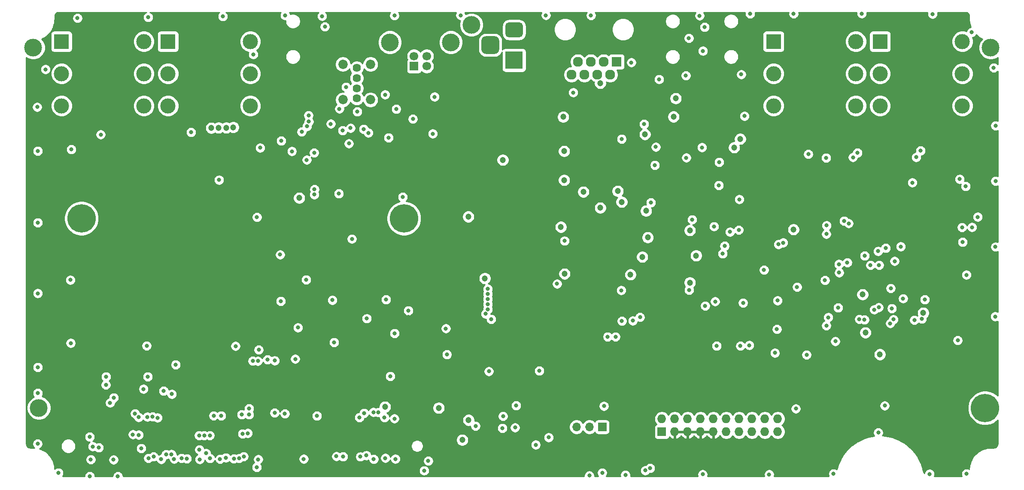
<source format=gbr>
G04 #@! TF.GenerationSoftware,KiCad,Pcbnew,5.1.8-db9833491~87~ubuntu20.04.1*
G04 #@! TF.CreationDate,2020-12-23T16:07:33+01:00*
G04 #@! TF.ProjectId,bottom-board,626f7474-6f6d-42d6-926f-6172642e6b69,rev?*
G04 #@! TF.SameCoordinates,Original*
G04 #@! TF.FileFunction,Copper,L2,Inr*
G04 #@! TF.FilePolarity,Positive*
%FSLAX46Y46*%
G04 Gerber Fmt 4.6, Leading zero omitted, Abs format (unit mm)*
G04 Created by KiCad (PCBNEW 5.1.8-db9833491~87~ubuntu20.04.1) date 2020-12-23 16:07:33*
%MOMM*%
%LPD*%
G01*
G04 APERTURE LIST*
G04 #@! TA.AperFunction,ComponentPad*
%ADD10R,1.700000X1.700000*%
G04 #@! TD*
G04 #@! TA.AperFunction,ComponentPad*
%ADD11O,1.700000X1.700000*%
G04 #@! TD*
G04 #@! TA.AperFunction,ComponentPad*
%ADD12O,1.727200X1.727200*%
G04 #@! TD*
G04 #@! TA.AperFunction,ComponentPad*
%ADD13R,1.727200X1.727200*%
G04 #@! TD*
G04 #@! TA.AperFunction,ComponentPad*
%ADD14C,3.500000*%
G04 #@! TD*
G04 #@! TA.AperFunction,ComponentPad*
%ADD15C,1.700000*%
G04 #@! TD*
G04 #@! TA.AperFunction,ComponentPad*
%ADD16C,5.600000*%
G04 #@! TD*
G04 #@! TA.AperFunction,ComponentPad*
%ADD17C,1.850000*%
G04 #@! TD*
G04 #@! TA.AperFunction,ComponentPad*
%ADD18C,1.620000*%
G04 #@! TD*
G04 #@! TA.AperFunction,ComponentPad*
%ADD19R,3.500000X3.500000*%
G04 #@! TD*
G04 #@! TA.AperFunction,ComponentPad*
%ADD20C,3.000000*%
G04 #@! TD*
G04 #@! TA.AperFunction,ComponentPad*
%ADD21R,3.000000X3.000000*%
G04 #@! TD*
G04 #@! TA.AperFunction,ComponentPad*
%ADD22R,1.960000X1.960000*%
G04 #@! TD*
G04 #@! TA.AperFunction,ComponentPad*
%ADD23C,1.960000*%
G04 #@! TD*
G04 #@! TA.AperFunction,ViaPad*
%ADD24C,1.200000*%
G04 #@! TD*
G04 #@! TA.AperFunction,ViaPad*
%ADD25C,0.800000*%
G04 #@! TD*
G04 #@! TA.AperFunction,Conductor*
%ADD26C,0.254000*%
G04 #@! TD*
G04 #@! TA.AperFunction,Conductor*
%ADD27C,0.100000*%
G04 #@! TD*
G04 APERTURE END LIST*
D10*
X173710000Y-124490000D03*
D11*
X171170000Y-124490000D03*
X168630000Y-124490000D03*
D12*
X208320000Y-122890000D03*
X208320000Y-125430000D03*
X205780000Y-122890000D03*
X205780000Y-125430000D03*
X203240000Y-122890000D03*
X203240000Y-125430000D03*
X200700000Y-122890000D03*
X200700000Y-125430000D03*
X198160000Y-122890000D03*
X198160000Y-125430000D03*
X195620000Y-122890000D03*
X195620000Y-125430000D03*
X193080000Y-122890000D03*
X193080000Y-125430000D03*
X190540000Y-122890000D03*
X190540000Y-125430000D03*
X188000000Y-122890000D03*
X188000000Y-125430000D03*
X185460000Y-122890000D03*
D13*
X185460000Y-125430000D03*
D14*
X143856971Y-48589976D03*
X131816971Y-48589976D03*
D15*
X136586971Y-51299976D03*
X139086971Y-51299976D03*
X139086971Y-53299976D03*
D10*
X136586971Y-53299976D03*
D14*
X61507680Y-49627880D03*
X250310000Y-49630000D03*
X62610000Y-120730000D03*
D16*
X249207680Y-120727880D03*
D17*
X122565000Y-59925000D03*
X122565000Y-52925000D03*
X128005000Y-59925000D03*
D18*
X125285000Y-59655000D03*
D17*
X128005000Y-52925000D03*
D18*
X125285000Y-57655000D03*
X125285000Y-55655000D03*
X125285000Y-53655000D03*
D19*
X156330453Y-52130000D03*
G04 #@! TA.AperFunction,ComponentPad*
G36*
G01*
X155330453Y-44630000D02*
X157330453Y-44630000D01*
G75*
G02*
X158080453Y-45380000I0J-750000D01*
G01*
X158080453Y-46880000D01*
G75*
G02*
X157330453Y-47630000I-750000J0D01*
G01*
X155330453Y-47630000D01*
G75*
G02*
X154580453Y-46880000I0J750000D01*
G01*
X154580453Y-45380000D01*
G75*
G02*
X155330453Y-44630000I750000J0D01*
G01*
G37*
G04 #@! TD.AperFunction*
G04 #@! TA.AperFunction,ComponentPad*
G36*
G01*
X150755453Y-47380000D02*
X152505453Y-47380000D01*
G75*
G02*
X153380453Y-48255000I0J-875000D01*
G01*
X153380453Y-50005000D01*
G75*
G02*
X152505453Y-50880000I-875000J0D01*
G01*
X150755453Y-50880000D01*
G75*
G02*
X149880453Y-50005000I0J875000D01*
G01*
X149880453Y-48255000D01*
G75*
G02*
X150755453Y-47380000I875000J0D01*
G01*
G37*
G04 #@! TD.AperFunction*
D20*
X244715000Y-54780000D03*
X244715000Y-61130000D03*
X244715000Y-48430000D03*
X228485000Y-54780000D03*
X228485000Y-61130000D03*
D21*
X228485000Y-48430000D03*
D20*
X223715000Y-54780000D03*
X223715000Y-61130000D03*
X223715000Y-48430000D03*
X207485000Y-54780000D03*
X207485000Y-61130000D03*
D21*
X207485000Y-48430000D03*
D20*
X104315000Y-54780000D03*
X104315000Y-61130000D03*
X104315000Y-48430000D03*
X88085000Y-54780000D03*
X88085000Y-61130000D03*
D21*
X88085000Y-48430000D03*
D20*
X83315000Y-54780000D03*
X83315000Y-61130000D03*
X83315000Y-48430000D03*
X67085000Y-54780000D03*
X67085000Y-61130000D03*
D21*
X67085000Y-48430000D03*
D22*
X176535000Y-52410000D03*
D23*
X175265000Y-54950000D03*
X173995000Y-52410000D03*
X172725000Y-54950000D03*
X171455000Y-52410000D03*
X170185000Y-54950000D03*
X168915000Y-52410000D03*
X167645000Y-54950000D03*
D14*
X147910000Y-45130000D03*
D16*
X134607680Y-83337880D03*
X71007680Y-83337880D03*
D24*
X225050000Y-98350000D03*
D25*
X220418036Y-94031965D03*
X230825000Y-101100000D03*
X228100000Y-89800000D03*
D24*
X225600000Y-105875000D03*
D25*
X244200000Y-75575000D03*
X245375000Y-77000000D03*
X246625000Y-85075000D03*
X247750000Y-83050000D03*
X230600000Y-97125000D03*
X234844847Y-76280153D03*
X223150000Y-71275000D03*
X224050000Y-70400000D03*
X217850000Y-71400000D03*
X214350000Y-70650000D03*
D24*
X177550000Y-80100000D03*
D25*
X222025000Y-92050000D03*
X116930000Y-78640000D03*
X116960000Y-77590000D03*
X116890000Y-70390000D03*
X114439104Y-66243831D03*
X110390000Y-68025000D03*
X115480000Y-65170000D03*
X115860000Y-64230000D03*
X115790000Y-63000000D03*
X164800000Y-96250000D03*
X177450000Y-97525000D03*
X217620000Y-95550000D03*
X220375000Y-92375000D03*
X222300000Y-84313980D03*
X221391095Y-83834637D03*
X235250000Y-103400000D03*
X237300000Y-99350000D03*
X236708957Y-103164173D03*
X208455042Y-88444958D03*
X209381155Y-88124999D03*
X197843161Y-88775000D03*
X195750000Y-84925000D03*
X200625000Y-85625000D03*
X197450000Y-90300000D03*
X214000000Y-110250000D03*
X207750000Y-109875000D03*
X202700000Y-108375000D03*
X200950000Y-108500000D03*
X196275000Y-108500000D03*
X194000000Y-100600000D03*
X195975000Y-99725000D03*
X208150000Y-105200000D03*
X205600000Y-93500000D03*
X190825000Y-97475000D03*
X104900000Y-50975000D03*
X181150000Y-102825000D03*
X179725000Y-103525000D03*
X236490000Y-69970000D03*
X235610000Y-71270000D03*
X244770000Y-88000000D03*
X244660000Y-85099998D03*
X198890000Y-86000000D03*
X201480000Y-100010000D03*
X225450000Y-90710000D03*
X226605417Y-92564545D03*
X228297640Y-92559071D03*
D24*
X228460000Y-110180000D03*
D25*
X231370000Y-91770000D03*
D24*
X176770000Y-77950000D03*
X169990000Y-78100000D03*
X166190000Y-70080000D03*
X166190000Y-75780000D03*
D25*
X220210010Y-100969281D03*
D24*
X191200000Y-65350000D03*
X136475000Y-132475000D03*
X137200000Y-124150000D03*
X133870000Y-103014971D03*
X135490000Y-103014971D03*
X150470000Y-78820000D03*
X183050000Y-57050000D03*
X191200000Y-59090000D03*
X203300000Y-57840000D03*
X140444516Y-116905484D03*
X141475766Y-117936734D03*
D25*
X129025000Y-66075000D03*
D24*
X150560000Y-95160000D03*
X192225000Y-90675000D03*
D25*
X232575000Y-88900000D03*
X229600000Y-89200000D03*
X217900000Y-86425000D03*
X217950000Y-84725000D03*
D24*
X166275000Y-94275000D03*
X237000000Y-102000000D03*
X211425000Y-85525000D03*
D25*
X200725000Y-79575010D03*
X115440000Y-71790000D03*
X106250000Y-69400000D03*
X233030000Y-99150000D03*
D24*
X165560000Y-85030000D03*
D25*
X166275000Y-87765000D03*
X219680000Y-107580000D03*
X224409053Y-103229053D03*
X130875000Y-58925000D03*
X124075000Y-65500000D03*
X105962347Y-109262347D03*
X105870000Y-130890000D03*
D24*
X182127463Y-66757463D03*
X199720000Y-69350000D03*
D25*
X132750000Y-106022976D03*
X84080000Y-114560000D03*
X87220000Y-117380000D03*
X75825000Y-116184683D03*
X130765640Y-122639760D03*
X127187055Y-130099989D03*
D24*
X130875000Y-120525000D03*
D25*
X130933722Y-130638662D03*
X127575000Y-66450000D03*
X105800000Y-111484981D03*
X102080000Y-130690000D03*
X126650000Y-65725000D03*
X104790000Y-111460000D03*
X103009060Y-130320067D03*
X133075000Y-61750000D03*
X77375000Y-118724306D03*
X122500000Y-66000000D03*
X74410000Y-128560000D03*
X123174990Y-57425000D03*
X76650000Y-119723644D03*
X73230000Y-128340011D03*
X120175000Y-64675000D03*
X125404998Y-62275000D03*
X171170000Y-134080000D03*
X173700000Y-133525059D03*
X90755151Y-130664963D03*
X104065000Y-120865369D03*
X91770000Y-130740000D03*
X104065000Y-122040000D03*
X176325000Y-106700000D03*
X218290000Y-102860000D03*
X174775000Y-106700000D03*
X217899847Y-104499847D03*
D24*
X173320000Y-56650000D03*
D25*
X230500000Y-104050000D03*
X227342767Y-101344459D03*
X228235138Y-100893151D03*
X231121396Y-103266501D03*
X109110000Y-121710000D03*
X139404142Y-131185858D03*
X126009230Y-130351539D03*
X109130000Y-111390000D03*
D24*
X182675000Y-87100000D03*
D25*
X177525000Y-67675000D03*
D24*
X188200000Y-59650000D03*
X187770000Y-63270000D03*
D25*
X132720000Y-122850000D03*
X72850000Y-130920000D03*
X77340000Y-130950000D03*
X117450000Y-122300000D03*
X94340000Y-130880000D03*
X101060000Y-130770000D03*
X105560000Y-132440000D03*
X114850000Y-130810000D03*
X84210000Y-130650000D03*
X89280000Y-130810000D03*
X113170000Y-111070000D03*
X72630000Y-126440000D03*
X168000000Y-58500000D03*
X83250000Y-117000000D03*
D24*
X147300000Y-83000000D03*
X154100000Y-71800000D03*
D25*
X88835000Y-118000000D03*
X225407470Y-103332470D03*
D24*
X181600000Y-90925000D03*
D25*
X121870000Y-61720000D03*
D24*
X179280000Y-94420000D03*
D25*
X119000000Y-45500000D03*
X122580000Y-130340000D03*
X126740000Y-121760000D03*
X62390000Y-112710000D03*
X62280000Y-61360000D03*
D24*
X166010000Y-63310000D03*
X200910000Y-67660000D03*
D25*
X82800000Y-128720000D03*
X85037834Y-122459479D03*
X97080000Y-122280000D03*
X129579020Y-121610674D03*
D24*
X141460000Y-120730000D03*
X147350000Y-123130000D03*
X146100000Y-127050000D03*
D25*
X154140000Y-122370000D03*
X156510000Y-124610000D03*
X154020000Y-124720000D03*
X62390000Y-98130000D03*
X62390000Y-84170000D03*
X62390000Y-70030000D03*
X63920000Y-53920000D03*
X70220000Y-43820000D03*
X84180000Y-43640000D03*
X98880000Y-43480000D03*
X111150000Y-43270000D03*
X118460000Y-43420000D03*
X132730000Y-43300000D03*
X145760000Y-43250000D03*
X162590000Y-43260000D03*
X171490000Y-43280000D03*
X192910000Y-43340000D03*
X202870000Y-42940000D03*
X211450000Y-42950000D03*
X224890000Y-42920000D03*
X238840000Y-43000000D03*
X246540000Y-46620000D03*
X250910000Y-53610000D03*
X251250000Y-65030000D03*
X251260000Y-75960000D03*
X251240000Y-88950000D03*
X251200000Y-102700000D03*
X245550000Y-133730000D03*
X238260000Y-133760000D03*
X228140000Y-125600000D03*
X219310000Y-133720000D03*
X206620000Y-133850000D03*
X193510000Y-133840000D03*
X178280000Y-133950000D03*
X66470000Y-133540000D03*
X62380000Y-117810000D03*
X62370000Y-127800000D03*
X142869920Y-105067100D03*
X143065716Y-110179904D03*
X151350980Y-113510060D03*
X161305240Y-113398300D03*
X151792940Y-103223060D03*
X177586640Y-103578001D03*
X196763640Y-72245220D03*
X196697600Y-76801980D03*
X191432180Y-83571080D03*
X183291480Y-80208120D03*
X184089040Y-72819260D03*
X190281560Y-71361300D03*
X184266840Y-69235320D03*
X193377820Y-69334380D03*
X201757280Y-63141860D03*
X201112120Y-54932580D03*
X193893440Y-45593000D03*
X193565780Y-50294540D03*
X190784480Y-47774860D03*
X190200280Y-55148480D03*
X184917080Y-55885080D03*
X179448460Y-52567840D03*
X181952900Y-64731900D03*
X211889340Y-120888760D03*
X229410260Y-120285019D03*
X243799360Y-107403900D03*
X245518940Y-94482920D03*
X156735780Y-120266460D03*
X163136580Y-126560580D03*
X174048420Y-120362980D03*
X131900000Y-114475260D03*
X160591500Y-128010010D03*
X69024500Y-69717920D03*
X74810620Y-66796920D03*
X92626180Y-66339777D03*
X98143060Y-75742800D03*
X105610660Y-83085940D03*
X110182660Y-90484960D03*
X110314740Y-99661980D03*
X101391720Y-108531660D03*
X83868260Y-108473240D03*
X75852020Y-114579400D03*
X68894960Y-107942380D03*
X68818760Y-95483680D03*
X120837960Y-107797600D03*
X127269240Y-103088440D03*
X135488680Y-101526340D03*
X131084320Y-99350000D03*
X120484900Y-99451160D03*
X115325040Y-95432880D03*
X113700560Y-104879140D03*
X107708700Y-111203740D03*
X140652500Y-59344560D03*
X140284200Y-66626740D03*
X134366000Y-79115920D03*
X124335540Y-87381080D03*
X121754900Y-78440280D03*
X123746260Y-68557140D03*
X131554220Y-67401440D03*
X136362440Y-63703200D03*
X111113660Y-121882840D03*
X72645360Y-134229907D03*
X78182560Y-134229823D03*
X132911940Y-130808400D03*
X208280000Y-99550001D03*
X212125000Y-96875000D03*
D24*
X96619926Y-65489777D03*
D25*
X150725000Y-102175000D03*
D24*
X113950000Y-79300000D03*
D25*
X151137999Y-98250000D03*
X112500000Y-70100000D03*
X151137999Y-97249997D03*
X82290000Y-122570000D03*
X82300000Y-126060000D03*
X183150000Y-132625039D03*
X95590000Y-129690000D03*
X95210000Y-126170011D03*
X182196317Y-133075049D03*
X96350000Y-130690000D03*
X96320000Y-126170011D03*
X99480000Y-130560000D03*
X103800000Y-125720000D03*
X102770000Y-125839979D03*
X98330000Y-130820000D03*
X81565000Y-121852261D03*
X81150000Y-125980000D03*
X102600003Y-122035000D03*
X98570000Y-122270000D03*
X87683914Y-129926086D03*
X89600000Y-112209981D03*
X121273806Y-130275000D03*
X125825000Y-122605000D03*
X84000000Y-122500000D03*
X88757653Y-129877653D03*
X85230000Y-130340000D03*
X86740000Y-130870000D03*
X86013480Y-122678836D03*
D24*
X100950000Y-65350000D03*
D25*
X151137999Y-99250000D03*
D24*
X98057739Y-65442664D03*
D25*
X151137999Y-101264268D03*
X94270000Y-128970039D03*
X94210000Y-126170011D03*
D24*
X173325000Y-81250000D03*
X182350063Y-81850000D03*
X190975000Y-85699990D03*
X190975000Y-96000000D03*
X99550000Y-65450000D03*
D25*
X151137999Y-100264265D03*
X128635000Y-130840000D03*
X128579574Y-121577316D03*
X138580000Y-133100000D03*
X148720000Y-124310000D03*
D26*
X83689744Y-42722795D02*
X83520226Y-42836063D01*
X83376063Y-42980226D01*
X83262795Y-43149744D01*
X83184774Y-43338102D01*
X83145000Y-43538061D01*
X83145000Y-43741939D01*
X83184774Y-43941898D01*
X83262795Y-44130256D01*
X83376063Y-44299774D01*
X83520226Y-44443937D01*
X83689744Y-44557205D01*
X83878102Y-44635226D01*
X84078061Y-44675000D01*
X84281939Y-44675000D01*
X84481898Y-44635226D01*
X84670256Y-44557205D01*
X84839774Y-44443937D01*
X84983937Y-44299774D01*
X85097205Y-44130256D01*
X85175226Y-43941898D01*
X85215000Y-43741939D01*
X85215000Y-43538061D01*
X85175226Y-43338102D01*
X85097205Y-43149744D01*
X84983937Y-42980226D01*
X84839774Y-42836063D01*
X84670256Y-42722795D01*
X84530728Y-42665000D01*
X98236783Y-42665000D01*
X98220226Y-42676063D01*
X98076063Y-42820226D01*
X97962795Y-42989744D01*
X97884774Y-43178102D01*
X97845000Y-43378061D01*
X97845000Y-43581939D01*
X97884774Y-43781898D01*
X97962795Y-43970256D01*
X98076063Y-44139774D01*
X98220226Y-44283937D01*
X98389744Y-44397205D01*
X98578102Y-44475226D01*
X98778061Y-44515000D01*
X98981939Y-44515000D01*
X99181898Y-44475226D01*
X99370256Y-44397205D01*
X99539774Y-44283937D01*
X99683937Y-44139774D01*
X99797205Y-43970256D01*
X99875226Y-43781898D01*
X99915000Y-43581939D01*
X99915000Y-43378061D01*
X99875226Y-43178102D01*
X99797205Y-42989744D01*
X99683937Y-42820226D01*
X99539774Y-42676063D01*
X99523217Y-42665000D01*
X110309464Y-42665000D01*
X110232795Y-42779744D01*
X110154774Y-42968102D01*
X110115000Y-43168061D01*
X110115000Y-43371939D01*
X110154774Y-43571898D01*
X110232795Y-43760256D01*
X110346063Y-43929774D01*
X110490226Y-44073937D01*
X110659744Y-44187205D01*
X110848102Y-44265226D01*
X111048061Y-44305000D01*
X111225000Y-44305000D01*
X111225000Y-44576260D01*
X111282068Y-44863158D01*
X111394010Y-45133411D01*
X111556525Y-45376632D01*
X111763368Y-45583475D01*
X112006589Y-45745990D01*
X112276842Y-45857932D01*
X112563740Y-45915000D01*
X112856260Y-45915000D01*
X113143158Y-45857932D01*
X113413411Y-45745990D01*
X113656632Y-45583475D01*
X113842046Y-45398061D01*
X117965000Y-45398061D01*
X117965000Y-45601939D01*
X118004774Y-45801898D01*
X118082795Y-45990256D01*
X118196063Y-46159774D01*
X118340226Y-46303937D01*
X118509744Y-46417205D01*
X118698102Y-46495226D01*
X118898061Y-46535000D01*
X119101939Y-46535000D01*
X119301898Y-46495226D01*
X119490256Y-46417205D01*
X119659774Y-46303937D01*
X119803937Y-46159774D01*
X119917205Y-45990256D01*
X119995226Y-45801898D01*
X120035000Y-45601939D01*
X120035000Y-45398061D01*
X119995226Y-45198102D01*
X119917205Y-45009744D01*
X119803937Y-44840226D01*
X119659774Y-44696063D01*
X119490256Y-44582795D01*
X119301898Y-44504774D01*
X119101939Y-44465000D01*
X118898061Y-44465000D01*
X118698102Y-44504774D01*
X118509744Y-44582795D01*
X118340226Y-44696063D01*
X118196063Y-44840226D01*
X118082795Y-45009744D01*
X118004774Y-45198102D01*
X117965000Y-45398061D01*
X113842046Y-45398061D01*
X113863475Y-45376632D01*
X114025990Y-45133411D01*
X114137932Y-44863158D01*
X114195000Y-44576260D01*
X114195000Y-44283740D01*
X114137932Y-43996842D01*
X114025990Y-43726589D01*
X113863475Y-43483368D01*
X113656632Y-43276525D01*
X113413411Y-43114010D01*
X113143158Y-43002068D01*
X112856260Y-42945000D01*
X112563740Y-42945000D01*
X112276842Y-43002068D01*
X112161486Y-43049850D01*
X112145226Y-42968102D01*
X112067205Y-42779744D01*
X111990536Y-42665000D01*
X117751289Y-42665000D01*
X117656063Y-42760226D01*
X117542795Y-42929744D01*
X117464774Y-43118102D01*
X117425000Y-43318061D01*
X117425000Y-43521939D01*
X117464774Y-43721898D01*
X117542795Y-43910256D01*
X117656063Y-44079774D01*
X117800226Y-44223937D01*
X117969744Y-44337205D01*
X118158102Y-44415226D01*
X118358061Y-44455000D01*
X118561939Y-44455000D01*
X118761898Y-44415226D01*
X118950256Y-44337205D01*
X119119774Y-44223937D01*
X119263937Y-44079774D01*
X119377205Y-43910256D01*
X119455226Y-43721898D01*
X119495000Y-43521939D01*
X119495000Y-43318061D01*
X119455226Y-43118102D01*
X119377205Y-42929744D01*
X119263937Y-42760226D01*
X119168711Y-42665000D01*
X131909510Y-42665000D01*
X131812795Y-42809744D01*
X131734774Y-42998102D01*
X131695000Y-43198061D01*
X131695000Y-43401939D01*
X131734774Y-43601898D01*
X131812795Y-43790256D01*
X131926063Y-43959774D01*
X132070226Y-44103937D01*
X132239744Y-44217205D01*
X132428102Y-44295226D01*
X132628061Y-44335000D01*
X132831939Y-44335000D01*
X133031898Y-44295226D01*
X133220256Y-44217205D01*
X133389774Y-44103937D01*
X133533937Y-43959774D01*
X133647205Y-43790256D01*
X133725226Y-43601898D01*
X133765000Y-43401939D01*
X133765000Y-43198061D01*
X133725226Y-42998102D01*
X133647205Y-42809744D01*
X133550490Y-42665000D01*
X144906101Y-42665000D01*
X144842795Y-42759744D01*
X144764774Y-42948102D01*
X144725000Y-43148061D01*
X144725000Y-43351939D01*
X144764774Y-43551898D01*
X144842795Y-43740256D01*
X144956063Y-43909774D01*
X145100226Y-44053937D01*
X145269744Y-44167205D01*
X145458102Y-44245226D01*
X145658061Y-44285000D01*
X145678505Y-44285000D01*
X145616654Y-44434321D01*
X145525000Y-44895098D01*
X145525000Y-45364902D01*
X145616654Y-45825679D01*
X145796440Y-46259721D01*
X146057450Y-46650349D01*
X146389651Y-46982550D01*
X146780279Y-47243560D01*
X147214321Y-47423346D01*
X147675098Y-47515000D01*
X148144902Y-47515000D01*
X148605679Y-47423346D01*
X149039721Y-47243560D01*
X149430349Y-46982550D01*
X149762550Y-46650349D01*
X150023560Y-46259721D01*
X150203346Y-45825679D01*
X150291996Y-45380000D01*
X153942381Y-45380000D01*
X153942381Y-46880000D01*
X153969052Y-47150799D01*
X154048042Y-47411192D01*
X154176313Y-47651171D01*
X154348938Y-47861515D01*
X154559282Y-48034140D01*
X154799261Y-48162411D01*
X155059654Y-48241401D01*
X155330453Y-48268072D01*
X157330453Y-48268072D01*
X157601252Y-48241401D01*
X157861645Y-48162411D01*
X158101624Y-48034140D01*
X158311968Y-47861515D01*
X158484593Y-47651171D01*
X158612864Y-47411192D01*
X158691854Y-47150799D01*
X158718525Y-46880000D01*
X158718525Y-45839872D01*
X164140000Y-45839872D01*
X164140000Y-46280128D01*
X164225890Y-46711925D01*
X164394369Y-47118669D01*
X164638962Y-47484729D01*
X164950271Y-47796038D01*
X165316331Y-48040631D01*
X165723075Y-48209110D01*
X166154872Y-48295000D01*
X166595128Y-48295000D01*
X167026925Y-48209110D01*
X167433669Y-48040631D01*
X167799729Y-47796038D01*
X168111038Y-47484729D01*
X168355631Y-47118669D01*
X168524110Y-46711925D01*
X168610000Y-46280128D01*
X168610000Y-45839872D01*
X175570000Y-45839872D01*
X175570000Y-46280128D01*
X175655890Y-46711925D01*
X175824369Y-47118669D01*
X176068962Y-47484729D01*
X176380271Y-47796038D01*
X176746331Y-48040631D01*
X177153075Y-48209110D01*
X177584872Y-48295000D01*
X178025128Y-48295000D01*
X178456925Y-48209110D01*
X178863669Y-48040631D01*
X179229729Y-47796038D01*
X179352846Y-47672921D01*
X189749480Y-47672921D01*
X189749480Y-47876799D01*
X189789254Y-48076758D01*
X189867275Y-48265116D01*
X189980543Y-48434634D01*
X190124706Y-48578797D01*
X190294224Y-48692065D01*
X190482582Y-48770086D01*
X190682541Y-48809860D01*
X190886419Y-48809860D01*
X191086378Y-48770086D01*
X191274736Y-48692065D01*
X191444254Y-48578797D01*
X191588417Y-48434634D01*
X191701685Y-48265116D01*
X191779706Y-48076758D01*
X191819480Y-47876799D01*
X191819480Y-47672921D01*
X191779706Y-47472962D01*
X191701685Y-47284604D01*
X191588417Y-47115086D01*
X191444254Y-46970923D01*
X191383009Y-46930000D01*
X205346928Y-46930000D01*
X205346928Y-49930000D01*
X205359188Y-50054482D01*
X205395498Y-50174180D01*
X205454463Y-50284494D01*
X205533815Y-50381185D01*
X205630506Y-50460537D01*
X205740820Y-50519502D01*
X205860518Y-50555812D01*
X205985000Y-50568072D01*
X208985000Y-50568072D01*
X209109482Y-50555812D01*
X209229180Y-50519502D01*
X209339494Y-50460537D01*
X209436185Y-50381185D01*
X209515537Y-50284494D01*
X209574502Y-50174180D01*
X209610812Y-50054482D01*
X209623072Y-49930000D01*
X209623072Y-48219721D01*
X221580000Y-48219721D01*
X221580000Y-48640279D01*
X221662047Y-49052756D01*
X221822988Y-49441302D01*
X222056637Y-49790983D01*
X222354017Y-50088363D01*
X222703698Y-50322012D01*
X223092244Y-50482953D01*
X223504721Y-50565000D01*
X223925279Y-50565000D01*
X224337756Y-50482953D01*
X224726302Y-50322012D01*
X225075983Y-50088363D01*
X225373363Y-49790983D01*
X225607012Y-49441302D01*
X225767953Y-49052756D01*
X225850000Y-48640279D01*
X225850000Y-48219721D01*
X225767953Y-47807244D01*
X225607012Y-47418698D01*
X225373363Y-47069017D01*
X225234346Y-46930000D01*
X226346928Y-46930000D01*
X226346928Y-49930000D01*
X226359188Y-50054482D01*
X226395498Y-50174180D01*
X226454463Y-50284494D01*
X226533815Y-50381185D01*
X226630506Y-50460537D01*
X226740820Y-50519502D01*
X226860518Y-50555812D01*
X226985000Y-50568072D01*
X229985000Y-50568072D01*
X230109482Y-50555812D01*
X230229180Y-50519502D01*
X230339494Y-50460537D01*
X230436185Y-50381185D01*
X230515537Y-50284494D01*
X230574502Y-50174180D01*
X230610812Y-50054482D01*
X230623072Y-49930000D01*
X230623072Y-46930000D01*
X230610812Y-46805518D01*
X230574502Y-46685820D01*
X230515537Y-46575506D01*
X230436185Y-46478815D01*
X230339494Y-46399463D01*
X230229180Y-46340498D01*
X230109482Y-46304188D01*
X229985000Y-46291928D01*
X226985000Y-46291928D01*
X226860518Y-46304188D01*
X226740820Y-46340498D01*
X226630506Y-46399463D01*
X226533815Y-46478815D01*
X226454463Y-46575506D01*
X226395498Y-46685820D01*
X226359188Y-46805518D01*
X226346928Y-46930000D01*
X225234346Y-46930000D01*
X225075983Y-46771637D01*
X224726302Y-46537988D01*
X224337756Y-46377047D01*
X223925279Y-46295000D01*
X223504721Y-46295000D01*
X223092244Y-46377047D01*
X222703698Y-46537988D01*
X222354017Y-46771637D01*
X222056637Y-47069017D01*
X221822988Y-47418698D01*
X221662047Y-47807244D01*
X221580000Y-48219721D01*
X209623072Y-48219721D01*
X209623072Y-46930000D01*
X209610812Y-46805518D01*
X209574502Y-46685820D01*
X209515537Y-46575506D01*
X209436185Y-46478815D01*
X209339494Y-46399463D01*
X209229180Y-46340498D01*
X209109482Y-46304188D01*
X208985000Y-46291928D01*
X205985000Y-46291928D01*
X205860518Y-46304188D01*
X205740820Y-46340498D01*
X205630506Y-46399463D01*
X205533815Y-46478815D01*
X205454463Y-46575506D01*
X205395498Y-46685820D01*
X205359188Y-46805518D01*
X205346928Y-46930000D01*
X191383009Y-46930000D01*
X191274736Y-46857655D01*
X191086378Y-46779634D01*
X190886419Y-46739860D01*
X190682541Y-46739860D01*
X190482582Y-46779634D01*
X190294224Y-46857655D01*
X190124706Y-46970923D01*
X189980543Y-47115086D01*
X189867275Y-47284604D01*
X189789254Y-47472962D01*
X189749480Y-47672921D01*
X179352846Y-47672921D01*
X179541038Y-47484729D01*
X179785631Y-47118669D01*
X179954110Y-46711925D01*
X180040000Y-46280128D01*
X180040000Y-45839872D01*
X179954110Y-45408075D01*
X179785631Y-45001331D01*
X179541038Y-44635271D01*
X179229729Y-44323962D01*
X179169533Y-44283740D01*
X186125000Y-44283740D01*
X186125000Y-44576260D01*
X186182068Y-44863158D01*
X186294010Y-45133411D01*
X186456525Y-45376632D01*
X186663368Y-45583475D01*
X186906589Y-45745990D01*
X187176842Y-45857932D01*
X187463740Y-45915000D01*
X187756260Y-45915000D01*
X188043158Y-45857932D01*
X188313411Y-45745990D01*
X188556632Y-45583475D01*
X188649046Y-45491061D01*
X192858440Y-45491061D01*
X192858440Y-45694939D01*
X192898214Y-45894898D01*
X192976235Y-46083256D01*
X193089503Y-46252774D01*
X193233666Y-46396937D01*
X193403184Y-46510205D01*
X193591542Y-46588226D01*
X193791501Y-46628000D01*
X193995379Y-46628000D01*
X194195338Y-46588226D01*
X194383696Y-46510205D01*
X194553214Y-46396937D01*
X194697377Y-46252774D01*
X194810645Y-46083256D01*
X194888666Y-45894898D01*
X194928440Y-45694939D01*
X194928440Y-45491061D01*
X194888666Y-45291102D01*
X194810645Y-45102744D01*
X194697377Y-44933226D01*
X194553214Y-44789063D01*
X194383696Y-44675795D01*
X194195338Y-44597774D01*
X193995379Y-44558000D01*
X193791501Y-44558000D01*
X193591542Y-44597774D01*
X193403184Y-44675795D01*
X193233666Y-44789063D01*
X193089503Y-44933226D01*
X192976235Y-45102744D01*
X192898214Y-45291102D01*
X192858440Y-45491061D01*
X188649046Y-45491061D01*
X188763475Y-45376632D01*
X188925990Y-45133411D01*
X189037932Y-44863158D01*
X189095000Y-44576260D01*
X189095000Y-44283740D01*
X189037932Y-43996842D01*
X188925990Y-43726589D01*
X188763475Y-43483368D01*
X188556632Y-43276525D01*
X188313411Y-43114010D01*
X188043158Y-43002068D01*
X187756260Y-42945000D01*
X187463740Y-42945000D01*
X187176842Y-43002068D01*
X186906589Y-43114010D01*
X186663368Y-43276525D01*
X186456525Y-43483368D01*
X186294010Y-43726589D01*
X186182068Y-43996842D01*
X186125000Y-44283740D01*
X179169533Y-44283740D01*
X178863669Y-44079369D01*
X178456925Y-43910890D01*
X178025128Y-43825000D01*
X177584872Y-43825000D01*
X177153075Y-43910890D01*
X176746331Y-44079369D01*
X176380271Y-44323962D01*
X176068962Y-44635271D01*
X175824369Y-45001331D01*
X175655890Y-45408075D01*
X175570000Y-45839872D01*
X168610000Y-45839872D01*
X168524110Y-45408075D01*
X168355631Y-45001331D01*
X168111038Y-44635271D01*
X167799729Y-44323962D01*
X167433669Y-44079369D01*
X167026925Y-43910890D01*
X166595128Y-43825000D01*
X166154872Y-43825000D01*
X165723075Y-43910890D01*
X165316331Y-44079369D01*
X164950271Y-44323962D01*
X164638962Y-44635271D01*
X164394369Y-45001331D01*
X164225890Y-45408075D01*
X164140000Y-45839872D01*
X158718525Y-45839872D01*
X158718525Y-45380000D01*
X158691854Y-45109201D01*
X158612864Y-44848808D01*
X158484593Y-44608829D01*
X158311968Y-44398485D01*
X158101624Y-44225860D01*
X157861645Y-44097589D01*
X157601252Y-44018599D01*
X157330453Y-43991928D01*
X155330453Y-43991928D01*
X155059654Y-44018599D01*
X154799261Y-44097589D01*
X154559282Y-44225860D01*
X154348938Y-44398485D01*
X154176313Y-44608829D01*
X154048042Y-44848808D01*
X153969052Y-45109201D01*
X153942381Y-45380000D01*
X150291996Y-45380000D01*
X150295000Y-45364902D01*
X150295000Y-44895098D01*
X150203346Y-44434321D01*
X150023560Y-44000279D01*
X149762550Y-43609651D01*
X149430349Y-43277450D01*
X149039721Y-43016440D01*
X148605679Y-42836654D01*
X148144902Y-42745000D01*
X147675098Y-42745000D01*
X147214321Y-42836654D01*
X146780279Y-43016440D01*
X146770164Y-43023199D01*
X146755226Y-42948102D01*
X146677205Y-42759744D01*
X146613899Y-42665000D01*
X161742783Y-42665000D01*
X161672795Y-42769744D01*
X161594774Y-42958102D01*
X161555000Y-43158061D01*
X161555000Y-43361939D01*
X161594774Y-43561898D01*
X161672795Y-43750256D01*
X161786063Y-43919774D01*
X161930226Y-44063937D01*
X162099744Y-44177205D01*
X162288102Y-44255226D01*
X162488061Y-44295000D01*
X162691939Y-44295000D01*
X162891898Y-44255226D01*
X163080256Y-44177205D01*
X163249774Y-44063937D01*
X163393937Y-43919774D01*
X163507205Y-43750256D01*
X163585226Y-43561898D01*
X163625000Y-43361939D01*
X163625000Y-43158061D01*
X163585226Y-42958102D01*
X163507205Y-42769744D01*
X163437217Y-42665000D01*
X170656146Y-42665000D01*
X170572795Y-42789744D01*
X170494774Y-42978102D01*
X170455000Y-43178061D01*
X170455000Y-43381939D01*
X170494774Y-43581898D01*
X170572795Y-43770256D01*
X170686063Y-43939774D01*
X170830226Y-44083937D01*
X170999744Y-44197205D01*
X171188102Y-44275226D01*
X171388061Y-44315000D01*
X171591939Y-44315000D01*
X171791898Y-44275226D01*
X171980256Y-44197205D01*
X172149774Y-44083937D01*
X172293937Y-43939774D01*
X172407205Y-43770256D01*
X172485226Y-43581898D01*
X172525000Y-43381939D01*
X172525000Y-43178061D01*
X172485226Y-42978102D01*
X172407205Y-42789744D01*
X172323854Y-42665000D01*
X192121289Y-42665000D01*
X192106063Y-42680226D01*
X191992795Y-42849744D01*
X191914774Y-43038102D01*
X191875000Y-43238061D01*
X191875000Y-43441939D01*
X191914774Y-43641898D01*
X191992795Y-43830256D01*
X192106063Y-43999774D01*
X192250226Y-44143937D01*
X192419744Y-44257205D01*
X192608102Y-44335226D01*
X192808061Y-44375000D01*
X193011939Y-44375000D01*
X193211898Y-44335226D01*
X193336195Y-44283740D01*
X197625000Y-44283740D01*
X197625000Y-44576260D01*
X197682068Y-44863158D01*
X197794010Y-45133411D01*
X197956525Y-45376632D01*
X198163368Y-45583475D01*
X198406589Y-45745990D01*
X198676842Y-45857932D01*
X198963740Y-45915000D01*
X199256260Y-45915000D01*
X199543158Y-45857932D01*
X199813411Y-45745990D01*
X200056632Y-45583475D01*
X200263475Y-45376632D01*
X200425990Y-45133411D01*
X200537932Y-44863158D01*
X200595000Y-44576260D01*
X200595000Y-44283740D01*
X200537932Y-43996842D01*
X200425990Y-43726589D01*
X200263475Y-43483368D01*
X200056632Y-43276525D01*
X199813411Y-43114010D01*
X199543158Y-43002068D01*
X199256260Y-42945000D01*
X198963740Y-42945000D01*
X198676842Y-43002068D01*
X198406589Y-43114010D01*
X198163368Y-43276525D01*
X197956525Y-43483368D01*
X197794010Y-43726589D01*
X197682068Y-43996842D01*
X197625000Y-44283740D01*
X193336195Y-44283740D01*
X193400256Y-44257205D01*
X193569774Y-44143937D01*
X193713937Y-43999774D01*
X193827205Y-43830256D01*
X193905226Y-43641898D01*
X193945000Y-43441939D01*
X193945000Y-43238061D01*
X193905226Y-43038102D01*
X193827205Y-42849744D01*
X193713937Y-42680226D01*
X193698711Y-42665000D01*
X201869424Y-42665000D01*
X201835000Y-42838061D01*
X201835000Y-43041939D01*
X201874774Y-43241898D01*
X201952795Y-43430256D01*
X202066063Y-43599774D01*
X202210226Y-43743937D01*
X202379744Y-43857205D01*
X202568102Y-43935226D01*
X202768061Y-43975000D01*
X202971939Y-43975000D01*
X203171898Y-43935226D01*
X203360256Y-43857205D01*
X203529774Y-43743937D01*
X203673937Y-43599774D01*
X203787205Y-43430256D01*
X203865226Y-43241898D01*
X203905000Y-43041939D01*
X203905000Y-42838061D01*
X203870576Y-42665000D01*
X210451413Y-42665000D01*
X210415000Y-42848061D01*
X210415000Y-43051939D01*
X210454774Y-43251898D01*
X210532795Y-43440256D01*
X210646063Y-43609774D01*
X210790226Y-43753937D01*
X210959744Y-43867205D01*
X211148102Y-43945226D01*
X211348061Y-43985000D01*
X211551939Y-43985000D01*
X211751898Y-43945226D01*
X211940256Y-43867205D01*
X212109774Y-43753937D01*
X212253937Y-43609774D01*
X212367205Y-43440256D01*
X212445226Y-43251898D01*
X212485000Y-43051939D01*
X212485000Y-42848061D01*
X212448587Y-42665000D01*
X223885445Y-42665000D01*
X223855000Y-42818061D01*
X223855000Y-43021939D01*
X223894774Y-43221898D01*
X223972795Y-43410256D01*
X224086063Y-43579774D01*
X224230226Y-43723937D01*
X224399744Y-43837205D01*
X224588102Y-43915226D01*
X224788061Y-43955000D01*
X224991939Y-43955000D01*
X225191898Y-43915226D01*
X225380256Y-43837205D01*
X225549774Y-43723937D01*
X225693937Y-43579774D01*
X225807205Y-43410256D01*
X225885226Y-43221898D01*
X225925000Y-43021939D01*
X225925000Y-42818061D01*
X225894555Y-42665000D01*
X237858485Y-42665000D01*
X237844774Y-42698102D01*
X237805000Y-42898061D01*
X237805000Y-43101939D01*
X237844774Y-43301898D01*
X237922795Y-43490256D01*
X238036063Y-43659774D01*
X238180226Y-43803937D01*
X238349744Y-43917205D01*
X238538102Y-43995226D01*
X238738061Y-44035000D01*
X238941939Y-44035000D01*
X239141898Y-43995226D01*
X239330256Y-43917205D01*
X239499774Y-43803937D01*
X239643937Y-43659774D01*
X239757205Y-43490256D01*
X239835226Y-43301898D01*
X239875000Y-43101939D01*
X239875000Y-42898061D01*
X239835226Y-42698102D01*
X239821515Y-42665000D01*
X245274055Y-42665000D01*
X245457902Y-42683026D01*
X245600178Y-42725982D01*
X245731392Y-42795750D01*
X245846561Y-42889680D01*
X245941291Y-43004187D01*
X246011976Y-43134916D01*
X246055922Y-43276883D01*
X246075000Y-43458401D01*
X246075000Y-44066105D01*
X246078262Y-44099229D01*
X246078110Y-44121050D01*
X246079111Y-44131263D01*
X246150513Y-44810602D01*
X246163917Y-44875897D01*
X246176392Y-44941294D01*
X246179357Y-44951118D01*
X246379200Y-45596708D01*
X246238102Y-45624774D01*
X246049744Y-45702795D01*
X245880226Y-45816063D01*
X245736063Y-45960226D01*
X245622795Y-46129744D01*
X245544774Y-46318102D01*
X245518184Y-46451783D01*
X245337756Y-46377047D01*
X244925279Y-46295000D01*
X244504721Y-46295000D01*
X244092244Y-46377047D01*
X243703698Y-46537988D01*
X243354017Y-46771637D01*
X243056637Y-47069017D01*
X242822988Y-47418698D01*
X242662047Y-47807244D01*
X242580000Y-48219721D01*
X242580000Y-48640279D01*
X242662047Y-49052756D01*
X242822988Y-49441302D01*
X243056637Y-49790983D01*
X243354017Y-50088363D01*
X243703698Y-50322012D01*
X244092244Y-50482953D01*
X244504721Y-50565000D01*
X244925279Y-50565000D01*
X245337756Y-50482953D01*
X245726302Y-50322012D01*
X246075983Y-50088363D01*
X246373363Y-49790983D01*
X246607012Y-49441302D01*
X246767953Y-49052756D01*
X246850000Y-48640279D01*
X246850000Y-48219721D01*
X246767953Y-47807244D01*
X246700100Y-47643431D01*
X246841898Y-47615226D01*
X247030256Y-47537205D01*
X247199774Y-47423937D01*
X247343937Y-47279774D01*
X247441456Y-47133826D01*
X247908589Y-47514809D01*
X247964113Y-47551699D01*
X248019041Y-47589309D01*
X248028065Y-47594189D01*
X248028073Y-47594193D01*
X248631192Y-47914877D01*
X248646085Y-47921016D01*
X248457450Y-48109651D01*
X248196440Y-48500279D01*
X248016654Y-48934321D01*
X247925000Y-49395098D01*
X247925000Y-49864902D01*
X248016654Y-50325679D01*
X248196440Y-50759721D01*
X248457450Y-51150349D01*
X248789651Y-51482550D01*
X249180279Y-51743560D01*
X249614321Y-51923346D01*
X250075098Y-52015000D01*
X250544902Y-52015000D01*
X251005679Y-51923346D01*
X251439721Y-51743560D01*
X251675000Y-51586351D01*
X251675000Y-52911289D01*
X251569774Y-52806063D01*
X251400256Y-52692795D01*
X251211898Y-52614774D01*
X251011939Y-52575000D01*
X250808061Y-52575000D01*
X250608102Y-52614774D01*
X250419744Y-52692795D01*
X250250226Y-52806063D01*
X250106063Y-52950226D01*
X249992795Y-53119744D01*
X249914774Y-53308102D01*
X249875000Y-53508061D01*
X249875000Y-53711939D01*
X249914774Y-53911898D01*
X249992795Y-54100256D01*
X250106063Y-54269774D01*
X250250226Y-54413937D01*
X250419744Y-54527205D01*
X250608102Y-54605226D01*
X250808061Y-54645000D01*
X251011939Y-54645000D01*
X251211898Y-54605226D01*
X251400256Y-54527205D01*
X251569774Y-54413937D01*
X251675000Y-54308711D01*
X251675000Y-64085765D01*
X251551898Y-64034774D01*
X251351939Y-63995000D01*
X251148061Y-63995000D01*
X250948102Y-64034774D01*
X250759744Y-64112795D01*
X250590226Y-64226063D01*
X250446063Y-64370226D01*
X250332795Y-64539744D01*
X250254774Y-64728102D01*
X250215000Y-64928061D01*
X250215000Y-65131939D01*
X250254774Y-65331898D01*
X250332795Y-65520256D01*
X250446063Y-65689774D01*
X250590226Y-65833937D01*
X250759744Y-65947205D01*
X250948102Y-66025226D01*
X251148061Y-66065000D01*
X251351939Y-66065000D01*
X251551898Y-66025226D01*
X251675000Y-65974235D01*
X251675000Y-75011623D01*
X251561898Y-74964774D01*
X251361939Y-74925000D01*
X251158061Y-74925000D01*
X250958102Y-74964774D01*
X250769744Y-75042795D01*
X250600226Y-75156063D01*
X250456063Y-75300226D01*
X250342795Y-75469744D01*
X250264774Y-75658102D01*
X250225000Y-75858061D01*
X250225000Y-76061939D01*
X250264774Y-76261898D01*
X250342795Y-76450256D01*
X250456063Y-76619774D01*
X250600226Y-76763937D01*
X250769744Y-76877205D01*
X250958102Y-76955226D01*
X251158061Y-76995000D01*
X251361939Y-76995000D01*
X251561898Y-76955226D01*
X251675000Y-76908377D01*
X251675000Y-88009907D01*
X251541898Y-87954774D01*
X251341939Y-87915000D01*
X251138061Y-87915000D01*
X250938102Y-87954774D01*
X250749744Y-88032795D01*
X250580226Y-88146063D01*
X250436063Y-88290226D01*
X250322795Y-88459744D01*
X250244774Y-88648102D01*
X250205000Y-88848061D01*
X250205000Y-89051939D01*
X250244774Y-89251898D01*
X250322795Y-89440256D01*
X250436063Y-89609774D01*
X250580226Y-89753937D01*
X250749744Y-89867205D01*
X250938102Y-89945226D01*
X251138061Y-89985000D01*
X251341939Y-89985000D01*
X251541898Y-89945226D01*
X251675001Y-89890093D01*
X251675001Y-101776476D01*
X251501898Y-101704774D01*
X251301939Y-101665000D01*
X251098061Y-101665000D01*
X250898102Y-101704774D01*
X250709744Y-101782795D01*
X250540226Y-101896063D01*
X250396063Y-102040226D01*
X250282795Y-102209744D01*
X250204774Y-102398102D01*
X250165000Y-102598061D01*
X250165000Y-102801939D01*
X250204774Y-103001898D01*
X250282795Y-103190256D01*
X250396063Y-103359774D01*
X250540226Y-103503937D01*
X250709744Y-103617205D01*
X250898102Y-103695226D01*
X251098061Y-103735000D01*
X251301939Y-103735000D01*
X251501898Y-103695226D01*
X251675001Y-103623524D01*
X251675001Y-118337378D01*
X251397365Y-118059742D01*
X250834762Y-117683823D01*
X250209632Y-117424886D01*
X249545998Y-117292880D01*
X248869362Y-117292880D01*
X248205728Y-117424886D01*
X247580598Y-117683823D01*
X247017995Y-118059742D01*
X246539542Y-118538195D01*
X246163623Y-119100798D01*
X245904686Y-119725928D01*
X245772680Y-120389562D01*
X245772680Y-121066198D01*
X245904686Y-121729832D01*
X246163623Y-122354962D01*
X246539542Y-122917565D01*
X247017995Y-123396018D01*
X247580598Y-123771937D01*
X248205728Y-124030874D01*
X248869362Y-124162880D01*
X249545998Y-124162880D01*
X250209632Y-124030874D01*
X250834762Y-123771937D01*
X251397365Y-123396018D01*
X251675001Y-123118382D01*
X251675001Y-127794045D01*
X251656974Y-127977902D01*
X251614018Y-128120178D01*
X251544250Y-128251392D01*
X251450321Y-128366561D01*
X251335810Y-128461292D01*
X251205085Y-128531975D01*
X251063116Y-128575922D01*
X250881599Y-128595000D01*
X250273895Y-128595000D01*
X250240771Y-128598262D01*
X250218950Y-128598110D01*
X250208737Y-128599111D01*
X249529398Y-128670513D01*
X249464078Y-128683922D01*
X249398706Y-128696392D01*
X249388882Y-128699357D01*
X248736350Y-128901349D01*
X248674931Y-128927167D01*
X248613173Y-128952119D01*
X248604112Y-128956937D01*
X248003241Y-129281826D01*
X247947969Y-129319108D01*
X247892272Y-129355555D01*
X247884319Y-129362041D01*
X247357996Y-129797453D01*
X247311033Y-129844744D01*
X247263459Y-129891333D01*
X247256922Y-129899234D01*
X247256918Y-129899238D01*
X247256917Y-129899240D01*
X246825191Y-130428589D01*
X246788301Y-130484113D01*
X246750691Y-130539041D01*
X246745809Y-130548068D01*
X246425123Y-131151192D01*
X246399725Y-131212812D01*
X246373494Y-131274013D01*
X246370459Y-131283816D01*
X246173027Y-131937742D01*
X246160083Y-132003116D01*
X246146238Y-132068251D01*
X246145165Y-132078457D01*
X246078508Y-132758276D01*
X246075000Y-132793896D01*
X246075000Y-132836010D01*
X246040256Y-132812795D01*
X245851898Y-132734774D01*
X245651939Y-132695000D01*
X245448061Y-132695000D01*
X245248102Y-132734774D01*
X245059744Y-132812795D01*
X244890226Y-132926063D01*
X244746063Y-133070226D01*
X244632795Y-133239744D01*
X244554774Y-133428102D01*
X244515000Y-133628061D01*
X244515000Y-133831939D01*
X244554774Y-134031898D01*
X244622334Y-134195000D01*
X239200093Y-134195000D01*
X239255226Y-134061898D01*
X239295000Y-133861939D01*
X239295000Y-133658061D01*
X239255226Y-133458102D01*
X239177205Y-133269744D01*
X239063937Y-133100226D01*
X238919774Y-132956063D01*
X238750256Y-132842795D01*
X238561898Y-132764774D01*
X238361939Y-132725000D01*
X238158061Y-132725000D01*
X237958102Y-132764774D01*
X237769744Y-132842795D01*
X237600226Y-132956063D01*
X237456063Y-133100226D01*
X237342795Y-133269744D01*
X237264774Y-133458102D01*
X237225000Y-133658061D01*
X237225000Y-133669456D01*
X237197353Y-133636081D01*
X237080118Y-133419590D01*
X236994151Y-133142511D01*
X236904693Y-132756163D01*
X236897622Y-132733158D01*
X236892316Y-132709686D01*
X236885301Y-132687687D01*
X236525111Y-131616598D01*
X236509560Y-131579308D01*
X236495195Y-131541565D01*
X236485151Y-131520774D01*
X235977636Y-130511120D01*
X235956992Y-130476402D01*
X235937447Y-130441051D01*
X235924573Y-130421883D01*
X235279860Y-129493812D01*
X235254532Y-129462351D01*
X235230199Y-129430104D01*
X235214753Y-129412942D01*
X234445705Y-128584970D01*
X234416201Y-128557397D01*
X234387563Y-128528895D01*
X234369852Y-128514080D01*
X233491814Y-127802728D01*
X233458721Y-127779588D01*
X233426351Y-127755405D01*
X233406730Y-127743233D01*
X232437222Y-127162695D01*
X232401178Y-127144438D01*
X232365745Y-127125069D01*
X232344605Y-127115783D01*
X231302970Y-126677640D01*
X231264733Y-126664650D01*
X231226903Y-126650459D01*
X231204671Y-126644247D01*
X231204666Y-126644245D01*
X231204662Y-126644244D01*
X230111687Y-126357242D01*
X230071995Y-126349769D01*
X230032550Y-126341051D01*
X230009658Y-126338031D01*
X228972027Y-126217734D01*
X229057205Y-126090256D01*
X229135226Y-125901898D01*
X229175000Y-125701939D01*
X229175000Y-125498061D01*
X229135226Y-125298102D01*
X229057205Y-125109744D01*
X228943937Y-124940226D01*
X228799774Y-124796063D01*
X228630256Y-124682795D01*
X228441898Y-124604774D01*
X228241939Y-124565000D01*
X228038061Y-124565000D01*
X227838102Y-124604774D01*
X227649744Y-124682795D01*
X227480226Y-124796063D01*
X227336063Y-124940226D01*
X227222795Y-125109744D01*
X227144774Y-125298102D01*
X227105000Y-125498061D01*
X227105000Y-125701939D01*
X227144774Y-125901898D01*
X227222795Y-126090256D01*
X227336063Y-126259774D01*
X227352340Y-126276051D01*
X226436189Y-126430792D01*
X226396919Y-126440319D01*
X226357400Y-126448602D01*
X226335294Y-126455270D01*
X225258678Y-126798592D01*
X225221155Y-126813552D01*
X225183185Y-126827325D01*
X225162239Y-126837042D01*
X224144738Y-127328635D01*
X224109701Y-127348731D01*
X224074045Y-127367719D01*
X224054678Y-127380290D01*
X223116594Y-128010347D01*
X223084734Y-128035183D01*
X223052115Y-128059001D01*
X223034711Y-128074176D01*
X222194762Y-128830123D01*
X222166714Y-128859205D01*
X222137782Y-128887377D01*
X222122690Y-128904852D01*
X221397634Y-129771608D01*
X221373968Y-129804346D01*
X221349289Y-129836320D01*
X221336810Y-129855748D01*
X220741115Y-130816017D01*
X220722294Y-130851771D01*
X220702370Y-130886896D01*
X220692753Y-130907888D01*
X220238304Y-131942512D01*
X220224710Y-131980557D01*
X220209933Y-132018142D01*
X220203370Y-132040279D01*
X219960385Y-132909789D01*
X219800256Y-132802795D01*
X219611898Y-132724774D01*
X219411939Y-132685000D01*
X219208061Y-132685000D01*
X219008102Y-132724774D01*
X218819744Y-132802795D01*
X218650226Y-132916063D01*
X218506063Y-133060226D01*
X218392795Y-133229744D01*
X218314774Y-133418102D01*
X218275000Y-133618061D01*
X218275000Y-133821939D01*
X218314774Y-134021898D01*
X218385523Y-134192701D01*
X207598257Y-134192864D01*
X207615226Y-134151898D01*
X207655000Y-133951939D01*
X207655000Y-133748061D01*
X207615226Y-133548102D01*
X207537205Y-133359744D01*
X207423937Y-133190226D01*
X207279774Y-133046063D01*
X207110256Y-132932795D01*
X206921898Y-132854774D01*
X206721939Y-132815000D01*
X206518061Y-132815000D01*
X206318102Y-132854774D01*
X206129744Y-132932795D01*
X205960226Y-133046063D01*
X205816063Y-133190226D01*
X205702795Y-133359744D01*
X205624774Y-133548102D01*
X205585000Y-133748061D01*
X205585000Y-133951939D01*
X205624774Y-134151898D01*
X205641755Y-134192893D01*
X194484033Y-134193062D01*
X194505226Y-134141898D01*
X194545000Y-133941939D01*
X194545000Y-133738061D01*
X194505226Y-133538102D01*
X194427205Y-133349744D01*
X194313937Y-133180226D01*
X194169774Y-133036063D01*
X194000256Y-132922795D01*
X193811898Y-132844774D01*
X193611939Y-132805000D01*
X193408061Y-132805000D01*
X193208102Y-132844774D01*
X193019744Y-132922795D01*
X192850226Y-133036063D01*
X192706063Y-133180226D01*
X192592795Y-133349744D01*
X192514774Y-133538102D01*
X192475000Y-133738061D01*
X192475000Y-133941939D01*
X192514774Y-134141898D01*
X192535979Y-134193092D01*
X179286883Y-134193293D01*
X179315000Y-134051939D01*
X179315000Y-133848061D01*
X179275226Y-133648102D01*
X179197205Y-133459744D01*
X179083937Y-133290226D01*
X178939774Y-133146063D01*
X178770256Y-133032795D01*
X178626165Y-132973110D01*
X181161317Y-132973110D01*
X181161317Y-133176988D01*
X181201091Y-133376947D01*
X181279112Y-133565305D01*
X181392380Y-133734823D01*
X181536543Y-133878986D01*
X181706061Y-133992254D01*
X181894419Y-134070275D01*
X182094378Y-134110049D01*
X182298256Y-134110049D01*
X182498215Y-134070275D01*
X182686573Y-133992254D01*
X182856091Y-133878986D01*
X183000254Y-133734823D01*
X183050223Y-133660039D01*
X183251939Y-133660039D01*
X183451898Y-133620265D01*
X183640256Y-133542244D01*
X183809774Y-133428976D01*
X183953937Y-133284813D01*
X184067205Y-133115295D01*
X184145226Y-132926937D01*
X184185000Y-132726978D01*
X184185000Y-132523100D01*
X184145226Y-132323141D01*
X184067205Y-132134783D01*
X183953937Y-131965265D01*
X183809774Y-131821102D01*
X183640256Y-131707834D01*
X183451898Y-131629813D01*
X183251939Y-131590039D01*
X183048061Y-131590039D01*
X182848102Y-131629813D01*
X182659744Y-131707834D01*
X182490226Y-131821102D01*
X182346063Y-131965265D01*
X182296094Y-132040049D01*
X182094378Y-132040049D01*
X181894419Y-132079823D01*
X181706061Y-132157844D01*
X181536543Y-132271112D01*
X181392380Y-132415275D01*
X181279112Y-132584793D01*
X181201091Y-132773151D01*
X181161317Y-132973110D01*
X178626165Y-132973110D01*
X178581898Y-132954774D01*
X178381939Y-132915000D01*
X178178061Y-132915000D01*
X177978102Y-132954774D01*
X177789744Y-133032795D01*
X177620226Y-133146063D01*
X177476063Y-133290226D01*
X177362795Y-133459744D01*
X177284774Y-133648102D01*
X177245000Y-133848061D01*
X177245000Y-134051939D01*
X177273123Y-134193323D01*
X174495405Y-134193365D01*
X174503937Y-134184833D01*
X174617205Y-134015315D01*
X174695226Y-133826957D01*
X174735000Y-133626998D01*
X174735000Y-133423120D01*
X174695226Y-133223161D01*
X174617205Y-133034803D01*
X174503937Y-132865285D01*
X174359774Y-132721122D01*
X174190256Y-132607854D01*
X174001898Y-132529833D01*
X173801939Y-132490059D01*
X173598061Y-132490059D01*
X173398102Y-132529833D01*
X173209744Y-132607854D01*
X173040226Y-132721122D01*
X172896063Y-132865285D01*
X172782795Y-133034803D01*
X172704774Y-133223161D01*
X172665000Y-133423120D01*
X172665000Y-133626998D01*
X172704774Y-133826957D01*
X172782795Y-134015315D01*
X172896063Y-134184833D01*
X172904619Y-134193389D01*
X172202720Y-134193400D01*
X172205000Y-134181939D01*
X172205000Y-133978061D01*
X172165226Y-133778102D01*
X172087205Y-133589744D01*
X171973937Y-133420226D01*
X171829774Y-133276063D01*
X171660256Y-133162795D01*
X171471898Y-133084774D01*
X171271939Y-133045000D01*
X171068061Y-133045000D01*
X170868102Y-133084774D01*
X170679744Y-133162795D01*
X170510226Y-133276063D01*
X170366063Y-133420226D01*
X170252795Y-133589744D01*
X170174774Y-133778102D01*
X170135000Y-133978061D01*
X170135000Y-134181939D01*
X170137286Y-134193431D01*
X79217560Y-134194808D01*
X79217560Y-134127884D01*
X79177786Y-133927925D01*
X79099765Y-133739567D01*
X78986497Y-133570049D01*
X78842334Y-133425886D01*
X78672816Y-133312618D01*
X78484458Y-133234597D01*
X78284499Y-133194823D01*
X78080621Y-133194823D01*
X77880662Y-133234597D01*
X77692304Y-133312618D01*
X77522786Y-133425886D01*
X77378623Y-133570049D01*
X77265355Y-133739567D01*
X77187334Y-133927925D01*
X77147560Y-134127884D01*
X77147560Y-134194839D01*
X73680360Y-134194892D01*
X73680360Y-134127968D01*
X73640586Y-133928009D01*
X73562565Y-133739651D01*
X73449297Y-133570133D01*
X73305134Y-133425970D01*
X73135616Y-133312702D01*
X72947258Y-133234681D01*
X72747299Y-133194907D01*
X72543421Y-133194907D01*
X72343462Y-133234681D01*
X72155104Y-133312702D01*
X71985586Y-133425970D01*
X71841423Y-133570133D01*
X71728155Y-133739651D01*
X71650134Y-133928009D01*
X71610360Y-134127968D01*
X71610360Y-134194923D01*
X67277134Y-134194989D01*
X67387205Y-134030256D01*
X67465226Y-133841898D01*
X67505000Y-133641939D01*
X67505000Y-133438061D01*
X67465226Y-133238102D01*
X67387205Y-133049744D01*
X67273937Y-132880226D01*
X67129774Y-132736063D01*
X66960256Y-132622795D01*
X66771898Y-132544774D01*
X66571939Y-132505000D01*
X66368061Y-132505000D01*
X66168102Y-132544774D01*
X65979744Y-132622795D01*
X65810226Y-132736063D01*
X65745000Y-132801289D01*
X65745000Y-132793895D01*
X65741738Y-132760771D01*
X65741890Y-132738950D01*
X65740889Y-132728737D01*
X65699827Y-132338061D01*
X104525000Y-132338061D01*
X104525000Y-132541939D01*
X104564774Y-132741898D01*
X104642795Y-132930256D01*
X104756063Y-133099774D01*
X104900226Y-133243937D01*
X105069744Y-133357205D01*
X105258102Y-133435226D01*
X105458061Y-133475000D01*
X105661939Y-133475000D01*
X105861898Y-133435226D01*
X106050256Y-133357205D01*
X106219774Y-133243937D01*
X106363937Y-133099774D01*
X106431899Y-132998061D01*
X137545000Y-132998061D01*
X137545000Y-133201939D01*
X137584774Y-133401898D01*
X137662795Y-133590256D01*
X137776063Y-133759774D01*
X137920226Y-133903937D01*
X138089744Y-134017205D01*
X138278102Y-134095226D01*
X138478061Y-134135000D01*
X138681939Y-134135000D01*
X138881898Y-134095226D01*
X139070256Y-134017205D01*
X139239774Y-133903937D01*
X139383937Y-133759774D01*
X139497205Y-133590256D01*
X139575226Y-133401898D01*
X139615000Y-133201939D01*
X139615000Y-132998061D01*
X139575226Y-132798102D01*
X139497205Y-132609744D01*
X139383937Y-132440226D01*
X139239774Y-132296063D01*
X139070256Y-132182795D01*
X138881898Y-132104774D01*
X138681939Y-132065000D01*
X138478061Y-132065000D01*
X138278102Y-132104774D01*
X138089744Y-132182795D01*
X137920226Y-132296063D01*
X137776063Y-132440226D01*
X137662795Y-132609744D01*
X137584774Y-132798102D01*
X137545000Y-132998061D01*
X106431899Y-132998061D01*
X106477205Y-132930256D01*
X106555226Y-132741898D01*
X106595000Y-132541939D01*
X106595000Y-132338061D01*
X106555226Y-132138102D01*
X106477205Y-131949744D01*
X106375263Y-131797177D01*
X106529774Y-131693937D01*
X106673937Y-131549774D01*
X106787205Y-131380256D01*
X106865226Y-131191898D01*
X106905000Y-130991939D01*
X106905000Y-130788061D01*
X106889088Y-130708061D01*
X113815000Y-130708061D01*
X113815000Y-130911939D01*
X113854774Y-131111898D01*
X113932795Y-131300256D01*
X114046063Y-131469774D01*
X114190226Y-131613937D01*
X114359744Y-131727205D01*
X114548102Y-131805226D01*
X114748061Y-131845000D01*
X114951939Y-131845000D01*
X115151898Y-131805226D01*
X115340256Y-131727205D01*
X115509774Y-131613937D01*
X115653937Y-131469774D01*
X115767205Y-131300256D01*
X115845226Y-131111898D01*
X115885000Y-130911939D01*
X115885000Y-130708061D01*
X115845226Y-130508102D01*
X115767205Y-130319744D01*
X115669195Y-130173061D01*
X120238806Y-130173061D01*
X120238806Y-130376939D01*
X120278580Y-130576898D01*
X120356601Y-130765256D01*
X120469869Y-130934774D01*
X120614032Y-131078937D01*
X120783550Y-131192205D01*
X120971908Y-131270226D01*
X121171867Y-131310000D01*
X121375745Y-131310000D01*
X121575704Y-131270226D01*
X121764062Y-131192205D01*
X121886610Y-131110321D01*
X121920226Y-131143937D01*
X122089744Y-131257205D01*
X122278102Y-131335226D01*
X122478061Y-131375000D01*
X122681939Y-131375000D01*
X122881898Y-131335226D01*
X123070256Y-131257205D01*
X123239774Y-131143937D01*
X123383937Y-130999774D01*
X123497205Y-130830256D01*
X123575226Y-130641898D01*
X123615000Y-130441939D01*
X123615000Y-130249600D01*
X124974230Y-130249600D01*
X124974230Y-130453478D01*
X125014004Y-130653437D01*
X125092025Y-130841795D01*
X125205293Y-131011313D01*
X125349456Y-131155476D01*
X125518974Y-131268744D01*
X125707332Y-131346765D01*
X125907291Y-131386539D01*
X126111169Y-131386539D01*
X126311128Y-131346765D01*
X126499486Y-131268744D01*
X126669004Y-131155476D01*
X126774925Y-131049555D01*
X126885157Y-131095215D01*
X127085116Y-131134989D01*
X127288994Y-131134989D01*
X127488953Y-131095215D01*
X127619715Y-131041051D01*
X127639774Y-131141898D01*
X127717795Y-131330256D01*
X127831063Y-131499774D01*
X127975226Y-131643937D01*
X128144744Y-131757205D01*
X128333102Y-131835226D01*
X128533061Y-131875000D01*
X128736939Y-131875000D01*
X128936898Y-131835226D01*
X129125256Y-131757205D01*
X129294774Y-131643937D01*
X129438937Y-131499774D01*
X129552205Y-131330256D01*
X129630226Y-131141898D01*
X129670000Y-130941939D01*
X129670000Y-130738061D01*
X129630226Y-130538102D01*
X129629655Y-130536723D01*
X129898722Y-130536723D01*
X129898722Y-130740601D01*
X129938496Y-130940560D01*
X130016517Y-131128918D01*
X130129785Y-131298436D01*
X130273948Y-131442599D01*
X130443466Y-131555867D01*
X130631824Y-131633888D01*
X130831783Y-131673662D01*
X131035661Y-131673662D01*
X131235620Y-131633888D01*
X131423978Y-131555867D01*
X131593496Y-131442599D01*
X131737659Y-131298436D01*
X131850927Y-131128918D01*
X131897874Y-131015580D01*
X131916714Y-131110298D01*
X131994735Y-131298656D01*
X132108003Y-131468174D01*
X132252166Y-131612337D01*
X132421684Y-131725605D01*
X132610042Y-131803626D01*
X132810001Y-131843400D01*
X133013879Y-131843400D01*
X133213838Y-131803626D01*
X133402196Y-131725605D01*
X133571714Y-131612337D01*
X133715877Y-131468174D01*
X133829145Y-131298656D01*
X133907166Y-131110298D01*
X133912413Y-131083919D01*
X138369142Y-131083919D01*
X138369142Y-131287797D01*
X138408916Y-131487756D01*
X138486937Y-131676114D01*
X138600205Y-131845632D01*
X138744368Y-131989795D01*
X138913886Y-132103063D01*
X139102244Y-132181084D01*
X139302203Y-132220858D01*
X139506081Y-132220858D01*
X139706040Y-132181084D01*
X139894398Y-132103063D01*
X140063916Y-131989795D01*
X140208079Y-131845632D01*
X140321347Y-131676114D01*
X140399368Y-131487756D01*
X140439142Y-131287797D01*
X140439142Y-131083919D01*
X140399368Y-130883960D01*
X140321347Y-130695602D01*
X140208079Y-130526084D01*
X140063916Y-130381921D01*
X139894398Y-130268653D01*
X139706040Y-130190632D01*
X139506081Y-130150858D01*
X139302203Y-130150858D01*
X139102244Y-130190632D01*
X138913886Y-130268653D01*
X138744368Y-130381921D01*
X138600205Y-130526084D01*
X138486937Y-130695602D01*
X138408916Y-130883960D01*
X138369142Y-131083919D01*
X133912413Y-131083919D01*
X133946940Y-130910339D01*
X133946940Y-130706461D01*
X133907166Y-130506502D01*
X133829145Y-130318144D01*
X133715877Y-130148626D01*
X133571714Y-130004463D01*
X133402196Y-129891195D01*
X133213838Y-129813174D01*
X133013879Y-129773400D01*
X132810001Y-129773400D01*
X132610042Y-129813174D01*
X132421684Y-129891195D01*
X132252166Y-130004463D01*
X132108003Y-130148626D01*
X131994735Y-130318144D01*
X131947788Y-130431482D01*
X131928948Y-130336764D01*
X131850927Y-130148406D01*
X131737659Y-129978888D01*
X131593496Y-129834725D01*
X131423978Y-129721457D01*
X131235620Y-129643436D01*
X131035661Y-129603662D01*
X130831783Y-129603662D01*
X130631824Y-129643436D01*
X130443466Y-129721457D01*
X130273948Y-129834725D01*
X130129785Y-129978888D01*
X130016517Y-130148406D01*
X129938496Y-130336764D01*
X129898722Y-130536723D01*
X129629655Y-130536723D01*
X129552205Y-130349744D01*
X129438937Y-130180226D01*
X129294774Y-130036063D01*
X129125256Y-129922795D01*
X128936898Y-129844774D01*
X128736939Y-129805000D01*
X128533061Y-129805000D01*
X128333102Y-129844774D01*
X128202340Y-129898938D01*
X128182281Y-129798091D01*
X128104260Y-129609733D01*
X127990992Y-129440215D01*
X127846829Y-129296052D01*
X127677311Y-129182784D01*
X127488953Y-129104763D01*
X127288994Y-129064989D01*
X127085116Y-129064989D01*
X126885157Y-129104763D01*
X126696799Y-129182784D01*
X126527281Y-129296052D01*
X126421360Y-129401973D01*
X126311128Y-129356313D01*
X126111169Y-129316539D01*
X125907291Y-129316539D01*
X125707332Y-129356313D01*
X125518974Y-129434334D01*
X125349456Y-129547602D01*
X125205293Y-129691765D01*
X125092025Y-129861283D01*
X125014004Y-130049641D01*
X124974230Y-130249600D01*
X123615000Y-130249600D01*
X123615000Y-130238061D01*
X123575226Y-130038102D01*
X123497205Y-129849744D01*
X123383937Y-129680226D01*
X123239774Y-129536063D01*
X123070256Y-129422795D01*
X122881898Y-129344774D01*
X122681939Y-129305000D01*
X122478061Y-129305000D01*
X122278102Y-129344774D01*
X122089744Y-129422795D01*
X121967196Y-129504679D01*
X121933580Y-129471063D01*
X121764062Y-129357795D01*
X121575704Y-129279774D01*
X121375745Y-129240000D01*
X121171867Y-129240000D01*
X120971908Y-129279774D01*
X120783550Y-129357795D01*
X120614032Y-129471063D01*
X120469869Y-129615226D01*
X120356601Y-129784744D01*
X120278580Y-129973102D01*
X120238806Y-130173061D01*
X115669195Y-130173061D01*
X115653937Y-130150226D01*
X115509774Y-130006063D01*
X115340256Y-129892795D01*
X115151898Y-129814774D01*
X114951939Y-129775000D01*
X114748061Y-129775000D01*
X114548102Y-129814774D01*
X114359744Y-129892795D01*
X114190226Y-130006063D01*
X114046063Y-130150226D01*
X113932795Y-130319744D01*
X113854774Y-130508102D01*
X113815000Y-130708061D01*
X106889088Y-130708061D01*
X106865226Y-130588102D01*
X106787205Y-130399744D01*
X106673937Y-130230226D01*
X106529774Y-130086063D01*
X106360256Y-129972795D01*
X106171898Y-129894774D01*
X105971939Y-129855000D01*
X105768061Y-129855000D01*
X105568102Y-129894774D01*
X105379744Y-129972795D01*
X105210226Y-130086063D01*
X105066063Y-130230226D01*
X104952795Y-130399744D01*
X104874774Y-130588102D01*
X104835000Y-130788061D01*
X104835000Y-130991939D01*
X104874774Y-131191898D01*
X104952795Y-131380256D01*
X105054737Y-131532823D01*
X104900226Y-131636063D01*
X104756063Y-131780226D01*
X104642795Y-131949744D01*
X104564774Y-132138102D01*
X104525000Y-132338061D01*
X65699827Y-132338061D01*
X65669487Y-132049398D01*
X65656078Y-131984078D01*
X65643608Y-131918706D01*
X65640643Y-131908882D01*
X65438651Y-131256350D01*
X65412833Y-131194931D01*
X65387881Y-131133173D01*
X65383063Y-131124112D01*
X65217583Y-130818061D01*
X71815000Y-130818061D01*
X71815000Y-131021939D01*
X71854774Y-131221898D01*
X71932795Y-131410256D01*
X72046063Y-131579774D01*
X72190226Y-131723937D01*
X72359744Y-131837205D01*
X72548102Y-131915226D01*
X72748061Y-131955000D01*
X72951939Y-131955000D01*
X73151898Y-131915226D01*
X73340256Y-131837205D01*
X73509774Y-131723937D01*
X73653937Y-131579774D01*
X73767205Y-131410256D01*
X73845226Y-131221898D01*
X73885000Y-131021939D01*
X73885000Y-130848061D01*
X76305000Y-130848061D01*
X76305000Y-131051939D01*
X76344774Y-131251898D01*
X76422795Y-131440256D01*
X76536063Y-131609774D01*
X76680226Y-131753937D01*
X76849744Y-131867205D01*
X77038102Y-131945226D01*
X77238061Y-131985000D01*
X77441939Y-131985000D01*
X77641898Y-131945226D01*
X77830256Y-131867205D01*
X77999774Y-131753937D01*
X78143937Y-131609774D01*
X78257205Y-131440256D01*
X78335226Y-131251898D01*
X78375000Y-131051939D01*
X78375000Y-130848061D01*
X78335226Y-130648102D01*
X78293788Y-130548061D01*
X83175000Y-130548061D01*
X83175000Y-130751939D01*
X83214774Y-130951898D01*
X83292795Y-131140256D01*
X83406063Y-131309774D01*
X83550226Y-131453937D01*
X83719744Y-131567205D01*
X83908102Y-131645226D01*
X84108061Y-131685000D01*
X84311939Y-131685000D01*
X84511898Y-131645226D01*
X84700256Y-131567205D01*
X84869774Y-131453937D01*
X84978467Y-131345244D01*
X85128061Y-131375000D01*
X85331939Y-131375000D01*
X85531898Y-131335226D01*
X85720256Y-131257205D01*
X85767135Y-131225882D01*
X85822795Y-131360256D01*
X85936063Y-131529774D01*
X86080226Y-131673937D01*
X86249744Y-131787205D01*
X86438102Y-131865226D01*
X86638061Y-131905000D01*
X86841939Y-131905000D01*
X87041898Y-131865226D01*
X87230256Y-131787205D01*
X87399774Y-131673937D01*
X87543937Y-131529774D01*
X87657205Y-131360256D01*
X87735226Y-131171898D01*
X87775000Y-130971939D01*
X87775000Y-130961086D01*
X87785853Y-130961086D01*
X87985812Y-130921312D01*
X88174170Y-130843291D01*
X88245000Y-130795964D01*
X88245000Y-130911939D01*
X88284774Y-131111898D01*
X88362795Y-131300256D01*
X88476063Y-131469774D01*
X88620226Y-131613937D01*
X88789744Y-131727205D01*
X88978102Y-131805226D01*
X89178061Y-131845000D01*
X89381939Y-131845000D01*
X89581898Y-131805226D01*
X89770256Y-131727205D01*
X89939774Y-131613937D01*
X90083937Y-131469774D01*
X90088869Y-131462392D01*
X90095377Y-131468900D01*
X90264895Y-131582168D01*
X90453253Y-131660189D01*
X90653212Y-131699963D01*
X90857090Y-131699963D01*
X91057049Y-131660189D01*
X91197279Y-131602104D01*
X91279744Y-131657205D01*
X91468102Y-131735226D01*
X91668061Y-131775000D01*
X91871939Y-131775000D01*
X92071898Y-131735226D01*
X92260256Y-131657205D01*
X92429774Y-131543937D01*
X92573937Y-131399774D01*
X92687205Y-131230256D01*
X92765226Y-131041898D01*
X92805000Y-130841939D01*
X92805000Y-130638061D01*
X92765226Y-130438102D01*
X92687205Y-130249744D01*
X92573937Y-130080226D01*
X92429774Y-129936063D01*
X92260256Y-129822795D01*
X92071898Y-129744774D01*
X91871939Y-129705000D01*
X91668061Y-129705000D01*
X91468102Y-129744774D01*
X91327872Y-129802859D01*
X91245407Y-129747758D01*
X91057049Y-129669737D01*
X90857090Y-129629963D01*
X90653212Y-129629963D01*
X90453253Y-129669737D01*
X90264895Y-129747758D01*
X90095377Y-129861026D01*
X89951214Y-130005189D01*
X89946282Y-130012571D01*
X89939774Y-130006063D01*
X89792653Y-129907760D01*
X89792653Y-129775714D01*
X89752879Y-129575755D01*
X89674858Y-129387397D01*
X89561590Y-129217879D01*
X89417427Y-129073716D01*
X89247909Y-128960448D01*
X89059551Y-128882427D01*
X88987524Y-128868100D01*
X93235000Y-128868100D01*
X93235000Y-129071978D01*
X93274774Y-129271937D01*
X93352795Y-129460295D01*
X93466063Y-129629813D01*
X93610226Y-129773976D01*
X93779744Y-129887244D01*
X93905941Y-129939517D01*
X93849744Y-129962795D01*
X93680226Y-130076063D01*
X93536063Y-130220226D01*
X93422795Y-130389744D01*
X93344774Y-130578102D01*
X93305000Y-130778061D01*
X93305000Y-130981939D01*
X93344774Y-131181898D01*
X93422795Y-131370256D01*
X93536063Y-131539774D01*
X93680226Y-131683937D01*
X93849744Y-131797205D01*
X94038102Y-131875226D01*
X94238061Y-131915000D01*
X94441939Y-131915000D01*
X94641898Y-131875226D01*
X94830256Y-131797205D01*
X94999774Y-131683937D01*
X95143937Y-131539774D01*
X95257205Y-131370256D01*
X95335226Y-131181898D01*
X95367100Y-131021655D01*
X95432795Y-131180256D01*
X95546063Y-131349774D01*
X95690226Y-131493937D01*
X95859744Y-131607205D01*
X96048102Y-131685226D01*
X96248061Y-131725000D01*
X96451939Y-131725000D01*
X96651898Y-131685226D01*
X96840256Y-131607205D01*
X97009774Y-131493937D01*
X97153937Y-131349774D01*
X97267205Y-131180256D01*
X97320695Y-131051120D01*
X97334774Y-131121898D01*
X97412795Y-131310256D01*
X97526063Y-131479774D01*
X97670226Y-131623937D01*
X97839744Y-131737205D01*
X98028102Y-131815226D01*
X98228061Y-131855000D01*
X98431939Y-131855000D01*
X98631898Y-131815226D01*
X98820256Y-131737205D01*
X98989774Y-131623937D01*
X99093520Y-131520191D01*
X99178102Y-131555226D01*
X99378061Y-131595000D01*
X99581939Y-131595000D01*
X99781898Y-131555226D01*
X99970256Y-131477205D01*
X100139774Y-131363937D01*
X100183114Y-131320597D01*
X100256063Y-131429774D01*
X100400226Y-131573937D01*
X100569744Y-131687205D01*
X100758102Y-131765226D01*
X100958061Y-131805000D01*
X101161939Y-131805000D01*
X101361898Y-131765226D01*
X101550256Y-131687205D01*
X101639278Y-131627723D01*
X101778102Y-131685226D01*
X101978061Y-131725000D01*
X102181939Y-131725000D01*
X102381898Y-131685226D01*
X102570256Y-131607205D01*
X102739774Y-131493937D01*
X102883369Y-131350342D01*
X102907121Y-131355067D01*
X103110999Y-131355067D01*
X103310958Y-131315293D01*
X103499316Y-131237272D01*
X103668834Y-131124004D01*
X103812997Y-130979841D01*
X103926265Y-130810323D01*
X104004286Y-130621965D01*
X104044060Y-130422006D01*
X104044060Y-130218128D01*
X104004286Y-130018169D01*
X103926265Y-129829811D01*
X103812997Y-129660293D01*
X103668834Y-129516130D01*
X103499316Y-129402862D01*
X103310958Y-129324841D01*
X103110999Y-129285067D01*
X102907121Y-129285067D01*
X102707162Y-129324841D01*
X102518804Y-129402862D01*
X102349286Y-129516130D01*
X102205691Y-129659725D01*
X102181939Y-129655000D01*
X101978061Y-129655000D01*
X101778102Y-129694774D01*
X101589744Y-129772795D01*
X101500722Y-129832277D01*
X101361898Y-129774774D01*
X101161939Y-129735000D01*
X100958061Y-129735000D01*
X100758102Y-129774774D01*
X100569744Y-129852795D01*
X100400226Y-129966063D01*
X100356886Y-130009403D01*
X100283937Y-129900226D01*
X100139774Y-129756063D01*
X99970256Y-129642795D01*
X99781898Y-129564774D01*
X99581939Y-129525000D01*
X99378061Y-129525000D01*
X99178102Y-129564774D01*
X98989744Y-129642795D01*
X98820226Y-129756063D01*
X98716480Y-129859809D01*
X98631898Y-129824774D01*
X98431939Y-129785000D01*
X98228061Y-129785000D01*
X98028102Y-129824774D01*
X97839744Y-129902795D01*
X97670226Y-130016063D01*
X97526063Y-130160226D01*
X97412795Y-130329744D01*
X97359305Y-130458880D01*
X97345226Y-130388102D01*
X97267205Y-130199744D01*
X97153937Y-130030226D01*
X97009774Y-129886063D01*
X96840256Y-129772795D01*
X96651898Y-129694774D01*
X96625000Y-129689424D01*
X96625000Y-129588061D01*
X96585226Y-129388102D01*
X96507205Y-129199744D01*
X96393937Y-129030226D01*
X96249774Y-128886063D01*
X96080256Y-128772795D01*
X95891898Y-128694774D01*
X95691939Y-128655000D01*
X95488061Y-128655000D01*
X95288102Y-128694774D01*
X95271862Y-128701501D01*
X95265226Y-128668141D01*
X95187205Y-128479783D01*
X95073937Y-128310265D01*
X94929774Y-128166102D01*
X94891945Y-128140825D01*
X136000000Y-128140825D01*
X136000000Y-128379175D01*
X136046499Y-128612944D01*
X136137712Y-128833150D01*
X136270131Y-129031330D01*
X136438670Y-129199869D01*
X136636850Y-129332288D01*
X136857056Y-129423501D01*
X137090825Y-129470000D01*
X137329175Y-129470000D01*
X137562944Y-129423501D01*
X137783150Y-129332288D01*
X137981330Y-129199869D01*
X138149869Y-129031330D01*
X138282288Y-128833150D01*
X138373501Y-128612944D01*
X138420000Y-128379175D01*
X138420000Y-128140825D01*
X138373501Y-127907056D01*
X138282288Y-127686850D01*
X138149869Y-127488670D01*
X137981330Y-127320131D01*
X137783150Y-127187712D01*
X137562944Y-127096499D01*
X137329175Y-127050000D01*
X137090825Y-127050000D01*
X136857056Y-127096499D01*
X136636850Y-127187712D01*
X136438670Y-127320131D01*
X136270131Y-127488670D01*
X136137712Y-127686850D01*
X136046499Y-127907056D01*
X136000000Y-128140825D01*
X94891945Y-128140825D01*
X94760256Y-128052834D01*
X94571898Y-127974813D01*
X94371939Y-127935039D01*
X94168061Y-127935039D01*
X93968102Y-127974813D01*
X93779744Y-128052834D01*
X93610226Y-128166102D01*
X93466063Y-128310265D01*
X93352795Y-128479783D01*
X93274774Y-128668141D01*
X93235000Y-128868100D01*
X88987524Y-128868100D01*
X88859592Y-128842653D01*
X88655714Y-128842653D01*
X88455755Y-128882427D01*
X88267397Y-128960448D01*
X88184541Y-129015811D01*
X88174170Y-129008881D01*
X87985812Y-128930860D01*
X87785853Y-128891086D01*
X87581975Y-128891086D01*
X87382016Y-128930860D01*
X87193658Y-129008881D01*
X87024140Y-129122149D01*
X86879977Y-129266312D01*
X86766709Y-129435830D01*
X86688688Y-129624188D01*
X86648914Y-129824147D01*
X86648914Y-129835000D01*
X86638061Y-129835000D01*
X86438102Y-129874774D01*
X86249744Y-129952795D01*
X86202865Y-129984118D01*
X86147205Y-129849744D01*
X86033937Y-129680226D01*
X85889774Y-129536063D01*
X85720256Y-129422795D01*
X85531898Y-129344774D01*
X85331939Y-129305000D01*
X85128061Y-129305000D01*
X84928102Y-129344774D01*
X84739744Y-129422795D01*
X84570226Y-129536063D01*
X84461533Y-129644756D01*
X84311939Y-129615000D01*
X84108061Y-129615000D01*
X83908102Y-129654774D01*
X83719744Y-129732795D01*
X83550226Y-129846063D01*
X83406063Y-129990226D01*
X83292795Y-130159744D01*
X83214774Y-130348102D01*
X83175000Y-130548061D01*
X78293788Y-130548061D01*
X78257205Y-130459744D01*
X78143937Y-130290226D01*
X77999774Y-130146063D01*
X77830256Y-130032795D01*
X77641898Y-129954774D01*
X77441939Y-129915000D01*
X77238061Y-129915000D01*
X77038102Y-129954774D01*
X76849744Y-130032795D01*
X76680226Y-130146063D01*
X76536063Y-130290226D01*
X76422795Y-130459744D01*
X76344774Y-130648102D01*
X76305000Y-130848061D01*
X73885000Y-130848061D01*
X73885000Y-130818061D01*
X73845226Y-130618102D01*
X73767205Y-130429744D01*
X73653937Y-130260226D01*
X73509774Y-130116063D01*
X73340256Y-130002795D01*
X73151898Y-129924774D01*
X72951939Y-129885000D01*
X72748061Y-129885000D01*
X72548102Y-129924774D01*
X72359744Y-130002795D01*
X72190226Y-130116063D01*
X72046063Y-130260226D01*
X71932795Y-130429744D01*
X71854774Y-130618102D01*
X71815000Y-130818061D01*
X65217583Y-130818061D01*
X65058174Y-130523241D01*
X65020892Y-130467969D01*
X64984445Y-130412272D01*
X64977959Y-130404319D01*
X64542547Y-129877996D01*
X64495256Y-129831033D01*
X64448667Y-129783459D01*
X64440766Y-129776922D01*
X64440762Y-129776918D01*
X64440758Y-129776915D01*
X63911411Y-129345191D01*
X63855887Y-129308301D01*
X63800959Y-129270691D01*
X63791932Y-129265809D01*
X63188808Y-128945123D01*
X63127188Y-128919725D01*
X63065987Y-128893494D01*
X63056188Y-128890460D01*
X63056182Y-128890458D01*
X62700929Y-128783201D01*
X62860256Y-128717205D01*
X63029774Y-128603937D01*
X63173937Y-128459774D01*
X63287205Y-128290256D01*
X63359300Y-128116203D01*
X66950000Y-128116203D01*
X66950000Y-128403797D01*
X67006107Y-128685866D01*
X67116165Y-128951569D01*
X67275944Y-129190696D01*
X67479304Y-129394056D01*
X67718431Y-129553835D01*
X67984134Y-129663893D01*
X68266203Y-129720000D01*
X68553797Y-129720000D01*
X68835866Y-129663893D01*
X69101569Y-129553835D01*
X69340696Y-129394056D01*
X69544056Y-129190696D01*
X69703835Y-128951569D01*
X69813893Y-128685866D01*
X69870000Y-128403797D01*
X69870000Y-128116203D01*
X69813893Y-127834134D01*
X69703835Y-127568431D01*
X69544056Y-127329304D01*
X69340696Y-127125944D01*
X69101569Y-126966165D01*
X68835866Y-126856107D01*
X68553797Y-126800000D01*
X68266203Y-126800000D01*
X67984134Y-126856107D01*
X67718431Y-126966165D01*
X67479304Y-127125944D01*
X67275944Y-127329304D01*
X67116165Y-127568431D01*
X67006107Y-127834134D01*
X66950000Y-128116203D01*
X63359300Y-128116203D01*
X63365226Y-128101898D01*
X63405000Y-127901939D01*
X63405000Y-127698061D01*
X63365226Y-127498102D01*
X63287205Y-127309744D01*
X63173937Y-127140226D01*
X63029774Y-126996063D01*
X62860256Y-126882795D01*
X62671898Y-126804774D01*
X62471939Y-126765000D01*
X62268061Y-126765000D01*
X62068102Y-126804774D01*
X61879744Y-126882795D01*
X61710226Y-126996063D01*
X61566063Y-127140226D01*
X61452795Y-127309744D01*
X61374774Y-127498102D01*
X61335000Y-127698061D01*
X61335000Y-127901939D01*
X61374774Y-128101898D01*
X61452795Y-128290256D01*
X61566063Y-128459774D01*
X61710226Y-128603937D01*
X61722804Y-128612341D01*
X61581724Y-128598508D01*
X61581723Y-128598508D01*
X61546105Y-128595000D01*
X60945945Y-128595000D01*
X60762098Y-128576974D01*
X60619822Y-128534018D01*
X60488608Y-128464250D01*
X60373439Y-128370321D01*
X60278708Y-128255810D01*
X60208025Y-128125085D01*
X60164078Y-127983116D01*
X60145000Y-127801599D01*
X60145000Y-126338061D01*
X71595000Y-126338061D01*
X71595000Y-126541939D01*
X71634774Y-126741898D01*
X71712795Y-126930256D01*
X71826063Y-127099774D01*
X71970226Y-127243937D01*
X72139744Y-127357205D01*
X72328102Y-127435226D01*
X72528061Y-127475000D01*
X72661630Y-127475000D01*
X72570226Y-127536074D01*
X72426063Y-127680237D01*
X72312795Y-127849755D01*
X72234774Y-128038113D01*
X72195000Y-128238072D01*
X72195000Y-128441950D01*
X72234774Y-128641909D01*
X72312795Y-128830267D01*
X72426063Y-128999785D01*
X72570226Y-129143948D01*
X72739744Y-129257216D01*
X72928102Y-129335237D01*
X73128061Y-129375011D01*
X73331939Y-129375011D01*
X73531898Y-129335237D01*
X73665985Y-129279696D01*
X73750226Y-129363937D01*
X73919744Y-129477205D01*
X74108102Y-129555226D01*
X74308061Y-129595000D01*
X74511939Y-129595000D01*
X74711898Y-129555226D01*
X74900256Y-129477205D01*
X75069774Y-129363937D01*
X75213937Y-129219774D01*
X75327205Y-129050256D01*
X75405226Y-128861898D01*
X75445000Y-128661939D01*
X75445000Y-128618061D01*
X81765000Y-128618061D01*
X81765000Y-128821939D01*
X81804774Y-129021898D01*
X81882795Y-129210256D01*
X81996063Y-129379774D01*
X82140226Y-129523937D01*
X82309744Y-129637205D01*
X82498102Y-129715226D01*
X82698061Y-129755000D01*
X82901939Y-129755000D01*
X83101898Y-129715226D01*
X83290256Y-129637205D01*
X83459774Y-129523937D01*
X83603937Y-129379774D01*
X83717205Y-129210256D01*
X83795226Y-129021898D01*
X83835000Y-128821939D01*
X83835000Y-128618061D01*
X83795226Y-128418102D01*
X83717205Y-128229744D01*
X83603937Y-128060226D01*
X83459774Y-127916063D01*
X83290256Y-127802795D01*
X83101898Y-127724774D01*
X82901939Y-127685000D01*
X82698061Y-127685000D01*
X82498102Y-127724774D01*
X82309744Y-127802795D01*
X82140226Y-127916063D01*
X81996063Y-128060226D01*
X81882795Y-128229744D01*
X81804774Y-128418102D01*
X81765000Y-128618061D01*
X75445000Y-128618061D01*
X75445000Y-128458061D01*
X75405226Y-128258102D01*
X75327205Y-128069744D01*
X75213937Y-127900226D01*
X75069774Y-127756063D01*
X74900256Y-127642795D01*
X74711898Y-127564774D01*
X74511939Y-127525000D01*
X74308061Y-127525000D01*
X74108102Y-127564774D01*
X73974015Y-127620315D01*
X73889774Y-127536074D01*
X73720256Y-127422806D01*
X73531898Y-127344785D01*
X73331939Y-127305011D01*
X73198370Y-127305011D01*
X73289774Y-127243937D01*
X73433937Y-127099774D01*
X73547205Y-126930256D01*
X73625226Y-126741898D01*
X73665000Y-126541939D01*
X73665000Y-126338061D01*
X73625226Y-126138102D01*
X73547205Y-125949744D01*
X73499309Y-125878061D01*
X80115000Y-125878061D01*
X80115000Y-126081939D01*
X80154774Y-126281898D01*
X80232795Y-126470256D01*
X80346063Y-126639774D01*
X80490226Y-126783937D01*
X80659744Y-126897205D01*
X80848102Y-126975226D01*
X81048061Y-127015000D01*
X81251939Y-127015000D01*
X81451898Y-126975226D01*
X81640256Y-126897205D01*
X81665136Y-126880581D01*
X81809744Y-126977205D01*
X81998102Y-127055226D01*
X82198061Y-127095000D01*
X82401939Y-127095000D01*
X82601898Y-127055226D01*
X82790256Y-126977205D01*
X82959774Y-126863937D01*
X83103937Y-126719774D01*
X83217205Y-126550256D01*
X83295226Y-126361898D01*
X83335000Y-126161939D01*
X83335000Y-126068072D01*
X93175000Y-126068072D01*
X93175000Y-126271950D01*
X93214774Y-126471909D01*
X93292795Y-126660267D01*
X93406063Y-126829785D01*
X93550226Y-126973948D01*
X93719744Y-127087216D01*
X93908102Y-127165237D01*
X94108061Y-127205011D01*
X94311939Y-127205011D01*
X94511898Y-127165237D01*
X94700256Y-127087216D01*
X94710000Y-127080705D01*
X94719744Y-127087216D01*
X94908102Y-127165237D01*
X95108061Y-127205011D01*
X95311939Y-127205011D01*
X95511898Y-127165237D01*
X95700256Y-127087216D01*
X95765000Y-127043956D01*
X95829744Y-127087216D01*
X96018102Y-127165237D01*
X96218061Y-127205011D01*
X96421939Y-127205011D01*
X96621898Y-127165237D01*
X96810256Y-127087216D01*
X96979774Y-126973948D01*
X97025359Y-126928363D01*
X144865000Y-126928363D01*
X144865000Y-127171637D01*
X144912460Y-127410236D01*
X145005557Y-127634992D01*
X145140713Y-127837267D01*
X145312733Y-128009287D01*
X145515008Y-128144443D01*
X145739764Y-128237540D01*
X145978363Y-128285000D01*
X146221637Y-128285000D01*
X146460236Y-128237540D01*
X146684992Y-128144443D01*
X146887267Y-128009287D01*
X146988483Y-127908071D01*
X159556500Y-127908071D01*
X159556500Y-128111949D01*
X159596274Y-128311908D01*
X159674295Y-128500266D01*
X159787563Y-128669784D01*
X159931726Y-128813947D01*
X160101244Y-128927215D01*
X160289602Y-129005236D01*
X160489561Y-129045010D01*
X160693439Y-129045010D01*
X160893398Y-129005236D01*
X161081756Y-128927215D01*
X161251274Y-128813947D01*
X161395437Y-128669784D01*
X161508705Y-128500266D01*
X161586726Y-128311908D01*
X161626500Y-128111949D01*
X161626500Y-127908071D01*
X161586726Y-127708112D01*
X161508705Y-127519754D01*
X161395437Y-127350236D01*
X161251274Y-127206073D01*
X161081756Y-127092805D01*
X160893398Y-127014784D01*
X160693439Y-126975010D01*
X160489561Y-126975010D01*
X160289602Y-127014784D01*
X160101244Y-127092805D01*
X159931726Y-127206073D01*
X159787563Y-127350236D01*
X159674295Y-127519754D01*
X159596274Y-127708112D01*
X159556500Y-127908071D01*
X146988483Y-127908071D01*
X147059287Y-127837267D01*
X147194443Y-127634992D01*
X147287540Y-127410236D01*
X147335000Y-127171637D01*
X147335000Y-126928363D01*
X147287540Y-126689764D01*
X147194443Y-126465008D01*
X147190189Y-126458641D01*
X162101580Y-126458641D01*
X162101580Y-126662519D01*
X162141354Y-126862478D01*
X162219375Y-127050836D01*
X162332643Y-127220354D01*
X162476806Y-127364517D01*
X162646324Y-127477785D01*
X162834682Y-127555806D01*
X163034641Y-127595580D01*
X163238519Y-127595580D01*
X163438478Y-127555806D01*
X163626836Y-127477785D01*
X163796354Y-127364517D01*
X163940517Y-127220354D01*
X164053785Y-127050836D01*
X164131806Y-126862478D01*
X164171580Y-126662519D01*
X164171580Y-126458641D01*
X164131806Y-126258682D01*
X164053785Y-126070324D01*
X163940517Y-125900806D01*
X163796354Y-125756643D01*
X163626836Y-125643375D01*
X163438478Y-125565354D01*
X163238519Y-125525580D01*
X163034641Y-125525580D01*
X162834682Y-125565354D01*
X162646324Y-125643375D01*
X162476806Y-125756643D01*
X162332643Y-125900806D01*
X162219375Y-126070324D01*
X162141354Y-126258682D01*
X162101580Y-126458641D01*
X147190189Y-126458641D01*
X147059287Y-126262733D01*
X146887267Y-126090713D01*
X146684992Y-125955557D01*
X146460236Y-125862460D01*
X146221637Y-125815000D01*
X145978363Y-125815000D01*
X145739764Y-125862460D01*
X145515008Y-125955557D01*
X145312733Y-126090713D01*
X145140713Y-126262733D01*
X145005557Y-126465008D01*
X144912460Y-126689764D01*
X144865000Y-126928363D01*
X97025359Y-126928363D01*
X97123937Y-126829785D01*
X97237205Y-126660267D01*
X97315226Y-126471909D01*
X97355000Y-126271950D01*
X97355000Y-126068072D01*
X97315226Y-125868113D01*
X97261348Y-125738040D01*
X101735000Y-125738040D01*
X101735000Y-125941918D01*
X101774774Y-126141877D01*
X101852795Y-126330235D01*
X101966063Y-126499753D01*
X102110226Y-126643916D01*
X102279744Y-126757184D01*
X102468102Y-126835205D01*
X102668061Y-126874979D01*
X102871939Y-126874979D01*
X103071898Y-126835205D01*
X103260256Y-126757184D01*
X103390040Y-126670465D01*
X103498102Y-126715226D01*
X103698061Y-126755000D01*
X103901939Y-126755000D01*
X104101898Y-126715226D01*
X104290256Y-126637205D01*
X104459774Y-126523937D01*
X104603937Y-126379774D01*
X104717205Y-126210256D01*
X104795226Y-126021898D01*
X104835000Y-125821939D01*
X104835000Y-125618061D01*
X104795226Y-125418102D01*
X104717205Y-125229744D01*
X104603937Y-125060226D01*
X104459774Y-124916063D01*
X104290256Y-124802795D01*
X104101898Y-124724774D01*
X103901939Y-124685000D01*
X103698061Y-124685000D01*
X103498102Y-124724774D01*
X103309744Y-124802795D01*
X103179960Y-124889514D01*
X103071898Y-124844753D01*
X102871939Y-124804979D01*
X102668061Y-124804979D01*
X102468102Y-124844753D01*
X102279744Y-124922774D01*
X102110226Y-125036042D01*
X101966063Y-125180205D01*
X101852795Y-125349723D01*
X101774774Y-125538081D01*
X101735000Y-125738040D01*
X97261348Y-125738040D01*
X97237205Y-125679755D01*
X97123937Y-125510237D01*
X96979774Y-125366074D01*
X96810256Y-125252806D01*
X96621898Y-125174785D01*
X96421939Y-125135011D01*
X96218061Y-125135011D01*
X96018102Y-125174785D01*
X95829744Y-125252806D01*
X95765000Y-125296066D01*
X95700256Y-125252806D01*
X95511898Y-125174785D01*
X95311939Y-125135011D01*
X95108061Y-125135011D01*
X94908102Y-125174785D01*
X94719744Y-125252806D01*
X94710000Y-125259317D01*
X94700256Y-125252806D01*
X94511898Y-125174785D01*
X94311939Y-125135011D01*
X94108061Y-125135011D01*
X93908102Y-125174785D01*
X93719744Y-125252806D01*
X93550226Y-125366074D01*
X93406063Y-125510237D01*
X93292795Y-125679755D01*
X93214774Y-125868113D01*
X93175000Y-126068072D01*
X83335000Y-126068072D01*
X83335000Y-125958061D01*
X83295226Y-125758102D01*
X83217205Y-125569744D01*
X83103937Y-125400226D01*
X82959774Y-125256063D01*
X82790256Y-125142795D01*
X82601898Y-125064774D01*
X82401939Y-125025000D01*
X82198061Y-125025000D01*
X81998102Y-125064774D01*
X81809744Y-125142795D01*
X81784864Y-125159419D01*
X81640256Y-125062795D01*
X81451898Y-124984774D01*
X81251939Y-124945000D01*
X81048061Y-124945000D01*
X80848102Y-124984774D01*
X80659744Y-125062795D01*
X80490226Y-125176063D01*
X80346063Y-125320226D01*
X80232795Y-125489744D01*
X80154774Y-125678102D01*
X80115000Y-125878061D01*
X73499309Y-125878061D01*
X73433937Y-125780226D01*
X73289774Y-125636063D01*
X73120256Y-125522795D01*
X72931898Y-125444774D01*
X72731939Y-125405000D01*
X72528061Y-125405000D01*
X72328102Y-125444774D01*
X72139744Y-125522795D01*
X71970226Y-125636063D01*
X71826063Y-125780226D01*
X71712795Y-125949744D01*
X71634774Y-126138102D01*
X71595000Y-126338061D01*
X60145000Y-126338061D01*
X60145000Y-120495098D01*
X60225000Y-120495098D01*
X60225000Y-120964902D01*
X60316654Y-121425679D01*
X60496440Y-121859721D01*
X60757450Y-122250349D01*
X61089651Y-122582550D01*
X61480279Y-122843560D01*
X61914321Y-123023346D01*
X62375098Y-123115000D01*
X62844902Y-123115000D01*
X63305679Y-123023346D01*
X63739721Y-122843560D01*
X64130349Y-122582550D01*
X64462550Y-122250349D01*
X64723560Y-121859721D01*
X64768874Y-121750322D01*
X80530000Y-121750322D01*
X80530000Y-121954200D01*
X80569774Y-122154159D01*
X80647795Y-122342517D01*
X80761063Y-122512035D01*
X80905226Y-122656198D01*
X81074744Y-122769466D01*
X81263102Y-122847487D01*
X81291023Y-122853041D01*
X81294774Y-122871898D01*
X81372795Y-123060256D01*
X81486063Y-123229774D01*
X81630226Y-123373937D01*
X81799744Y-123487205D01*
X81988102Y-123565226D01*
X82188061Y-123605000D01*
X82391939Y-123605000D01*
X82591898Y-123565226D01*
X82780256Y-123487205D01*
X82949774Y-123373937D01*
X83093937Y-123229774D01*
X83168386Y-123118353D01*
X83196063Y-123159774D01*
X83340226Y-123303937D01*
X83509744Y-123417205D01*
X83698102Y-123495226D01*
X83898061Y-123535000D01*
X84101939Y-123535000D01*
X84301898Y-123495226D01*
X84490256Y-123417205D01*
X84549629Y-123377533D01*
X84735936Y-123454705D01*
X84935895Y-123494479D01*
X85139773Y-123494479D01*
X85327976Y-123457043D01*
X85353706Y-123482773D01*
X85523224Y-123596041D01*
X85711582Y-123674062D01*
X85911541Y-123713836D01*
X86115419Y-123713836D01*
X86315378Y-123674062D01*
X86503736Y-123596041D01*
X86673254Y-123482773D01*
X86817417Y-123338610D01*
X86930685Y-123169092D01*
X87008706Y-122980734D01*
X87048480Y-122780775D01*
X87048480Y-122576897D01*
X87008706Y-122376938D01*
X86930685Y-122188580D01*
X86923657Y-122178061D01*
X96045000Y-122178061D01*
X96045000Y-122381939D01*
X96084774Y-122581898D01*
X96162795Y-122770256D01*
X96276063Y-122939774D01*
X96420226Y-123083937D01*
X96589744Y-123197205D01*
X96778102Y-123275226D01*
X96978061Y-123315000D01*
X97181939Y-123315000D01*
X97381898Y-123275226D01*
X97570256Y-123197205D01*
X97739774Y-123083937D01*
X97830000Y-122993711D01*
X97910226Y-123073937D01*
X98079744Y-123187205D01*
X98268102Y-123265226D01*
X98468061Y-123305000D01*
X98671939Y-123305000D01*
X98871898Y-123265226D01*
X99060256Y-123187205D01*
X99229774Y-123073937D01*
X99373937Y-122929774D01*
X99487205Y-122760256D01*
X99565226Y-122571898D01*
X99605000Y-122371939D01*
X99605000Y-122168061D01*
X99565226Y-121968102D01*
X99550712Y-121933061D01*
X101565003Y-121933061D01*
X101565003Y-122136939D01*
X101604777Y-122336898D01*
X101682798Y-122525256D01*
X101796066Y-122694774D01*
X101940229Y-122838937D01*
X102109747Y-122952205D01*
X102298105Y-123030226D01*
X102498064Y-123070000D01*
X102701942Y-123070000D01*
X102901901Y-123030226D01*
X103090259Y-122952205D01*
X103259777Y-122838937D01*
X103330002Y-122768713D01*
X103405226Y-122843937D01*
X103574744Y-122957205D01*
X103763102Y-123035226D01*
X103963061Y-123075000D01*
X104166939Y-123075000D01*
X104366898Y-123035226D01*
X104555256Y-122957205D01*
X104724774Y-122843937D01*
X104868937Y-122699774D01*
X104982205Y-122530256D01*
X105060226Y-122341898D01*
X105100000Y-122141939D01*
X105100000Y-121938061D01*
X105060226Y-121738102D01*
X105006361Y-121608061D01*
X108075000Y-121608061D01*
X108075000Y-121811939D01*
X108114774Y-122011898D01*
X108192795Y-122200256D01*
X108306063Y-122369774D01*
X108450226Y-122513937D01*
X108619744Y-122627205D01*
X108808102Y-122705226D01*
X109008061Y-122745000D01*
X109211939Y-122745000D01*
X109411898Y-122705226D01*
X109600256Y-122627205D01*
X109769774Y-122513937D01*
X109913937Y-122369774D01*
X110027205Y-122200256D01*
X110090923Y-122046429D01*
X110118434Y-122184738D01*
X110196455Y-122373096D01*
X110309723Y-122542614D01*
X110453886Y-122686777D01*
X110623404Y-122800045D01*
X110811762Y-122878066D01*
X111011721Y-122917840D01*
X111215599Y-122917840D01*
X111415558Y-122878066D01*
X111603916Y-122800045D01*
X111773434Y-122686777D01*
X111917597Y-122542614D01*
X112030865Y-122373096D01*
X112103367Y-122198061D01*
X116415000Y-122198061D01*
X116415000Y-122401939D01*
X116454774Y-122601898D01*
X116532795Y-122790256D01*
X116646063Y-122959774D01*
X116790226Y-123103937D01*
X116959744Y-123217205D01*
X117148102Y-123295226D01*
X117348061Y-123335000D01*
X117551939Y-123335000D01*
X117751898Y-123295226D01*
X117940256Y-123217205D01*
X118109774Y-123103937D01*
X118253937Y-122959774D01*
X118367205Y-122790256D01*
X118445226Y-122601898D01*
X118464885Y-122503061D01*
X124790000Y-122503061D01*
X124790000Y-122706939D01*
X124829774Y-122906898D01*
X124907795Y-123095256D01*
X125021063Y-123264774D01*
X125165226Y-123408937D01*
X125334744Y-123522205D01*
X125523102Y-123600226D01*
X125723061Y-123640000D01*
X125926939Y-123640000D01*
X126126898Y-123600226D01*
X126315256Y-123522205D01*
X126484774Y-123408937D01*
X126628937Y-123264774D01*
X126742205Y-123095256D01*
X126820226Y-122906898D01*
X126842506Y-122794887D01*
X127041898Y-122755226D01*
X127230256Y-122677205D01*
X127399774Y-122563937D01*
X127543937Y-122419774D01*
X127657205Y-122250256D01*
X127705894Y-122132712D01*
X127775637Y-122237090D01*
X127919800Y-122381253D01*
X128089318Y-122494521D01*
X128277676Y-122572542D01*
X128477635Y-122612316D01*
X128681513Y-122612316D01*
X128881472Y-122572542D01*
X129050699Y-122502445D01*
X129088764Y-122527879D01*
X129277122Y-122605900D01*
X129477081Y-122645674D01*
X129680959Y-122645674D01*
X129730640Y-122635792D01*
X129730640Y-122741699D01*
X129770414Y-122941658D01*
X129848435Y-123130016D01*
X129961703Y-123299534D01*
X130105866Y-123443697D01*
X130275384Y-123556965D01*
X130463742Y-123634986D01*
X130663701Y-123674760D01*
X130867579Y-123674760D01*
X131067538Y-123634986D01*
X131255896Y-123556965D01*
X131425414Y-123443697D01*
X131569577Y-123299534D01*
X131682845Y-123130016D01*
X131708231Y-123068729D01*
X131724774Y-123151898D01*
X131802795Y-123340256D01*
X131916063Y-123509774D01*
X132060226Y-123653937D01*
X132229744Y-123767205D01*
X132418102Y-123845226D01*
X132618061Y-123885000D01*
X132821939Y-123885000D01*
X133021898Y-123845226D01*
X133210256Y-123767205D01*
X133379774Y-123653937D01*
X133523937Y-123509774D01*
X133637205Y-123340256D01*
X133715226Y-123151898D01*
X133743776Y-123008363D01*
X146115000Y-123008363D01*
X146115000Y-123251637D01*
X146162460Y-123490236D01*
X146255557Y-123714992D01*
X146390713Y-123917267D01*
X146562733Y-124089287D01*
X146765008Y-124224443D01*
X146989764Y-124317540D01*
X147228363Y-124365000D01*
X147471637Y-124365000D01*
X147685000Y-124322560D01*
X147685000Y-124411939D01*
X147724774Y-124611898D01*
X147802795Y-124800256D01*
X147916063Y-124969774D01*
X148060226Y-125113937D01*
X148229744Y-125227205D01*
X148418102Y-125305226D01*
X148618061Y-125345000D01*
X148821939Y-125345000D01*
X149021898Y-125305226D01*
X149210256Y-125227205D01*
X149379774Y-125113937D01*
X149523937Y-124969774D01*
X149637205Y-124800256D01*
X149712673Y-124618061D01*
X152985000Y-124618061D01*
X152985000Y-124821939D01*
X153024774Y-125021898D01*
X153102795Y-125210256D01*
X153216063Y-125379774D01*
X153360226Y-125523937D01*
X153529744Y-125637205D01*
X153718102Y-125715226D01*
X153918061Y-125755000D01*
X154121939Y-125755000D01*
X154321898Y-125715226D01*
X154510256Y-125637205D01*
X154679774Y-125523937D01*
X154823937Y-125379774D01*
X154937205Y-125210256D01*
X155015226Y-125021898D01*
X155055000Y-124821939D01*
X155055000Y-124618061D01*
X155033120Y-124508061D01*
X155475000Y-124508061D01*
X155475000Y-124711939D01*
X155514774Y-124911898D01*
X155592795Y-125100256D01*
X155706063Y-125269774D01*
X155850226Y-125413937D01*
X156019744Y-125527205D01*
X156208102Y-125605226D01*
X156408061Y-125645000D01*
X156611939Y-125645000D01*
X156811898Y-125605226D01*
X157000256Y-125527205D01*
X157169774Y-125413937D01*
X157313937Y-125269774D01*
X157427205Y-125100256D01*
X157505226Y-124911898D01*
X157545000Y-124711939D01*
X157545000Y-124508061D01*
X157512315Y-124343740D01*
X167145000Y-124343740D01*
X167145000Y-124636260D01*
X167202068Y-124923158D01*
X167314010Y-125193411D01*
X167476525Y-125436632D01*
X167683368Y-125643475D01*
X167926589Y-125805990D01*
X168196842Y-125917932D01*
X168483740Y-125975000D01*
X168776260Y-125975000D01*
X169063158Y-125917932D01*
X169333411Y-125805990D01*
X169576632Y-125643475D01*
X169783475Y-125436632D01*
X169900000Y-125262240D01*
X170016525Y-125436632D01*
X170223368Y-125643475D01*
X170466589Y-125805990D01*
X170736842Y-125917932D01*
X171023740Y-125975000D01*
X171316260Y-125975000D01*
X171603158Y-125917932D01*
X171873411Y-125805990D01*
X172116632Y-125643475D01*
X172248487Y-125511620D01*
X172270498Y-125584180D01*
X172329463Y-125694494D01*
X172408815Y-125791185D01*
X172505506Y-125870537D01*
X172615820Y-125929502D01*
X172735518Y-125965812D01*
X172860000Y-125978072D01*
X174560000Y-125978072D01*
X174684482Y-125965812D01*
X174804180Y-125929502D01*
X174914494Y-125870537D01*
X175011185Y-125791185D01*
X175090537Y-125694494D01*
X175149502Y-125584180D01*
X175185812Y-125464482D01*
X175198072Y-125340000D01*
X175198072Y-124566400D01*
X183958328Y-124566400D01*
X183958328Y-126293600D01*
X183970588Y-126418082D01*
X184006898Y-126537780D01*
X184065863Y-126648094D01*
X184145215Y-126744785D01*
X184241906Y-126824137D01*
X184352220Y-126883102D01*
X184471918Y-126919412D01*
X184596400Y-126931672D01*
X186323600Y-126931672D01*
X186448082Y-126919412D01*
X186567780Y-126883102D01*
X186678094Y-126824137D01*
X186774785Y-126744785D01*
X186854137Y-126648094D01*
X186913102Y-126537780D01*
X186932624Y-126473426D01*
X186989707Y-126536854D01*
X187225056Y-126712684D01*
X187490186Y-126839222D01*
X187640974Y-126884958D01*
X187873000Y-126763817D01*
X187873000Y-125557000D01*
X188127000Y-125557000D01*
X188127000Y-126763817D01*
X188359026Y-126884958D01*
X188509814Y-126839222D01*
X188774944Y-126712684D01*
X189010293Y-126536854D01*
X189206817Y-126318488D01*
X189270000Y-126212230D01*
X189333183Y-126318488D01*
X189529707Y-126536854D01*
X189765056Y-126712684D01*
X190030186Y-126839222D01*
X190180974Y-126884958D01*
X190413000Y-126763817D01*
X190413000Y-125557000D01*
X190667000Y-125557000D01*
X190667000Y-126763817D01*
X190899026Y-126884958D01*
X191049814Y-126839222D01*
X191314944Y-126712684D01*
X191550293Y-126536854D01*
X191746817Y-126318488D01*
X191810000Y-126212230D01*
X191873183Y-126318488D01*
X192069707Y-126536854D01*
X192305056Y-126712684D01*
X192570186Y-126839222D01*
X192720974Y-126884958D01*
X192953000Y-126763817D01*
X192953000Y-125557000D01*
X193207000Y-125557000D01*
X193207000Y-126763817D01*
X193439026Y-126884958D01*
X193589814Y-126839222D01*
X193854944Y-126712684D01*
X194090293Y-126536854D01*
X194286817Y-126318488D01*
X194350000Y-126212230D01*
X194413183Y-126318488D01*
X194609707Y-126536854D01*
X194845056Y-126712684D01*
X195110186Y-126839222D01*
X195260974Y-126884958D01*
X195493000Y-126763817D01*
X195493000Y-125557000D01*
X193207000Y-125557000D01*
X192953000Y-125557000D01*
X190667000Y-125557000D01*
X190413000Y-125557000D01*
X188127000Y-125557000D01*
X187873000Y-125557000D01*
X187853000Y-125557000D01*
X187853000Y-125303000D01*
X187873000Y-125303000D01*
X187873000Y-125283000D01*
X188127000Y-125283000D01*
X188127000Y-125303000D01*
X190413000Y-125303000D01*
X190413000Y-125283000D01*
X190667000Y-125283000D01*
X190667000Y-125303000D01*
X192953000Y-125303000D01*
X192953000Y-125283000D01*
X193207000Y-125283000D01*
X193207000Y-125303000D01*
X195493000Y-125303000D01*
X195493000Y-125283000D01*
X195747000Y-125283000D01*
X195747000Y-125303000D01*
X195767000Y-125303000D01*
X195767000Y-125557000D01*
X195747000Y-125557000D01*
X195747000Y-126763817D01*
X195979026Y-126884958D01*
X196129814Y-126839222D01*
X196394944Y-126712684D01*
X196630293Y-126536854D01*
X196826817Y-126318488D01*
X196885441Y-126219897D01*
X196995961Y-126385302D01*
X197204698Y-126594039D01*
X197450147Y-126758042D01*
X197722875Y-126871010D01*
X198012401Y-126928600D01*
X198307599Y-126928600D01*
X198597125Y-126871010D01*
X198869853Y-126758042D01*
X199115302Y-126594039D01*
X199324039Y-126385302D01*
X199430000Y-126226719D01*
X199535961Y-126385302D01*
X199744698Y-126594039D01*
X199990147Y-126758042D01*
X200262875Y-126871010D01*
X200552401Y-126928600D01*
X200847599Y-126928600D01*
X201137125Y-126871010D01*
X201409853Y-126758042D01*
X201655302Y-126594039D01*
X201864039Y-126385302D01*
X201970000Y-126226719D01*
X202075961Y-126385302D01*
X202284698Y-126594039D01*
X202530147Y-126758042D01*
X202802875Y-126871010D01*
X203092401Y-126928600D01*
X203387599Y-126928600D01*
X203677125Y-126871010D01*
X203949853Y-126758042D01*
X204195302Y-126594039D01*
X204404039Y-126385302D01*
X204510000Y-126226719D01*
X204615961Y-126385302D01*
X204824698Y-126594039D01*
X205070147Y-126758042D01*
X205342875Y-126871010D01*
X205632401Y-126928600D01*
X205927599Y-126928600D01*
X206217125Y-126871010D01*
X206489853Y-126758042D01*
X206735302Y-126594039D01*
X206944039Y-126385302D01*
X207050000Y-126226719D01*
X207155961Y-126385302D01*
X207364698Y-126594039D01*
X207610147Y-126758042D01*
X207882875Y-126871010D01*
X208172401Y-126928600D01*
X208467599Y-126928600D01*
X208757125Y-126871010D01*
X209029853Y-126758042D01*
X209275302Y-126594039D01*
X209484039Y-126385302D01*
X209648042Y-126139853D01*
X209761010Y-125867125D01*
X209818600Y-125577599D01*
X209818600Y-125282401D01*
X209761010Y-124992875D01*
X209648042Y-124720147D01*
X209484039Y-124474698D01*
X209275302Y-124265961D01*
X209116719Y-124160000D01*
X209275302Y-124054039D01*
X209484039Y-123845302D01*
X209648042Y-123599853D01*
X209761010Y-123327125D01*
X209818600Y-123037599D01*
X209818600Y-122742401D01*
X209761010Y-122452875D01*
X209648042Y-122180147D01*
X209484039Y-121934698D01*
X209275302Y-121725961D01*
X209029853Y-121561958D01*
X208757125Y-121448990D01*
X208467599Y-121391400D01*
X208172401Y-121391400D01*
X207882875Y-121448990D01*
X207610147Y-121561958D01*
X207364698Y-121725961D01*
X207155961Y-121934698D01*
X207050000Y-122093281D01*
X206944039Y-121934698D01*
X206735302Y-121725961D01*
X206489853Y-121561958D01*
X206217125Y-121448990D01*
X205927599Y-121391400D01*
X205632401Y-121391400D01*
X205342875Y-121448990D01*
X205070147Y-121561958D01*
X204824698Y-121725961D01*
X204615961Y-121934698D01*
X204510000Y-122093281D01*
X204404039Y-121934698D01*
X204195302Y-121725961D01*
X203949853Y-121561958D01*
X203677125Y-121448990D01*
X203387599Y-121391400D01*
X203092401Y-121391400D01*
X202802875Y-121448990D01*
X202530147Y-121561958D01*
X202284698Y-121725961D01*
X202075961Y-121934698D01*
X201970000Y-122093281D01*
X201864039Y-121934698D01*
X201655302Y-121725961D01*
X201409853Y-121561958D01*
X201137125Y-121448990D01*
X200847599Y-121391400D01*
X200552401Y-121391400D01*
X200262875Y-121448990D01*
X199990147Y-121561958D01*
X199744698Y-121725961D01*
X199535961Y-121934698D01*
X199430000Y-122093281D01*
X199324039Y-121934698D01*
X199115302Y-121725961D01*
X198869853Y-121561958D01*
X198597125Y-121448990D01*
X198307599Y-121391400D01*
X198012401Y-121391400D01*
X197722875Y-121448990D01*
X197450147Y-121561958D01*
X197204698Y-121725961D01*
X196995961Y-121934698D01*
X196890000Y-122093281D01*
X196784039Y-121934698D01*
X196575302Y-121725961D01*
X196329853Y-121561958D01*
X196057125Y-121448990D01*
X195767599Y-121391400D01*
X195472401Y-121391400D01*
X195182875Y-121448990D01*
X194910147Y-121561958D01*
X194664698Y-121725961D01*
X194455961Y-121934698D01*
X194350000Y-122093281D01*
X194244039Y-121934698D01*
X194035302Y-121725961D01*
X193789853Y-121561958D01*
X193517125Y-121448990D01*
X193227599Y-121391400D01*
X192932401Y-121391400D01*
X192642875Y-121448990D01*
X192370147Y-121561958D01*
X192124698Y-121725961D01*
X191915961Y-121934698D01*
X191810000Y-122093281D01*
X191704039Y-121934698D01*
X191495302Y-121725961D01*
X191249853Y-121561958D01*
X190977125Y-121448990D01*
X190687599Y-121391400D01*
X190392401Y-121391400D01*
X190102875Y-121448990D01*
X189830147Y-121561958D01*
X189584698Y-121725961D01*
X189375961Y-121934698D01*
X189270000Y-122093281D01*
X189164039Y-121934698D01*
X188955302Y-121725961D01*
X188709853Y-121561958D01*
X188437125Y-121448990D01*
X188147599Y-121391400D01*
X187852401Y-121391400D01*
X187562875Y-121448990D01*
X187290147Y-121561958D01*
X187044698Y-121725961D01*
X186835961Y-121934698D01*
X186730000Y-122093281D01*
X186624039Y-121934698D01*
X186415302Y-121725961D01*
X186169853Y-121561958D01*
X185897125Y-121448990D01*
X185607599Y-121391400D01*
X185312401Y-121391400D01*
X185022875Y-121448990D01*
X184750147Y-121561958D01*
X184504698Y-121725961D01*
X184295961Y-121934698D01*
X184131958Y-122180147D01*
X184018990Y-122452875D01*
X183961400Y-122742401D01*
X183961400Y-123037599D01*
X184018990Y-123327125D01*
X184131958Y-123599853D01*
X184295961Y-123845302D01*
X184410023Y-123959364D01*
X184352220Y-123976898D01*
X184241906Y-124035863D01*
X184145215Y-124115215D01*
X184065863Y-124211906D01*
X184006898Y-124322220D01*
X183970588Y-124441918D01*
X183958328Y-124566400D01*
X175198072Y-124566400D01*
X175198072Y-123640000D01*
X175185812Y-123515518D01*
X175149502Y-123395820D01*
X175090537Y-123285506D01*
X175011185Y-123188815D01*
X174914494Y-123109463D01*
X174804180Y-123050498D01*
X174684482Y-123014188D01*
X174560000Y-123001928D01*
X172860000Y-123001928D01*
X172735518Y-123014188D01*
X172615820Y-123050498D01*
X172505506Y-123109463D01*
X172408815Y-123188815D01*
X172329463Y-123285506D01*
X172270498Y-123395820D01*
X172248487Y-123468380D01*
X172116632Y-123336525D01*
X171873411Y-123174010D01*
X171603158Y-123062068D01*
X171316260Y-123005000D01*
X171023740Y-123005000D01*
X170736842Y-123062068D01*
X170466589Y-123174010D01*
X170223368Y-123336525D01*
X170016525Y-123543368D01*
X169900000Y-123717760D01*
X169783475Y-123543368D01*
X169576632Y-123336525D01*
X169333411Y-123174010D01*
X169063158Y-123062068D01*
X168776260Y-123005000D01*
X168483740Y-123005000D01*
X168196842Y-123062068D01*
X167926589Y-123174010D01*
X167683368Y-123336525D01*
X167476525Y-123543368D01*
X167314010Y-123786589D01*
X167202068Y-124056842D01*
X167145000Y-124343740D01*
X157512315Y-124343740D01*
X157505226Y-124308102D01*
X157427205Y-124119744D01*
X157313937Y-123950226D01*
X157169774Y-123806063D01*
X157000256Y-123692795D01*
X156811898Y-123614774D01*
X156611939Y-123575000D01*
X156408061Y-123575000D01*
X156208102Y-123614774D01*
X156019744Y-123692795D01*
X155850226Y-123806063D01*
X155706063Y-123950226D01*
X155592795Y-124119744D01*
X155514774Y-124308102D01*
X155475000Y-124508061D01*
X155033120Y-124508061D01*
X155015226Y-124418102D01*
X154937205Y-124229744D01*
X154823937Y-124060226D01*
X154679774Y-123916063D01*
X154510256Y-123802795D01*
X154321898Y-123724774D01*
X154121939Y-123685000D01*
X153918061Y-123685000D01*
X153718102Y-123724774D01*
X153529744Y-123802795D01*
X153360226Y-123916063D01*
X153216063Y-124060226D01*
X153102795Y-124229744D01*
X153024774Y-124418102D01*
X152985000Y-124618061D01*
X149712673Y-124618061D01*
X149715226Y-124611898D01*
X149755000Y-124411939D01*
X149755000Y-124208061D01*
X149715226Y-124008102D01*
X149637205Y-123819744D01*
X149523937Y-123650226D01*
X149379774Y-123506063D01*
X149210256Y-123392795D01*
X149021898Y-123314774D01*
X148821939Y-123275000D01*
X148618061Y-123275000D01*
X148578799Y-123282810D01*
X148585000Y-123251637D01*
X148585000Y-123008363D01*
X148537540Y-122769764D01*
X148444443Y-122545008D01*
X148309287Y-122342733D01*
X148234615Y-122268061D01*
X153105000Y-122268061D01*
X153105000Y-122471939D01*
X153144774Y-122671898D01*
X153222795Y-122860256D01*
X153336063Y-123029774D01*
X153480226Y-123173937D01*
X153649744Y-123287205D01*
X153838102Y-123365226D01*
X154038061Y-123405000D01*
X154241939Y-123405000D01*
X154441898Y-123365226D01*
X154630256Y-123287205D01*
X154799774Y-123173937D01*
X154943937Y-123029774D01*
X155057205Y-122860256D01*
X155135226Y-122671898D01*
X155175000Y-122471939D01*
X155175000Y-122268061D01*
X155135226Y-122068102D01*
X155057205Y-121879744D01*
X154943937Y-121710226D01*
X154799774Y-121566063D01*
X154630256Y-121452795D01*
X154441898Y-121374774D01*
X154241939Y-121335000D01*
X154038061Y-121335000D01*
X153838102Y-121374774D01*
X153649744Y-121452795D01*
X153480226Y-121566063D01*
X153336063Y-121710226D01*
X153222795Y-121879744D01*
X153144774Y-122068102D01*
X153105000Y-122268061D01*
X148234615Y-122268061D01*
X148137267Y-122170713D01*
X147934992Y-122035557D01*
X147710236Y-121942460D01*
X147471637Y-121895000D01*
X147228363Y-121895000D01*
X146989764Y-121942460D01*
X146765008Y-122035557D01*
X146562733Y-122170713D01*
X146390713Y-122342733D01*
X146255557Y-122545008D01*
X146162460Y-122769764D01*
X146115000Y-123008363D01*
X133743776Y-123008363D01*
X133755000Y-122951939D01*
X133755000Y-122748061D01*
X133715226Y-122548102D01*
X133637205Y-122359744D01*
X133523937Y-122190226D01*
X133379774Y-122046063D01*
X133210256Y-121932795D01*
X133021898Y-121854774D01*
X132821939Y-121815000D01*
X132618061Y-121815000D01*
X132418102Y-121854774D01*
X132229744Y-121932795D01*
X132060226Y-122046063D01*
X131916063Y-122190226D01*
X131802795Y-122359744D01*
X131777409Y-122421031D01*
X131760866Y-122337862D01*
X131682845Y-122149504D01*
X131569577Y-121979986D01*
X131425414Y-121835823D01*
X131255896Y-121722555D01*
X131232859Y-121713013D01*
X131235236Y-121712540D01*
X131459992Y-121619443D01*
X131662267Y-121484287D01*
X131834287Y-121312267D01*
X131969443Y-121109992D01*
X132062540Y-120885236D01*
X132110000Y-120646637D01*
X132110000Y-120608363D01*
X140225000Y-120608363D01*
X140225000Y-120851637D01*
X140272460Y-121090236D01*
X140365557Y-121314992D01*
X140500713Y-121517267D01*
X140672733Y-121689287D01*
X140875008Y-121824443D01*
X141099764Y-121917540D01*
X141338363Y-121965000D01*
X141581637Y-121965000D01*
X141820236Y-121917540D01*
X142044992Y-121824443D01*
X142247267Y-121689287D01*
X142419287Y-121517267D01*
X142554443Y-121314992D01*
X142647540Y-121090236D01*
X142695000Y-120851637D01*
X142695000Y-120608363D01*
X142647540Y-120369764D01*
X142562526Y-120164521D01*
X155700780Y-120164521D01*
X155700780Y-120368399D01*
X155740554Y-120568358D01*
X155818575Y-120756716D01*
X155931843Y-120926234D01*
X156076006Y-121070397D01*
X156245524Y-121183665D01*
X156433882Y-121261686D01*
X156633841Y-121301460D01*
X156837719Y-121301460D01*
X157037678Y-121261686D01*
X157226036Y-121183665D01*
X157395554Y-121070397D01*
X157539717Y-120926234D01*
X157652985Y-120756716D01*
X157731006Y-120568358D01*
X157770780Y-120368399D01*
X157770780Y-120261041D01*
X173013420Y-120261041D01*
X173013420Y-120464919D01*
X173053194Y-120664878D01*
X173131215Y-120853236D01*
X173244483Y-121022754D01*
X173388646Y-121166917D01*
X173558164Y-121280185D01*
X173746522Y-121358206D01*
X173946481Y-121397980D01*
X174150359Y-121397980D01*
X174350318Y-121358206D01*
X174538676Y-121280185D01*
X174708194Y-121166917D01*
X174852357Y-121022754D01*
X174965625Y-120853236D01*
X174993135Y-120786821D01*
X210854340Y-120786821D01*
X210854340Y-120990699D01*
X210894114Y-121190658D01*
X210972135Y-121379016D01*
X211085403Y-121548534D01*
X211229566Y-121692697D01*
X211399084Y-121805965D01*
X211587442Y-121883986D01*
X211787401Y-121923760D01*
X211991279Y-121923760D01*
X212191238Y-121883986D01*
X212379596Y-121805965D01*
X212549114Y-121692697D01*
X212693277Y-121548534D01*
X212806545Y-121379016D01*
X212884566Y-121190658D01*
X212924340Y-120990699D01*
X212924340Y-120786821D01*
X212884566Y-120586862D01*
X212806545Y-120398504D01*
X212693277Y-120228986D01*
X212647371Y-120183080D01*
X228375260Y-120183080D01*
X228375260Y-120386958D01*
X228415034Y-120586917D01*
X228493055Y-120775275D01*
X228606323Y-120944793D01*
X228750486Y-121088956D01*
X228920004Y-121202224D01*
X229108362Y-121280245D01*
X229308321Y-121320019D01*
X229512199Y-121320019D01*
X229712158Y-121280245D01*
X229900516Y-121202224D01*
X230070034Y-121088956D01*
X230214197Y-120944793D01*
X230327465Y-120775275D01*
X230405486Y-120586917D01*
X230445260Y-120386958D01*
X230445260Y-120183080D01*
X230405486Y-119983121D01*
X230327465Y-119794763D01*
X230214197Y-119625245D01*
X230070034Y-119481082D01*
X229900516Y-119367814D01*
X229712158Y-119289793D01*
X229512199Y-119250019D01*
X229308321Y-119250019D01*
X229108362Y-119289793D01*
X228920004Y-119367814D01*
X228750486Y-119481082D01*
X228606323Y-119625245D01*
X228493055Y-119794763D01*
X228415034Y-119983121D01*
X228375260Y-120183080D01*
X212647371Y-120183080D01*
X212549114Y-120084823D01*
X212379596Y-119971555D01*
X212191238Y-119893534D01*
X211991279Y-119853760D01*
X211787401Y-119853760D01*
X211587442Y-119893534D01*
X211399084Y-119971555D01*
X211229566Y-120084823D01*
X211085403Y-120228986D01*
X210972135Y-120398504D01*
X210894114Y-120586862D01*
X210854340Y-120786821D01*
X174993135Y-120786821D01*
X175043646Y-120664878D01*
X175083420Y-120464919D01*
X175083420Y-120261041D01*
X175043646Y-120061082D01*
X174965625Y-119872724D01*
X174852357Y-119703206D01*
X174708194Y-119559043D01*
X174538676Y-119445775D01*
X174350318Y-119367754D01*
X174150359Y-119327980D01*
X173946481Y-119327980D01*
X173746522Y-119367754D01*
X173558164Y-119445775D01*
X173388646Y-119559043D01*
X173244483Y-119703206D01*
X173131215Y-119872724D01*
X173053194Y-120061082D01*
X173013420Y-120261041D01*
X157770780Y-120261041D01*
X157770780Y-120164521D01*
X157731006Y-119964562D01*
X157652985Y-119776204D01*
X157539717Y-119606686D01*
X157395554Y-119462523D01*
X157226036Y-119349255D01*
X157037678Y-119271234D01*
X156837719Y-119231460D01*
X156633841Y-119231460D01*
X156433882Y-119271234D01*
X156245524Y-119349255D01*
X156076006Y-119462523D01*
X155931843Y-119606686D01*
X155818575Y-119776204D01*
X155740554Y-119964562D01*
X155700780Y-120164521D01*
X142562526Y-120164521D01*
X142554443Y-120145008D01*
X142419287Y-119942733D01*
X142247267Y-119770713D01*
X142044992Y-119635557D01*
X141820236Y-119542460D01*
X141581637Y-119495000D01*
X141338363Y-119495000D01*
X141099764Y-119542460D01*
X140875008Y-119635557D01*
X140672733Y-119770713D01*
X140500713Y-119942733D01*
X140365557Y-120145008D01*
X140272460Y-120369764D01*
X140225000Y-120608363D01*
X132110000Y-120608363D01*
X132110000Y-120403363D01*
X132062540Y-120164764D01*
X131969443Y-119940008D01*
X131834287Y-119737733D01*
X131662267Y-119565713D01*
X131459992Y-119430557D01*
X131235236Y-119337460D01*
X130996637Y-119290000D01*
X130753363Y-119290000D01*
X130514764Y-119337460D01*
X130290008Y-119430557D01*
X130087733Y-119565713D01*
X129915713Y-119737733D01*
X129780557Y-119940008D01*
X129687460Y-120164764D01*
X129640000Y-120403363D01*
X129640000Y-120575674D01*
X129477081Y-120575674D01*
X129277122Y-120615448D01*
X129107895Y-120685545D01*
X129069830Y-120660111D01*
X128881472Y-120582090D01*
X128681513Y-120542316D01*
X128477635Y-120542316D01*
X128277676Y-120582090D01*
X128089318Y-120660111D01*
X127919800Y-120773379D01*
X127775637Y-120917542D01*
X127662369Y-121087060D01*
X127613680Y-121204604D01*
X127543937Y-121100226D01*
X127399774Y-120956063D01*
X127230256Y-120842795D01*
X127041898Y-120764774D01*
X126841939Y-120725000D01*
X126638061Y-120725000D01*
X126438102Y-120764774D01*
X126249744Y-120842795D01*
X126080226Y-120956063D01*
X125936063Y-121100226D01*
X125822795Y-121269744D01*
X125744774Y-121458102D01*
X125722494Y-121570113D01*
X125523102Y-121609774D01*
X125334744Y-121687795D01*
X125165226Y-121801063D01*
X125021063Y-121945226D01*
X124907795Y-122114744D01*
X124829774Y-122303102D01*
X124790000Y-122503061D01*
X118464885Y-122503061D01*
X118485000Y-122401939D01*
X118485000Y-122198061D01*
X118445226Y-121998102D01*
X118367205Y-121809744D01*
X118253937Y-121640226D01*
X118109774Y-121496063D01*
X117940256Y-121382795D01*
X117751898Y-121304774D01*
X117551939Y-121265000D01*
X117348061Y-121265000D01*
X117148102Y-121304774D01*
X116959744Y-121382795D01*
X116790226Y-121496063D01*
X116646063Y-121640226D01*
X116532795Y-121809744D01*
X116454774Y-121998102D01*
X116415000Y-122198061D01*
X112103367Y-122198061D01*
X112108886Y-122184738D01*
X112148660Y-121984779D01*
X112148660Y-121780901D01*
X112108886Y-121580942D01*
X112030865Y-121392584D01*
X111917597Y-121223066D01*
X111773434Y-121078903D01*
X111603916Y-120965635D01*
X111415558Y-120887614D01*
X111215599Y-120847840D01*
X111011721Y-120847840D01*
X110811762Y-120887614D01*
X110623404Y-120965635D01*
X110453886Y-121078903D01*
X110309723Y-121223066D01*
X110196455Y-121392584D01*
X110132737Y-121546411D01*
X110105226Y-121408102D01*
X110027205Y-121219744D01*
X109913937Y-121050226D01*
X109769774Y-120906063D01*
X109600256Y-120792795D01*
X109411898Y-120714774D01*
X109211939Y-120675000D01*
X109008061Y-120675000D01*
X108808102Y-120714774D01*
X108619744Y-120792795D01*
X108450226Y-120906063D01*
X108306063Y-121050226D01*
X108192795Y-121219744D01*
X108114774Y-121408102D01*
X108075000Y-121608061D01*
X105006361Y-121608061D01*
X104982205Y-121549744D01*
X104917352Y-121452685D01*
X104982205Y-121355625D01*
X105060226Y-121167267D01*
X105100000Y-120967308D01*
X105100000Y-120763430D01*
X105060226Y-120563471D01*
X104982205Y-120375113D01*
X104868937Y-120205595D01*
X104724774Y-120061432D01*
X104555256Y-119948164D01*
X104366898Y-119870143D01*
X104166939Y-119830369D01*
X103963061Y-119830369D01*
X103763102Y-119870143D01*
X103574744Y-119948164D01*
X103405226Y-120061432D01*
X103261063Y-120205595D01*
X103147795Y-120375113D01*
X103069774Y-120563471D01*
X103030000Y-120763430D01*
X103030000Y-120967308D01*
X103057211Y-121104106D01*
X102901901Y-121039774D01*
X102701942Y-121000000D01*
X102498064Y-121000000D01*
X102298105Y-121039774D01*
X102109747Y-121117795D01*
X101940229Y-121231063D01*
X101796066Y-121375226D01*
X101682798Y-121544744D01*
X101604777Y-121733102D01*
X101565003Y-121933061D01*
X99550712Y-121933061D01*
X99487205Y-121779744D01*
X99373937Y-121610226D01*
X99229774Y-121466063D01*
X99060256Y-121352795D01*
X98871898Y-121274774D01*
X98671939Y-121235000D01*
X98468061Y-121235000D01*
X98268102Y-121274774D01*
X98079744Y-121352795D01*
X97910226Y-121466063D01*
X97820000Y-121556289D01*
X97739774Y-121476063D01*
X97570256Y-121362795D01*
X97381898Y-121284774D01*
X97181939Y-121245000D01*
X96978061Y-121245000D01*
X96778102Y-121284774D01*
X96589744Y-121362795D01*
X96420226Y-121476063D01*
X96276063Y-121620226D01*
X96162795Y-121789744D01*
X96084774Y-121978102D01*
X96045000Y-122178061D01*
X86923657Y-122178061D01*
X86817417Y-122019062D01*
X86673254Y-121874899D01*
X86503736Y-121761631D01*
X86315378Y-121683610D01*
X86115419Y-121643836D01*
X85911541Y-121643836D01*
X85723338Y-121681272D01*
X85697608Y-121655542D01*
X85528090Y-121542274D01*
X85339732Y-121464253D01*
X85139773Y-121424479D01*
X84935895Y-121424479D01*
X84735936Y-121464253D01*
X84547578Y-121542274D01*
X84488205Y-121581946D01*
X84301898Y-121504774D01*
X84101939Y-121465000D01*
X83898061Y-121465000D01*
X83698102Y-121504774D01*
X83509744Y-121582795D01*
X83340226Y-121696063D01*
X83196063Y-121840226D01*
X83121614Y-121951647D01*
X83093937Y-121910226D01*
X82949774Y-121766063D01*
X82780256Y-121652795D01*
X82591898Y-121574774D01*
X82563977Y-121569220D01*
X82560226Y-121550363D01*
X82482205Y-121362005D01*
X82368937Y-121192487D01*
X82224774Y-121048324D01*
X82055256Y-120935056D01*
X81866898Y-120857035D01*
X81666939Y-120817261D01*
X81463061Y-120817261D01*
X81263102Y-120857035D01*
X81074744Y-120935056D01*
X80905226Y-121048324D01*
X80761063Y-121192487D01*
X80647795Y-121362005D01*
X80569774Y-121550363D01*
X80530000Y-121750322D01*
X64768874Y-121750322D01*
X64903346Y-121425679D01*
X64995000Y-120964902D01*
X64995000Y-120495098D01*
X64903346Y-120034321D01*
X64732435Y-119621705D01*
X75615000Y-119621705D01*
X75615000Y-119825583D01*
X75654774Y-120025542D01*
X75732795Y-120213900D01*
X75846063Y-120383418D01*
X75990226Y-120527581D01*
X76159744Y-120640849D01*
X76348102Y-120718870D01*
X76548061Y-120758644D01*
X76751939Y-120758644D01*
X76951898Y-120718870D01*
X77140256Y-120640849D01*
X77309774Y-120527581D01*
X77453937Y-120383418D01*
X77567205Y-120213900D01*
X77645226Y-120025542D01*
X77685000Y-119825583D01*
X77685000Y-119716176D01*
X77865256Y-119641511D01*
X78034774Y-119528243D01*
X78178937Y-119384080D01*
X78292205Y-119214562D01*
X78370226Y-119026204D01*
X78410000Y-118826245D01*
X78410000Y-118622367D01*
X78370226Y-118422408D01*
X78292205Y-118234050D01*
X78178937Y-118064532D01*
X78034774Y-117920369D01*
X77865256Y-117807101D01*
X77676898Y-117729080D01*
X77476939Y-117689306D01*
X77273061Y-117689306D01*
X77073102Y-117729080D01*
X76884744Y-117807101D01*
X76715226Y-117920369D01*
X76571063Y-118064532D01*
X76457795Y-118234050D01*
X76379774Y-118422408D01*
X76340000Y-118622367D01*
X76340000Y-118731774D01*
X76159744Y-118806439D01*
X75990226Y-118919707D01*
X75846063Y-119063870D01*
X75732795Y-119233388D01*
X75654774Y-119421746D01*
X75615000Y-119621705D01*
X64732435Y-119621705D01*
X64723560Y-119600279D01*
X64462550Y-119209651D01*
X64130349Y-118877450D01*
X63739721Y-118616440D01*
X63305679Y-118436654D01*
X63217753Y-118419164D01*
X63297205Y-118300256D01*
X63375226Y-118111898D01*
X63415000Y-117911939D01*
X63415000Y-117708061D01*
X63375226Y-117508102D01*
X63297205Y-117319744D01*
X63183937Y-117150226D01*
X63039774Y-117006063D01*
X62870256Y-116892795D01*
X62681898Y-116814774D01*
X62481939Y-116775000D01*
X62278061Y-116775000D01*
X62078102Y-116814774D01*
X61889744Y-116892795D01*
X61720226Y-117006063D01*
X61576063Y-117150226D01*
X61462795Y-117319744D01*
X61384774Y-117508102D01*
X61345000Y-117708061D01*
X61345000Y-117911939D01*
X61384774Y-118111898D01*
X61462795Y-118300256D01*
X61576063Y-118469774D01*
X61651717Y-118545428D01*
X61480279Y-118616440D01*
X61089651Y-118877450D01*
X60757450Y-119209651D01*
X60496440Y-119600279D01*
X60316654Y-120034321D01*
X60225000Y-120495098D01*
X60145000Y-120495098D01*
X60145000Y-116082744D01*
X74790000Y-116082744D01*
X74790000Y-116286622D01*
X74829774Y-116486581D01*
X74907795Y-116674939D01*
X75021063Y-116844457D01*
X75165226Y-116988620D01*
X75334744Y-117101888D01*
X75523102Y-117179909D01*
X75723061Y-117219683D01*
X75926939Y-117219683D01*
X76126898Y-117179909D01*
X76315256Y-117101888D01*
X76484774Y-116988620D01*
X76575333Y-116898061D01*
X82215000Y-116898061D01*
X82215000Y-117101939D01*
X82254774Y-117301898D01*
X82332795Y-117490256D01*
X82446063Y-117659774D01*
X82590226Y-117803937D01*
X82759744Y-117917205D01*
X82948102Y-117995226D01*
X83148061Y-118035000D01*
X83351939Y-118035000D01*
X83551898Y-117995226D01*
X83740256Y-117917205D01*
X83909774Y-117803937D01*
X84053937Y-117659774D01*
X84167205Y-117490256D01*
X84245226Y-117301898D01*
X84249967Y-117278061D01*
X86185000Y-117278061D01*
X86185000Y-117481939D01*
X86224774Y-117681898D01*
X86302795Y-117870256D01*
X86416063Y-118039774D01*
X86560226Y-118183937D01*
X86729744Y-118297205D01*
X86918102Y-118375226D01*
X87118061Y-118415000D01*
X87321939Y-118415000D01*
X87521898Y-118375226D01*
X87710256Y-118297205D01*
X87823756Y-118221367D01*
X87839774Y-118301898D01*
X87917795Y-118490256D01*
X88031063Y-118659774D01*
X88175226Y-118803937D01*
X88344744Y-118917205D01*
X88533102Y-118995226D01*
X88733061Y-119035000D01*
X88936939Y-119035000D01*
X89136898Y-118995226D01*
X89325256Y-118917205D01*
X89494774Y-118803937D01*
X89638937Y-118659774D01*
X89752205Y-118490256D01*
X89830226Y-118301898D01*
X89870000Y-118101939D01*
X89870000Y-117898061D01*
X89830226Y-117698102D01*
X89752205Y-117509744D01*
X89638937Y-117340226D01*
X89494774Y-117196063D01*
X89325256Y-117082795D01*
X89136898Y-117004774D01*
X88936939Y-116965000D01*
X88733061Y-116965000D01*
X88533102Y-117004774D01*
X88344744Y-117082795D01*
X88231244Y-117158633D01*
X88215226Y-117078102D01*
X88137205Y-116889744D01*
X88023937Y-116720226D01*
X87879774Y-116576063D01*
X87710256Y-116462795D01*
X87521898Y-116384774D01*
X87321939Y-116345000D01*
X87118061Y-116345000D01*
X86918102Y-116384774D01*
X86729744Y-116462795D01*
X86560226Y-116576063D01*
X86416063Y-116720226D01*
X86302795Y-116889744D01*
X86224774Y-117078102D01*
X86185000Y-117278061D01*
X84249967Y-117278061D01*
X84285000Y-117101939D01*
X84285000Y-116898061D01*
X84245226Y-116698102D01*
X84167205Y-116509744D01*
X84053937Y-116340226D01*
X83909774Y-116196063D01*
X83740256Y-116082795D01*
X83551898Y-116004774D01*
X83351939Y-115965000D01*
X83148061Y-115965000D01*
X82948102Y-116004774D01*
X82759744Y-116082795D01*
X82590226Y-116196063D01*
X82446063Y-116340226D01*
X82332795Y-116509744D01*
X82254774Y-116698102D01*
X82215000Y-116898061D01*
X76575333Y-116898061D01*
X76628937Y-116844457D01*
X76742205Y-116674939D01*
X76820226Y-116486581D01*
X76860000Y-116286622D01*
X76860000Y-116082744D01*
X76820226Y-115882785D01*
X76742205Y-115694427D01*
X76628937Y-115524909D01*
X76497150Y-115393122D01*
X76511794Y-115383337D01*
X76655957Y-115239174D01*
X76769225Y-115069656D01*
X76847246Y-114881298D01*
X76887020Y-114681339D01*
X76887020Y-114477461D01*
X76883162Y-114458061D01*
X83045000Y-114458061D01*
X83045000Y-114661939D01*
X83084774Y-114861898D01*
X83162795Y-115050256D01*
X83276063Y-115219774D01*
X83420226Y-115363937D01*
X83589744Y-115477205D01*
X83778102Y-115555226D01*
X83978061Y-115595000D01*
X84181939Y-115595000D01*
X84381898Y-115555226D01*
X84570256Y-115477205D01*
X84739774Y-115363937D01*
X84883937Y-115219774D01*
X84997205Y-115050256D01*
X85075226Y-114861898D01*
X85115000Y-114661939D01*
X85115000Y-114458061D01*
X85098145Y-114373321D01*
X130865000Y-114373321D01*
X130865000Y-114577199D01*
X130904774Y-114777158D01*
X130982795Y-114965516D01*
X131096063Y-115135034D01*
X131240226Y-115279197D01*
X131409744Y-115392465D01*
X131598102Y-115470486D01*
X131798061Y-115510260D01*
X132001939Y-115510260D01*
X132201898Y-115470486D01*
X132390256Y-115392465D01*
X132559774Y-115279197D01*
X132703937Y-115135034D01*
X132817205Y-114965516D01*
X132895226Y-114777158D01*
X132935000Y-114577199D01*
X132935000Y-114373321D01*
X132895226Y-114173362D01*
X132817205Y-113985004D01*
X132703937Y-113815486D01*
X132559774Y-113671323D01*
X132390256Y-113558055D01*
X132201898Y-113480034D01*
X132001939Y-113440260D01*
X131798061Y-113440260D01*
X131598102Y-113480034D01*
X131409744Y-113558055D01*
X131240226Y-113671323D01*
X131096063Y-113815486D01*
X130982795Y-113985004D01*
X130904774Y-114173362D01*
X130865000Y-114373321D01*
X85098145Y-114373321D01*
X85075226Y-114258102D01*
X84997205Y-114069744D01*
X84883937Y-113900226D01*
X84739774Y-113756063D01*
X84570256Y-113642795D01*
X84381898Y-113564774D01*
X84181939Y-113525000D01*
X83978061Y-113525000D01*
X83778102Y-113564774D01*
X83589744Y-113642795D01*
X83420226Y-113756063D01*
X83276063Y-113900226D01*
X83162795Y-114069744D01*
X83084774Y-114258102D01*
X83045000Y-114458061D01*
X76883162Y-114458061D01*
X76847246Y-114277502D01*
X76769225Y-114089144D01*
X76655957Y-113919626D01*
X76511794Y-113775463D01*
X76342276Y-113662195D01*
X76153918Y-113584174D01*
X75953959Y-113544400D01*
X75750081Y-113544400D01*
X75550122Y-113584174D01*
X75361764Y-113662195D01*
X75192246Y-113775463D01*
X75048083Y-113919626D01*
X74934815Y-114089144D01*
X74856794Y-114277502D01*
X74817020Y-114477461D01*
X74817020Y-114681339D01*
X74856794Y-114881298D01*
X74934815Y-115069656D01*
X75048083Y-115239174D01*
X75179870Y-115370961D01*
X75165226Y-115380746D01*
X75021063Y-115524909D01*
X74907795Y-115694427D01*
X74829774Y-115882785D01*
X74790000Y-116082744D01*
X60145000Y-116082744D01*
X60145000Y-112608061D01*
X61355000Y-112608061D01*
X61355000Y-112811939D01*
X61394774Y-113011898D01*
X61472795Y-113200256D01*
X61586063Y-113369774D01*
X61730226Y-113513937D01*
X61899744Y-113627205D01*
X62088102Y-113705226D01*
X62288061Y-113745000D01*
X62491939Y-113745000D01*
X62691898Y-113705226D01*
X62880256Y-113627205D01*
X63049774Y-113513937D01*
X63155590Y-113408121D01*
X150315980Y-113408121D01*
X150315980Y-113611999D01*
X150355754Y-113811958D01*
X150433775Y-114000316D01*
X150547043Y-114169834D01*
X150691206Y-114313997D01*
X150860724Y-114427265D01*
X151049082Y-114505286D01*
X151249041Y-114545060D01*
X151452919Y-114545060D01*
X151652878Y-114505286D01*
X151841236Y-114427265D01*
X152010754Y-114313997D01*
X152154917Y-114169834D01*
X152268185Y-114000316D01*
X152346206Y-113811958D01*
X152385980Y-113611999D01*
X152385980Y-113408121D01*
X152363750Y-113296361D01*
X160270240Y-113296361D01*
X160270240Y-113500239D01*
X160310014Y-113700198D01*
X160388035Y-113888556D01*
X160501303Y-114058074D01*
X160645466Y-114202237D01*
X160814984Y-114315505D01*
X161003342Y-114393526D01*
X161203301Y-114433300D01*
X161407179Y-114433300D01*
X161607138Y-114393526D01*
X161795496Y-114315505D01*
X161965014Y-114202237D01*
X162109177Y-114058074D01*
X162222445Y-113888556D01*
X162300466Y-113700198D01*
X162340240Y-113500239D01*
X162340240Y-113296361D01*
X162300466Y-113096402D01*
X162222445Y-112908044D01*
X162109177Y-112738526D01*
X161965014Y-112594363D01*
X161795496Y-112481095D01*
X161607138Y-112403074D01*
X161407179Y-112363300D01*
X161203301Y-112363300D01*
X161003342Y-112403074D01*
X160814984Y-112481095D01*
X160645466Y-112594363D01*
X160501303Y-112738526D01*
X160388035Y-112908044D01*
X160310014Y-113096402D01*
X160270240Y-113296361D01*
X152363750Y-113296361D01*
X152346206Y-113208162D01*
X152268185Y-113019804D01*
X152154917Y-112850286D01*
X152010754Y-112706123D01*
X151841236Y-112592855D01*
X151652878Y-112514834D01*
X151452919Y-112475060D01*
X151249041Y-112475060D01*
X151049082Y-112514834D01*
X150860724Y-112592855D01*
X150691206Y-112706123D01*
X150547043Y-112850286D01*
X150433775Y-113019804D01*
X150355754Y-113208162D01*
X150315980Y-113408121D01*
X63155590Y-113408121D01*
X63193937Y-113369774D01*
X63307205Y-113200256D01*
X63385226Y-113011898D01*
X63425000Y-112811939D01*
X63425000Y-112608061D01*
X63385226Y-112408102D01*
X63307205Y-112219744D01*
X63232569Y-112108042D01*
X88565000Y-112108042D01*
X88565000Y-112311920D01*
X88604774Y-112511879D01*
X88682795Y-112700237D01*
X88796063Y-112869755D01*
X88940226Y-113013918D01*
X89109744Y-113127186D01*
X89298102Y-113205207D01*
X89498061Y-113244981D01*
X89701939Y-113244981D01*
X89901898Y-113205207D01*
X90090256Y-113127186D01*
X90259774Y-113013918D01*
X90403937Y-112869755D01*
X90517205Y-112700237D01*
X90595226Y-112511879D01*
X90635000Y-112311920D01*
X90635000Y-112108042D01*
X90595226Y-111908083D01*
X90517205Y-111719725D01*
X90403937Y-111550207D01*
X90259774Y-111406044D01*
X90187963Y-111358061D01*
X103755000Y-111358061D01*
X103755000Y-111561939D01*
X103794774Y-111761898D01*
X103872795Y-111950256D01*
X103986063Y-112119774D01*
X104130226Y-112263937D01*
X104299744Y-112377205D01*
X104488102Y-112455226D01*
X104688061Y-112495000D01*
X104891939Y-112495000D01*
X105091898Y-112455226D01*
X105275380Y-112379225D01*
X105309744Y-112402186D01*
X105498102Y-112480207D01*
X105698061Y-112519981D01*
X105901939Y-112519981D01*
X106101898Y-112480207D01*
X106290256Y-112402186D01*
X106459774Y-112288918D01*
X106603937Y-112144755D01*
X106717205Y-111975237D01*
X106795226Y-111786879D01*
X106808607Y-111719606D01*
X106904763Y-111863514D01*
X107048926Y-112007677D01*
X107218444Y-112120945D01*
X107406802Y-112198966D01*
X107606761Y-112238740D01*
X107810639Y-112238740D01*
X108010598Y-112198966D01*
X108198956Y-112120945D01*
X108319707Y-112040262D01*
X108326063Y-112049774D01*
X108470226Y-112193937D01*
X108639744Y-112307205D01*
X108828102Y-112385226D01*
X109028061Y-112425000D01*
X109231939Y-112425000D01*
X109431898Y-112385226D01*
X109620256Y-112307205D01*
X109789774Y-112193937D01*
X109933937Y-112049774D01*
X110047205Y-111880256D01*
X110125226Y-111691898D01*
X110165000Y-111491939D01*
X110165000Y-111288061D01*
X110125226Y-111088102D01*
X110075504Y-110968061D01*
X112135000Y-110968061D01*
X112135000Y-111171939D01*
X112174774Y-111371898D01*
X112252795Y-111560256D01*
X112366063Y-111729774D01*
X112510226Y-111873937D01*
X112679744Y-111987205D01*
X112868102Y-112065226D01*
X113068061Y-112105000D01*
X113271939Y-112105000D01*
X113471898Y-112065226D01*
X113660256Y-111987205D01*
X113829774Y-111873937D01*
X113973937Y-111729774D01*
X114087205Y-111560256D01*
X114165226Y-111371898D01*
X114205000Y-111171939D01*
X114205000Y-110968061D01*
X114165226Y-110768102D01*
X114087205Y-110579744D01*
X113973937Y-110410226D01*
X113829774Y-110266063D01*
X113660256Y-110152795D01*
X113479602Y-110077965D01*
X142030716Y-110077965D01*
X142030716Y-110281843D01*
X142070490Y-110481802D01*
X142148511Y-110670160D01*
X142261779Y-110839678D01*
X142405942Y-110983841D01*
X142575460Y-111097109D01*
X142763818Y-111175130D01*
X142963777Y-111214904D01*
X143167655Y-111214904D01*
X143367614Y-111175130D01*
X143555972Y-111097109D01*
X143725490Y-110983841D01*
X143869653Y-110839678D01*
X143982921Y-110670160D01*
X144060942Y-110481802D01*
X144100716Y-110281843D01*
X144100716Y-110077965D01*
X144060942Y-109878006D01*
X144017473Y-109773061D01*
X206715000Y-109773061D01*
X206715000Y-109976939D01*
X206754774Y-110176898D01*
X206832795Y-110365256D01*
X206946063Y-110534774D01*
X207090226Y-110678937D01*
X207259744Y-110792205D01*
X207448102Y-110870226D01*
X207648061Y-110910000D01*
X207851939Y-110910000D01*
X208051898Y-110870226D01*
X208240256Y-110792205D01*
X208409774Y-110678937D01*
X208553937Y-110534774D01*
X208667205Y-110365256D01*
X208745226Y-110176898D01*
X208750961Y-110148061D01*
X212965000Y-110148061D01*
X212965000Y-110351939D01*
X213004774Y-110551898D01*
X213082795Y-110740256D01*
X213196063Y-110909774D01*
X213340226Y-111053937D01*
X213509744Y-111167205D01*
X213698102Y-111245226D01*
X213898061Y-111285000D01*
X214101939Y-111285000D01*
X214301898Y-111245226D01*
X214490256Y-111167205D01*
X214659774Y-111053937D01*
X214803937Y-110909774D01*
X214917205Y-110740256D01*
X214995226Y-110551898D01*
X215035000Y-110351939D01*
X215035000Y-110148061D01*
X215017159Y-110058363D01*
X227225000Y-110058363D01*
X227225000Y-110301637D01*
X227272460Y-110540236D01*
X227365557Y-110764992D01*
X227500713Y-110967267D01*
X227672733Y-111139287D01*
X227875008Y-111274443D01*
X228099764Y-111367540D01*
X228338363Y-111415000D01*
X228581637Y-111415000D01*
X228820236Y-111367540D01*
X229044992Y-111274443D01*
X229247267Y-111139287D01*
X229419287Y-110967267D01*
X229554443Y-110764992D01*
X229647540Y-110540236D01*
X229695000Y-110301637D01*
X229695000Y-110058363D01*
X229647540Y-109819764D01*
X229554443Y-109595008D01*
X229419287Y-109392733D01*
X229247267Y-109220713D01*
X229044992Y-109085557D01*
X228820236Y-108992460D01*
X228581637Y-108945000D01*
X228338363Y-108945000D01*
X228099764Y-108992460D01*
X227875008Y-109085557D01*
X227672733Y-109220713D01*
X227500713Y-109392733D01*
X227365557Y-109595008D01*
X227272460Y-109819764D01*
X227225000Y-110058363D01*
X215017159Y-110058363D01*
X214995226Y-109948102D01*
X214917205Y-109759744D01*
X214803937Y-109590226D01*
X214659774Y-109446063D01*
X214490256Y-109332795D01*
X214301898Y-109254774D01*
X214101939Y-109215000D01*
X213898061Y-109215000D01*
X213698102Y-109254774D01*
X213509744Y-109332795D01*
X213340226Y-109446063D01*
X213196063Y-109590226D01*
X213082795Y-109759744D01*
X213004774Y-109948102D01*
X212965000Y-110148061D01*
X208750961Y-110148061D01*
X208785000Y-109976939D01*
X208785000Y-109773061D01*
X208745226Y-109573102D01*
X208667205Y-109384744D01*
X208553937Y-109215226D01*
X208409774Y-109071063D01*
X208240256Y-108957795D01*
X208051898Y-108879774D01*
X207851939Y-108840000D01*
X207648061Y-108840000D01*
X207448102Y-108879774D01*
X207259744Y-108957795D01*
X207090226Y-109071063D01*
X206946063Y-109215226D01*
X206832795Y-109384744D01*
X206754774Y-109573102D01*
X206715000Y-109773061D01*
X144017473Y-109773061D01*
X143982921Y-109689648D01*
X143869653Y-109520130D01*
X143725490Y-109375967D01*
X143555972Y-109262699D01*
X143367614Y-109184678D01*
X143167655Y-109144904D01*
X142963777Y-109144904D01*
X142763818Y-109184678D01*
X142575460Y-109262699D01*
X142405942Y-109375967D01*
X142261779Y-109520130D01*
X142148511Y-109689648D01*
X142070490Y-109878006D01*
X142030716Y-110077965D01*
X113479602Y-110077965D01*
X113471898Y-110074774D01*
X113271939Y-110035000D01*
X113068061Y-110035000D01*
X112868102Y-110074774D01*
X112679744Y-110152795D01*
X112510226Y-110266063D01*
X112366063Y-110410226D01*
X112252795Y-110579744D01*
X112174774Y-110768102D01*
X112135000Y-110968061D01*
X110075504Y-110968061D01*
X110047205Y-110899744D01*
X109933937Y-110730226D01*
X109789774Y-110586063D01*
X109620256Y-110472795D01*
X109431898Y-110394774D01*
X109231939Y-110355000D01*
X109028061Y-110355000D01*
X108828102Y-110394774D01*
X108639744Y-110472795D01*
X108518993Y-110553478D01*
X108512637Y-110543966D01*
X108368474Y-110399803D01*
X108198956Y-110286535D01*
X108010598Y-110208514D01*
X107810639Y-110168740D01*
X107606761Y-110168740D01*
X107406802Y-110208514D01*
X107218444Y-110286535D01*
X107048926Y-110399803D01*
X106904763Y-110543966D01*
X106791495Y-110713484D01*
X106713474Y-110901842D01*
X106700093Y-110969115D01*
X106603937Y-110825207D01*
X106459774Y-110681044D01*
X106290256Y-110567776D01*
X106101898Y-110489755D01*
X105901939Y-110449981D01*
X105698061Y-110449981D01*
X105498102Y-110489755D01*
X105314620Y-110565756D01*
X105280256Y-110542795D01*
X105091898Y-110464774D01*
X104891939Y-110425000D01*
X104688061Y-110425000D01*
X104488102Y-110464774D01*
X104299744Y-110542795D01*
X104130226Y-110656063D01*
X103986063Y-110800226D01*
X103872795Y-110969744D01*
X103794774Y-111158102D01*
X103755000Y-111358061D01*
X90187963Y-111358061D01*
X90090256Y-111292776D01*
X89901898Y-111214755D01*
X89701939Y-111174981D01*
X89498061Y-111174981D01*
X89298102Y-111214755D01*
X89109744Y-111292776D01*
X88940226Y-111406044D01*
X88796063Y-111550207D01*
X88682795Y-111719725D01*
X88604774Y-111908083D01*
X88565000Y-112108042D01*
X63232569Y-112108042D01*
X63193937Y-112050226D01*
X63049774Y-111906063D01*
X62880256Y-111792795D01*
X62691898Y-111714774D01*
X62491939Y-111675000D01*
X62288061Y-111675000D01*
X62088102Y-111714774D01*
X61899744Y-111792795D01*
X61730226Y-111906063D01*
X61586063Y-112050226D01*
X61472795Y-112219744D01*
X61394774Y-112408102D01*
X61355000Y-112608061D01*
X60145000Y-112608061D01*
X60145000Y-107840441D01*
X67859960Y-107840441D01*
X67859960Y-108044319D01*
X67899734Y-108244278D01*
X67977755Y-108432636D01*
X68091023Y-108602154D01*
X68235186Y-108746317D01*
X68404704Y-108859585D01*
X68593062Y-108937606D01*
X68793021Y-108977380D01*
X68996899Y-108977380D01*
X69196858Y-108937606D01*
X69385216Y-108859585D01*
X69554734Y-108746317D01*
X69698897Y-108602154D01*
X69812165Y-108432636D01*
X69837570Y-108371301D01*
X82833260Y-108371301D01*
X82833260Y-108575179D01*
X82873034Y-108775138D01*
X82951055Y-108963496D01*
X83064323Y-109133014D01*
X83208486Y-109277177D01*
X83378004Y-109390445D01*
X83566362Y-109468466D01*
X83766321Y-109508240D01*
X83970199Y-109508240D01*
X84170158Y-109468466D01*
X84358516Y-109390445D01*
X84528034Y-109277177D01*
X84672197Y-109133014D01*
X84785465Y-108963496D01*
X84863486Y-108775138D01*
X84903260Y-108575179D01*
X84903260Y-108429721D01*
X100356720Y-108429721D01*
X100356720Y-108633599D01*
X100396494Y-108833558D01*
X100474515Y-109021916D01*
X100587783Y-109191434D01*
X100731946Y-109335597D01*
X100901464Y-109448865D01*
X101089822Y-109526886D01*
X101289781Y-109566660D01*
X101493659Y-109566660D01*
X101693618Y-109526886D01*
X101881976Y-109448865D01*
X102051494Y-109335597D01*
X102195657Y-109191434D01*
X102216387Y-109160408D01*
X104927347Y-109160408D01*
X104927347Y-109364286D01*
X104967121Y-109564245D01*
X105045142Y-109752603D01*
X105158410Y-109922121D01*
X105302573Y-110066284D01*
X105472091Y-110179552D01*
X105660449Y-110257573D01*
X105860408Y-110297347D01*
X106064286Y-110297347D01*
X106264245Y-110257573D01*
X106452603Y-110179552D01*
X106622121Y-110066284D01*
X106766284Y-109922121D01*
X106879552Y-109752603D01*
X106957573Y-109564245D01*
X106997347Y-109364286D01*
X106997347Y-109160408D01*
X106957573Y-108960449D01*
X106879552Y-108772091D01*
X106766284Y-108602573D01*
X106622121Y-108458410D01*
X106452603Y-108345142D01*
X106264245Y-108267121D01*
X106064286Y-108227347D01*
X105860408Y-108227347D01*
X105660449Y-108267121D01*
X105472091Y-108345142D01*
X105302573Y-108458410D01*
X105158410Y-108602573D01*
X105045142Y-108772091D01*
X104967121Y-108960449D01*
X104927347Y-109160408D01*
X102216387Y-109160408D01*
X102308925Y-109021916D01*
X102386946Y-108833558D01*
X102426720Y-108633599D01*
X102426720Y-108429721D01*
X102386946Y-108229762D01*
X102308925Y-108041404D01*
X102195657Y-107871886D01*
X102051494Y-107727723D01*
X102003510Y-107695661D01*
X119802960Y-107695661D01*
X119802960Y-107899539D01*
X119842734Y-108099498D01*
X119920755Y-108287856D01*
X120034023Y-108457374D01*
X120178186Y-108601537D01*
X120347704Y-108714805D01*
X120536062Y-108792826D01*
X120736021Y-108832600D01*
X120939899Y-108832600D01*
X121139858Y-108792826D01*
X121328216Y-108714805D01*
X121497734Y-108601537D01*
X121641897Y-108457374D01*
X121681528Y-108398061D01*
X195240000Y-108398061D01*
X195240000Y-108601939D01*
X195279774Y-108801898D01*
X195357795Y-108990256D01*
X195471063Y-109159774D01*
X195615226Y-109303937D01*
X195784744Y-109417205D01*
X195973102Y-109495226D01*
X196173061Y-109535000D01*
X196376939Y-109535000D01*
X196576898Y-109495226D01*
X196765256Y-109417205D01*
X196934774Y-109303937D01*
X197078937Y-109159774D01*
X197192205Y-108990256D01*
X197270226Y-108801898D01*
X197310000Y-108601939D01*
X197310000Y-108398061D01*
X199915000Y-108398061D01*
X199915000Y-108601939D01*
X199954774Y-108801898D01*
X200032795Y-108990256D01*
X200146063Y-109159774D01*
X200290226Y-109303937D01*
X200459744Y-109417205D01*
X200648102Y-109495226D01*
X200848061Y-109535000D01*
X201051939Y-109535000D01*
X201251898Y-109495226D01*
X201440256Y-109417205D01*
X201609774Y-109303937D01*
X201753937Y-109159774D01*
X201866761Y-108990920D01*
X201896063Y-109034774D01*
X202040226Y-109178937D01*
X202209744Y-109292205D01*
X202398102Y-109370226D01*
X202598061Y-109410000D01*
X202801939Y-109410000D01*
X203001898Y-109370226D01*
X203190256Y-109292205D01*
X203359774Y-109178937D01*
X203503937Y-109034774D01*
X203617205Y-108865256D01*
X203695226Y-108676898D01*
X203735000Y-108476939D01*
X203735000Y-108273061D01*
X203695226Y-108073102D01*
X203617205Y-107884744D01*
X203503937Y-107715226D01*
X203359774Y-107571063D01*
X203220587Y-107478061D01*
X218645000Y-107478061D01*
X218645000Y-107681939D01*
X218684774Y-107881898D01*
X218762795Y-108070256D01*
X218876063Y-108239774D01*
X219020226Y-108383937D01*
X219189744Y-108497205D01*
X219378102Y-108575226D01*
X219578061Y-108615000D01*
X219781939Y-108615000D01*
X219981898Y-108575226D01*
X220170256Y-108497205D01*
X220339774Y-108383937D01*
X220483937Y-108239774D01*
X220597205Y-108070256D01*
X220675226Y-107881898D01*
X220715000Y-107681939D01*
X220715000Y-107478061D01*
X220679972Y-107301961D01*
X242764360Y-107301961D01*
X242764360Y-107505839D01*
X242804134Y-107705798D01*
X242882155Y-107894156D01*
X242995423Y-108063674D01*
X243139586Y-108207837D01*
X243309104Y-108321105D01*
X243497462Y-108399126D01*
X243697421Y-108438900D01*
X243901299Y-108438900D01*
X244101258Y-108399126D01*
X244289616Y-108321105D01*
X244459134Y-108207837D01*
X244603297Y-108063674D01*
X244716565Y-107894156D01*
X244794586Y-107705798D01*
X244834360Y-107505839D01*
X244834360Y-107301961D01*
X244794586Y-107102002D01*
X244716565Y-106913644D01*
X244603297Y-106744126D01*
X244459134Y-106599963D01*
X244289616Y-106486695D01*
X244101258Y-106408674D01*
X243901299Y-106368900D01*
X243697421Y-106368900D01*
X243497462Y-106408674D01*
X243309104Y-106486695D01*
X243139586Y-106599963D01*
X242995423Y-106744126D01*
X242882155Y-106913644D01*
X242804134Y-107102002D01*
X242764360Y-107301961D01*
X220679972Y-107301961D01*
X220675226Y-107278102D01*
X220597205Y-107089744D01*
X220483937Y-106920226D01*
X220339774Y-106776063D01*
X220170256Y-106662795D01*
X219981898Y-106584774D01*
X219781939Y-106545000D01*
X219578061Y-106545000D01*
X219378102Y-106584774D01*
X219189744Y-106662795D01*
X219020226Y-106776063D01*
X218876063Y-106920226D01*
X218762795Y-107089744D01*
X218684774Y-107278102D01*
X218645000Y-107478061D01*
X203220587Y-107478061D01*
X203190256Y-107457795D01*
X203001898Y-107379774D01*
X202801939Y-107340000D01*
X202598061Y-107340000D01*
X202398102Y-107379774D01*
X202209744Y-107457795D01*
X202040226Y-107571063D01*
X201896063Y-107715226D01*
X201783239Y-107884080D01*
X201753937Y-107840226D01*
X201609774Y-107696063D01*
X201440256Y-107582795D01*
X201251898Y-107504774D01*
X201051939Y-107465000D01*
X200848061Y-107465000D01*
X200648102Y-107504774D01*
X200459744Y-107582795D01*
X200290226Y-107696063D01*
X200146063Y-107840226D01*
X200032795Y-108009744D01*
X199954774Y-108198102D01*
X199915000Y-108398061D01*
X197310000Y-108398061D01*
X197270226Y-108198102D01*
X197192205Y-108009744D01*
X197078937Y-107840226D01*
X196934774Y-107696063D01*
X196765256Y-107582795D01*
X196576898Y-107504774D01*
X196376939Y-107465000D01*
X196173061Y-107465000D01*
X195973102Y-107504774D01*
X195784744Y-107582795D01*
X195615226Y-107696063D01*
X195471063Y-107840226D01*
X195357795Y-108009744D01*
X195279774Y-108198102D01*
X195240000Y-108398061D01*
X121681528Y-108398061D01*
X121755165Y-108287856D01*
X121833186Y-108099498D01*
X121872960Y-107899539D01*
X121872960Y-107695661D01*
X121833186Y-107495702D01*
X121755165Y-107307344D01*
X121641897Y-107137826D01*
X121497734Y-106993663D01*
X121328216Y-106880395D01*
X121139858Y-106802374D01*
X120939899Y-106762600D01*
X120736021Y-106762600D01*
X120536062Y-106802374D01*
X120347704Y-106880395D01*
X120178186Y-106993663D01*
X120034023Y-107137826D01*
X119920755Y-107307344D01*
X119842734Y-107495702D01*
X119802960Y-107695661D01*
X102003510Y-107695661D01*
X101881976Y-107614455D01*
X101693618Y-107536434D01*
X101493659Y-107496660D01*
X101289781Y-107496660D01*
X101089822Y-107536434D01*
X100901464Y-107614455D01*
X100731946Y-107727723D01*
X100587783Y-107871886D01*
X100474515Y-108041404D01*
X100396494Y-108229762D01*
X100356720Y-108429721D01*
X84903260Y-108429721D01*
X84903260Y-108371301D01*
X84863486Y-108171342D01*
X84785465Y-107982984D01*
X84672197Y-107813466D01*
X84528034Y-107669303D01*
X84358516Y-107556035D01*
X84170158Y-107478014D01*
X83970199Y-107438240D01*
X83766321Y-107438240D01*
X83566362Y-107478014D01*
X83378004Y-107556035D01*
X83208486Y-107669303D01*
X83064323Y-107813466D01*
X82951055Y-107982984D01*
X82873034Y-108171342D01*
X82833260Y-108371301D01*
X69837570Y-108371301D01*
X69890186Y-108244278D01*
X69929960Y-108044319D01*
X69929960Y-107840441D01*
X69890186Y-107640482D01*
X69812165Y-107452124D01*
X69698897Y-107282606D01*
X69554734Y-107138443D01*
X69385216Y-107025175D01*
X69196858Y-106947154D01*
X68996899Y-106907380D01*
X68793021Y-106907380D01*
X68593062Y-106947154D01*
X68404704Y-107025175D01*
X68235186Y-107138443D01*
X68091023Y-107282606D01*
X67977755Y-107452124D01*
X67899734Y-107640482D01*
X67859960Y-107840441D01*
X60145000Y-107840441D01*
X60145000Y-105921037D01*
X131715000Y-105921037D01*
X131715000Y-106124915D01*
X131754774Y-106324874D01*
X131832795Y-106513232D01*
X131946063Y-106682750D01*
X132090226Y-106826913D01*
X132259744Y-106940181D01*
X132448102Y-107018202D01*
X132648061Y-107057976D01*
X132851939Y-107057976D01*
X133051898Y-107018202D01*
X133240256Y-106940181D01*
X133409774Y-106826913D01*
X133553937Y-106682750D01*
X133610524Y-106598061D01*
X173740000Y-106598061D01*
X173740000Y-106801939D01*
X173779774Y-107001898D01*
X173857795Y-107190256D01*
X173971063Y-107359774D01*
X174115226Y-107503937D01*
X174284744Y-107617205D01*
X174473102Y-107695226D01*
X174673061Y-107735000D01*
X174876939Y-107735000D01*
X175076898Y-107695226D01*
X175265256Y-107617205D01*
X175434774Y-107503937D01*
X175550000Y-107388711D01*
X175665226Y-107503937D01*
X175834744Y-107617205D01*
X176023102Y-107695226D01*
X176223061Y-107735000D01*
X176426939Y-107735000D01*
X176626898Y-107695226D01*
X176815256Y-107617205D01*
X176984774Y-107503937D01*
X177128937Y-107359774D01*
X177242205Y-107190256D01*
X177320226Y-107001898D01*
X177360000Y-106801939D01*
X177360000Y-106598061D01*
X177320226Y-106398102D01*
X177242205Y-106209744D01*
X177128937Y-106040226D01*
X176984774Y-105896063D01*
X176815256Y-105782795D01*
X176626898Y-105704774D01*
X176426939Y-105665000D01*
X176223061Y-105665000D01*
X176023102Y-105704774D01*
X175834744Y-105782795D01*
X175665226Y-105896063D01*
X175550000Y-106011289D01*
X175434774Y-105896063D01*
X175265256Y-105782795D01*
X175076898Y-105704774D01*
X174876939Y-105665000D01*
X174673061Y-105665000D01*
X174473102Y-105704774D01*
X174284744Y-105782795D01*
X174115226Y-105896063D01*
X173971063Y-106040226D01*
X173857795Y-106209744D01*
X173779774Y-106398102D01*
X173740000Y-106598061D01*
X133610524Y-106598061D01*
X133667205Y-106513232D01*
X133745226Y-106324874D01*
X133785000Y-106124915D01*
X133785000Y-105921037D01*
X133745226Y-105721078D01*
X133667205Y-105532720D01*
X133553937Y-105363202D01*
X133409774Y-105219039D01*
X133240256Y-105105771D01*
X133051898Y-105027750D01*
X132851939Y-104987976D01*
X132648061Y-104987976D01*
X132448102Y-105027750D01*
X132259744Y-105105771D01*
X132090226Y-105219039D01*
X131946063Y-105363202D01*
X131832795Y-105532720D01*
X131754774Y-105721078D01*
X131715000Y-105921037D01*
X60145000Y-105921037D01*
X60145000Y-104777201D01*
X112665560Y-104777201D01*
X112665560Y-104981079D01*
X112705334Y-105181038D01*
X112783355Y-105369396D01*
X112896623Y-105538914D01*
X113040786Y-105683077D01*
X113210304Y-105796345D01*
X113398662Y-105874366D01*
X113598621Y-105914140D01*
X113802499Y-105914140D01*
X114002458Y-105874366D01*
X114190816Y-105796345D01*
X114360334Y-105683077D01*
X114504497Y-105538914D01*
X114617765Y-105369396D01*
X114695786Y-105181038D01*
X114735560Y-104981079D01*
X114735560Y-104965161D01*
X141834920Y-104965161D01*
X141834920Y-105169039D01*
X141874694Y-105368998D01*
X141952715Y-105557356D01*
X142065983Y-105726874D01*
X142210146Y-105871037D01*
X142379664Y-105984305D01*
X142568022Y-106062326D01*
X142767981Y-106102100D01*
X142971859Y-106102100D01*
X143171818Y-106062326D01*
X143360176Y-105984305D01*
X143529694Y-105871037D01*
X143673857Y-105726874D01*
X143787125Y-105557356D01*
X143865146Y-105368998D01*
X143904920Y-105169039D01*
X143904920Y-105098061D01*
X207115000Y-105098061D01*
X207115000Y-105301939D01*
X207154774Y-105501898D01*
X207232795Y-105690256D01*
X207346063Y-105859774D01*
X207490226Y-106003937D01*
X207659744Y-106117205D01*
X207848102Y-106195226D01*
X208048061Y-106235000D01*
X208251939Y-106235000D01*
X208451898Y-106195226D01*
X208640256Y-106117205D01*
X208809774Y-106003937D01*
X208953937Y-105859774D01*
X209025038Y-105753363D01*
X224365000Y-105753363D01*
X224365000Y-105996637D01*
X224412460Y-106235236D01*
X224505557Y-106459992D01*
X224640713Y-106662267D01*
X224812733Y-106834287D01*
X225015008Y-106969443D01*
X225239764Y-107062540D01*
X225478363Y-107110000D01*
X225721637Y-107110000D01*
X225960236Y-107062540D01*
X226184992Y-106969443D01*
X226387267Y-106834287D01*
X226559287Y-106662267D01*
X226694443Y-106459992D01*
X226787540Y-106235236D01*
X226835000Y-105996637D01*
X226835000Y-105753363D01*
X226787540Y-105514764D01*
X226694443Y-105290008D01*
X226559287Y-105087733D01*
X226387267Y-104915713D01*
X226184992Y-104780557D01*
X225960236Y-104687460D01*
X225721637Y-104640000D01*
X225478363Y-104640000D01*
X225239764Y-104687460D01*
X225015008Y-104780557D01*
X224812733Y-104915713D01*
X224640713Y-105087733D01*
X224505557Y-105290008D01*
X224412460Y-105514764D01*
X224365000Y-105753363D01*
X209025038Y-105753363D01*
X209067205Y-105690256D01*
X209145226Y-105501898D01*
X209185000Y-105301939D01*
X209185000Y-105098061D01*
X209145226Y-104898102D01*
X209067205Y-104709744D01*
X208953937Y-104540226D01*
X208811619Y-104397908D01*
X216864847Y-104397908D01*
X216864847Y-104601786D01*
X216904621Y-104801745D01*
X216982642Y-104990103D01*
X217095910Y-105159621D01*
X217240073Y-105303784D01*
X217409591Y-105417052D01*
X217597949Y-105495073D01*
X217797908Y-105534847D01*
X218001786Y-105534847D01*
X218201745Y-105495073D01*
X218390103Y-105417052D01*
X218559621Y-105303784D01*
X218703784Y-105159621D01*
X218817052Y-104990103D01*
X218895073Y-104801745D01*
X218934847Y-104601786D01*
X218934847Y-104397908D01*
X218895073Y-104197949D01*
X218817052Y-104009591D01*
X218703784Y-103840073D01*
X218681728Y-103818017D01*
X218780256Y-103777205D01*
X218949774Y-103663937D01*
X219093937Y-103519774D01*
X219207205Y-103350256D01*
X219285226Y-103161898D01*
X219292144Y-103127114D01*
X223374053Y-103127114D01*
X223374053Y-103330992D01*
X223413827Y-103530951D01*
X223491848Y-103719309D01*
X223605116Y-103888827D01*
X223749279Y-104032990D01*
X223918797Y-104146258D01*
X224107155Y-104224279D01*
X224307114Y-104264053D01*
X224510992Y-104264053D01*
X224710951Y-104224279D01*
X224814817Y-104181256D01*
X224917214Y-104249675D01*
X225105572Y-104327696D01*
X225305531Y-104367470D01*
X225509409Y-104367470D01*
X225709368Y-104327696D01*
X225897726Y-104249675D01*
X226067244Y-104136407D01*
X226211407Y-103992244D01*
X226240929Y-103948061D01*
X229465000Y-103948061D01*
X229465000Y-104151939D01*
X229504774Y-104351898D01*
X229582795Y-104540256D01*
X229696063Y-104709774D01*
X229840226Y-104853937D01*
X230009744Y-104967205D01*
X230198102Y-105045226D01*
X230398061Y-105085000D01*
X230601939Y-105085000D01*
X230801898Y-105045226D01*
X230990256Y-104967205D01*
X231159774Y-104853937D01*
X231303937Y-104709774D01*
X231417205Y-104540256D01*
X231495226Y-104351898D01*
X231521231Y-104221160D01*
X231611652Y-104183706D01*
X231781170Y-104070438D01*
X231925333Y-103926275D01*
X232038601Y-103756757D01*
X232116622Y-103568399D01*
X232156396Y-103368440D01*
X232156396Y-103298061D01*
X234215000Y-103298061D01*
X234215000Y-103501939D01*
X234254774Y-103701898D01*
X234332795Y-103890256D01*
X234446063Y-104059774D01*
X234590226Y-104203937D01*
X234759744Y-104317205D01*
X234948102Y-104395226D01*
X235148061Y-104435000D01*
X235351939Y-104435000D01*
X235551898Y-104395226D01*
X235740256Y-104317205D01*
X235909774Y-104203937D01*
X236053937Y-104059774D01*
X236094813Y-103998599D01*
X236218701Y-104081378D01*
X236407059Y-104159399D01*
X236607018Y-104199173D01*
X236810896Y-104199173D01*
X237010855Y-104159399D01*
X237199213Y-104081378D01*
X237368731Y-103968110D01*
X237512894Y-103823947D01*
X237626162Y-103654429D01*
X237704183Y-103466071D01*
X237743957Y-103266112D01*
X237743957Y-103062234D01*
X237730963Y-102996908D01*
X237787267Y-102959287D01*
X237959287Y-102787267D01*
X238094443Y-102584992D01*
X238187540Y-102360236D01*
X238235000Y-102121637D01*
X238235000Y-101878363D01*
X238187540Y-101639764D01*
X238094443Y-101415008D01*
X237959287Y-101212733D01*
X237787267Y-101040713D01*
X237584992Y-100905557D01*
X237360236Y-100812460D01*
X237121637Y-100765000D01*
X236878363Y-100765000D01*
X236639764Y-100812460D01*
X236415008Y-100905557D01*
X236212733Y-101040713D01*
X236040713Y-101212733D01*
X235905557Y-101415008D01*
X235812460Y-101639764D01*
X235765000Y-101878363D01*
X235765000Y-102121637D01*
X235812460Y-102360236D01*
X235884744Y-102534745D01*
X235864144Y-102565574D01*
X235740256Y-102482795D01*
X235551898Y-102404774D01*
X235351939Y-102365000D01*
X235148061Y-102365000D01*
X234948102Y-102404774D01*
X234759744Y-102482795D01*
X234590226Y-102596063D01*
X234446063Y-102740226D01*
X234332795Y-102909744D01*
X234254774Y-103098102D01*
X234215000Y-103298061D01*
X232156396Y-103298061D01*
X232156396Y-103164562D01*
X232116622Y-102964603D01*
X232038601Y-102776245D01*
X231925333Y-102606727D01*
X231781170Y-102462564D01*
X231611652Y-102349296D01*
X231423294Y-102271275D01*
X231223335Y-102231501D01*
X231019457Y-102231501D01*
X230819498Y-102271275D01*
X230631140Y-102349296D01*
X230461622Y-102462564D01*
X230317459Y-102606727D01*
X230204191Y-102776245D01*
X230126170Y-102964603D01*
X230100165Y-103095341D01*
X230009744Y-103132795D01*
X229840226Y-103246063D01*
X229696063Y-103390226D01*
X229582795Y-103559744D01*
X229504774Y-103748102D01*
X229465000Y-103948061D01*
X226240929Y-103948061D01*
X226324675Y-103822726D01*
X226402696Y-103634368D01*
X226442470Y-103434409D01*
X226442470Y-103230531D01*
X226402696Y-103030572D01*
X226324675Y-102842214D01*
X226211407Y-102672696D01*
X226067244Y-102528533D01*
X225897726Y-102415265D01*
X225709368Y-102337244D01*
X225509409Y-102297470D01*
X225305531Y-102297470D01*
X225105572Y-102337244D01*
X225001706Y-102380267D01*
X224899309Y-102311848D01*
X224710951Y-102233827D01*
X224510992Y-102194053D01*
X224307114Y-102194053D01*
X224107155Y-102233827D01*
X223918797Y-102311848D01*
X223749279Y-102425116D01*
X223605116Y-102569279D01*
X223491848Y-102738797D01*
X223413827Y-102927155D01*
X223374053Y-103127114D01*
X219292144Y-103127114D01*
X219325000Y-102961939D01*
X219325000Y-102758061D01*
X219285226Y-102558102D01*
X219207205Y-102369744D01*
X219093937Y-102200226D01*
X218949774Y-102056063D01*
X218780256Y-101942795D01*
X218591898Y-101864774D01*
X218391939Y-101825000D01*
X218188061Y-101825000D01*
X217988102Y-101864774D01*
X217799744Y-101942795D01*
X217630226Y-102056063D01*
X217486063Y-102200226D01*
X217372795Y-102369744D01*
X217294774Y-102558102D01*
X217255000Y-102758061D01*
X217255000Y-102961939D01*
X217294774Y-103161898D01*
X217372795Y-103350256D01*
X217486063Y-103519774D01*
X217508119Y-103541830D01*
X217409591Y-103582642D01*
X217240073Y-103695910D01*
X217095910Y-103840073D01*
X216982642Y-104009591D01*
X216904621Y-104197949D01*
X216864847Y-104397908D01*
X208811619Y-104397908D01*
X208809774Y-104396063D01*
X208640256Y-104282795D01*
X208451898Y-104204774D01*
X208251939Y-104165000D01*
X208048061Y-104165000D01*
X207848102Y-104204774D01*
X207659744Y-104282795D01*
X207490226Y-104396063D01*
X207346063Y-104540226D01*
X207232795Y-104709744D01*
X207154774Y-104898102D01*
X207115000Y-105098061D01*
X143904920Y-105098061D01*
X143904920Y-104965161D01*
X143865146Y-104765202D01*
X143787125Y-104576844D01*
X143673857Y-104407326D01*
X143529694Y-104263163D01*
X143360176Y-104149895D01*
X143171818Y-104071874D01*
X142971859Y-104032100D01*
X142767981Y-104032100D01*
X142568022Y-104071874D01*
X142379664Y-104149895D01*
X142210146Y-104263163D01*
X142065983Y-104407326D01*
X141952715Y-104576844D01*
X141874694Y-104765202D01*
X141834920Y-104965161D01*
X114735560Y-104965161D01*
X114735560Y-104777201D01*
X114695786Y-104577242D01*
X114617765Y-104388884D01*
X114504497Y-104219366D01*
X114360334Y-104075203D01*
X114190816Y-103961935D01*
X114002458Y-103883914D01*
X113802499Y-103844140D01*
X113598621Y-103844140D01*
X113398662Y-103883914D01*
X113210304Y-103961935D01*
X113040786Y-104075203D01*
X112896623Y-104219366D01*
X112783355Y-104388884D01*
X112705334Y-104577242D01*
X112665560Y-104777201D01*
X60145000Y-104777201D01*
X60145000Y-102986501D01*
X126234240Y-102986501D01*
X126234240Y-103190379D01*
X126274014Y-103390338D01*
X126352035Y-103578696D01*
X126465303Y-103748214D01*
X126609466Y-103892377D01*
X126778984Y-104005645D01*
X126967342Y-104083666D01*
X127167301Y-104123440D01*
X127371179Y-104123440D01*
X127571138Y-104083666D01*
X127759496Y-104005645D01*
X127929014Y-103892377D01*
X128073177Y-103748214D01*
X128186445Y-103578696D01*
X128264466Y-103390338D01*
X128304240Y-103190379D01*
X128304240Y-102986501D01*
X128264466Y-102786542D01*
X128186445Y-102598184D01*
X128073177Y-102428666D01*
X127929014Y-102284503D01*
X127759496Y-102171235D01*
X127571138Y-102093214D01*
X127371179Y-102053440D01*
X127167301Y-102053440D01*
X126967342Y-102093214D01*
X126778984Y-102171235D01*
X126609466Y-102284503D01*
X126465303Y-102428666D01*
X126352035Y-102598184D01*
X126274014Y-102786542D01*
X126234240Y-102986501D01*
X60145000Y-102986501D01*
X60145000Y-101424401D01*
X134453680Y-101424401D01*
X134453680Y-101628279D01*
X134493454Y-101828238D01*
X134571475Y-102016596D01*
X134684743Y-102186114D01*
X134828906Y-102330277D01*
X134998424Y-102443545D01*
X135186782Y-102521566D01*
X135386741Y-102561340D01*
X135590619Y-102561340D01*
X135790578Y-102521566D01*
X135978936Y-102443545D01*
X136148454Y-102330277D01*
X136292617Y-102186114D01*
X136405885Y-102016596D01*
X136483906Y-101828238D01*
X136523680Y-101628279D01*
X136523680Y-101424401D01*
X136483906Y-101224442D01*
X136405885Y-101036084D01*
X136292617Y-100866566D01*
X136148454Y-100722403D01*
X135978936Y-100609135D01*
X135790578Y-100531114D01*
X135590619Y-100491340D01*
X135386741Y-100491340D01*
X135186782Y-100531114D01*
X134998424Y-100609135D01*
X134828906Y-100722403D01*
X134684743Y-100866566D01*
X134571475Y-101036084D01*
X134493454Y-101224442D01*
X134453680Y-101424401D01*
X60145000Y-101424401D01*
X60145000Y-99560041D01*
X109279740Y-99560041D01*
X109279740Y-99763919D01*
X109319514Y-99963878D01*
X109397535Y-100152236D01*
X109510803Y-100321754D01*
X109654966Y-100465917D01*
X109824484Y-100579185D01*
X110012842Y-100657206D01*
X110212801Y-100696980D01*
X110416679Y-100696980D01*
X110616638Y-100657206D01*
X110804996Y-100579185D01*
X110974514Y-100465917D01*
X111118677Y-100321754D01*
X111231945Y-100152236D01*
X111309966Y-99963878D01*
X111349740Y-99763919D01*
X111349740Y-99560041D01*
X111309966Y-99360082D01*
X111305468Y-99349221D01*
X119449900Y-99349221D01*
X119449900Y-99553099D01*
X119489674Y-99753058D01*
X119567695Y-99941416D01*
X119680963Y-100110934D01*
X119825126Y-100255097D01*
X119994644Y-100368365D01*
X120183002Y-100446386D01*
X120382961Y-100486160D01*
X120586839Y-100486160D01*
X120786798Y-100446386D01*
X120975156Y-100368365D01*
X121144674Y-100255097D01*
X121288837Y-100110934D01*
X121402105Y-99941416D01*
X121480126Y-99753058D01*
X121519900Y-99553099D01*
X121519900Y-99349221D01*
X121499779Y-99248061D01*
X130049320Y-99248061D01*
X130049320Y-99451939D01*
X130089094Y-99651898D01*
X130167115Y-99840256D01*
X130280383Y-100009774D01*
X130424546Y-100153937D01*
X130594064Y-100267205D01*
X130782422Y-100345226D01*
X130982381Y-100385000D01*
X131186259Y-100385000D01*
X131386218Y-100345226D01*
X131574576Y-100267205D01*
X131744094Y-100153937D01*
X131888257Y-100009774D01*
X132001525Y-99840256D01*
X132079546Y-99651898D01*
X132119320Y-99451939D01*
X132119320Y-99248061D01*
X132079546Y-99048102D01*
X132001525Y-98859744D01*
X131888257Y-98690226D01*
X131744094Y-98546063D01*
X131574576Y-98432795D01*
X131386218Y-98354774D01*
X131186259Y-98315000D01*
X130982381Y-98315000D01*
X130782422Y-98354774D01*
X130594064Y-98432795D01*
X130424546Y-98546063D01*
X130280383Y-98690226D01*
X130167115Y-98859744D01*
X130089094Y-99048102D01*
X130049320Y-99248061D01*
X121499779Y-99248061D01*
X121480126Y-99149262D01*
X121402105Y-98960904D01*
X121288837Y-98791386D01*
X121144674Y-98647223D01*
X120975156Y-98533955D01*
X120786798Y-98455934D01*
X120586839Y-98416160D01*
X120382961Y-98416160D01*
X120183002Y-98455934D01*
X119994644Y-98533955D01*
X119825126Y-98647223D01*
X119680963Y-98791386D01*
X119567695Y-98960904D01*
X119489674Y-99149262D01*
X119449900Y-99349221D01*
X111305468Y-99349221D01*
X111231945Y-99171724D01*
X111118677Y-99002206D01*
X110974514Y-98858043D01*
X110804996Y-98744775D01*
X110616638Y-98666754D01*
X110416679Y-98626980D01*
X110212801Y-98626980D01*
X110012842Y-98666754D01*
X109824484Y-98744775D01*
X109654966Y-98858043D01*
X109510803Y-99002206D01*
X109397535Y-99171724D01*
X109319514Y-99360082D01*
X109279740Y-99560041D01*
X60145000Y-99560041D01*
X60145000Y-98028061D01*
X61355000Y-98028061D01*
X61355000Y-98231939D01*
X61394774Y-98431898D01*
X61472795Y-98620256D01*
X61586063Y-98789774D01*
X61730226Y-98933937D01*
X61899744Y-99047205D01*
X62088102Y-99125226D01*
X62288061Y-99165000D01*
X62491939Y-99165000D01*
X62691898Y-99125226D01*
X62880256Y-99047205D01*
X63049774Y-98933937D01*
X63193937Y-98789774D01*
X63307205Y-98620256D01*
X63385226Y-98431898D01*
X63425000Y-98231939D01*
X63425000Y-98028061D01*
X63385226Y-97828102D01*
X63307205Y-97639744D01*
X63193937Y-97470226D01*
X63049774Y-97326063D01*
X62880256Y-97212795D01*
X62691898Y-97134774D01*
X62491939Y-97095000D01*
X62288061Y-97095000D01*
X62088102Y-97134774D01*
X61899744Y-97212795D01*
X61730226Y-97326063D01*
X61586063Y-97470226D01*
X61472795Y-97639744D01*
X61394774Y-97828102D01*
X61355000Y-98028061D01*
X60145000Y-98028061D01*
X60145000Y-95381741D01*
X67783760Y-95381741D01*
X67783760Y-95585619D01*
X67823534Y-95785578D01*
X67901555Y-95973936D01*
X68014823Y-96143454D01*
X68158986Y-96287617D01*
X68328504Y-96400885D01*
X68516862Y-96478906D01*
X68716821Y-96518680D01*
X68920699Y-96518680D01*
X69120658Y-96478906D01*
X69309016Y-96400885D01*
X69478534Y-96287617D01*
X69622697Y-96143454D01*
X69735965Y-95973936D01*
X69813986Y-95785578D01*
X69853760Y-95585619D01*
X69853760Y-95381741D01*
X69843656Y-95330941D01*
X114290040Y-95330941D01*
X114290040Y-95534819D01*
X114329814Y-95734778D01*
X114407835Y-95923136D01*
X114521103Y-96092654D01*
X114665266Y-96236817D01*
X114834784Y-96350085D01*
X115023142Y-96428106D01*
X115223101Y-96467880D01*
X115426979Y-96467880D01*
X115626938Y-96428106D01*
X115815296Y-96350085D01*
X115984814Y-96236817D01*
X116128977Y-96092654D01*
X116242245Y-95923136D01*
X116320266Y-95734778D01*
X116360040Y-95534819D01*
X116360040Y-95330941D01*
X116320266Y-95130982D01*
X116281902Y-95038363D01*
X149325000Y-95038363D01*
X149325000Y-95281637D01*
X149372460Y-95520236D01*
X149465557Y-95744992D01*
X149600713Y-95947267D01*
X149772733Y-96119287D01*
X149975008Y-96254443D01*
X150199764Y-96347540D01*
X150438363Y-96395000D01*
X150554642Y-96395000D01*
X150478225Y-96446060D01*
X150334062Y-96590223D01*
X150220794Y-96759741D01*
X150142773Y-96948099D01*
X150102999Y-97148058D01*
X150102999Y-97351936D01*
X150142773Y-97551895D01*
X150220794Y-97740253D01*
X150227306Y-97749999D01*
X150220794Y-97759744D01*
X150142773Y-97948102D01*
X150102999Y-98148061D01*
X150102999Y-98351939D01*
X150142773Y-98551898D01*
X150220794Y-98740256D01*
X150227305Y-98750000D01*
X150220794Y-98759744D01*
X150142773Y-98948102D01*
X150102999Y-99148061D01*
X150102999Y-99351939D01*
X150142773Y-99551898D01*
X150220794Y-99740256D01*
X150232070Y-99757133D01*
X150220794Y-99774009D01*
X150142773Y-99962367D01*
X150102999Y-100162326D01*
X150102999Y-100366204D01*
X150142773Y-100566163D01*
X150220794Y-100754521D01*
X150227306Y-100764266D01*
X150220794Y-100774012D01*
X150142773Y-100962370D01*
X150102999Y-101162329D01*
X150102999Y-101345824D01*
X150065226Y-101371063D01*
X149921063Y-101515226D01*
X149807795Y-101684744D01*
X149729774Y-101873102D01*
X149690000Y-102073061D01*
X149690000Y-102276939D01*
X149729774Y-102476898D01*
X149807795Y-102665256D01*
X149921063Y-102834774D01*
X150065226Y-102978937D01*
X150234744Y-103092205D01*
X150423102Y-103170226D01*
X150623061Y-103210000D01*
X150757940Y-103210000D01*
X150757940Y-103324999D01*
X150797714Y-103524958D01*
X150875735Y-103713316D01*
X150989003Y-103882834D01*
X151133166Y-104026997D01*
X151302684Y-104140265D01*
X151491042Y-104218286D01*
X151691001Y-104258060D01*
X151894879Y-104258060D01*
X152094838Y-104218286D01*
X152283196Y-104140265D01*
X152452714Y-104026997D01*
X152596877Y-103882834D01*
X152710145Y-103713316D01*
X152788166Y-103524958D01*
X152797891Y-103476062D01*
X176551640Y-103476062D01*
X176551640Y-103679940D01*
X176591414Y-103879899D01*
X176669435Y-104068257D01*
X176782703Y-104237775D01*
X176926866Y-104381938D01*
X177096384Y-104495206D01*
X177284742Y-104573227D01*
X177484701Y-104613001D01*
X177688579Y-104613001D01*
X177888538Y-104573227D01*
X178076896Y-104495206D01*
X178246414Y-104381938D01*
X178390577Y-104237775D01*
X178503845Y-104068257D01*
X178581866Y-103879899D01*
X178621640Y-103679940D01*
X178621640Y-103476062D01*
X178611098Y-103423061D01*
X178690000Y-103423061D01*
X178690000Y-103626939D01*
X178729774Y-103826898D01*
X178807795Y-104015256D01*
X178921063Y-104184774D01*
X179065226Y-104328937D01*
X179234744Y-104442205D01*
X179423102Y-104520226D01*
X179623061Y-104560000D01*
X179826939Y-104560000D01*
X180026898Y-104520226D01*
X180215256Y-104442205D01*
X180384774Y-104328937D01*
X180528937Y-104184774D01*
X180642205Y-104015256D01*
X180720226Y-103826898D01*
X180731186Y-103771797D01*
X180848102Y-103820226D01*
X181048061Y-103860000D01*
X181251939Y-103860000D01*
X181451898Y-103820226D01*
X181640256Y-103742205D01*
X181809774Y-103628937D01*
X181953937Y-103484774D01*
X182067205Y-103315256D01*
X182145226Y-103126898D01*
X182185000Y-102926939D01*
X182185000Y-102723061D01*
X182145226Y-102523102D01*
X182067205Y-102334744D01*
X181953937Y-102165226D01*
X181809774Y-102021063D01*
X181640256Y-101907795D01*
X181451898Y-101829774D01*
X181251939Y-101790000D01*
X181048061Y-101790000D01*
X180848102Y-101829774D01*
X180659744Y-101907795D01*
X180490226Y-102021063D01*
X180346063Y-102165226D01*
X180232795Y-102334744D01*
X180154774Y-102523102D01*
X180143814Y-102578203D01*
X180026898Y-102529774D01*
X179826939Y-102490000D01*
X179623061Y-102490000D01*
X179423102Y-102529774D01*
X179234744Y-102607795D01*
X179065226Y-102721063D01*
X178921063Y-102865226D01*
X178807795Y-103034744D01*
X178729774Y-103223102D01*
X178690000Y-103423061D01*
X178611098Y-103423061D01*
X178581866Y-103276103D01*
X178503845Y-103087745D01*
X178390577Y-102918227D01*
X178246414Y-102774064D01*
X178076896Y-102660796D01*
X177888538Y-102582775D01*
X177688579Y-102543001D01*
X177484701Y-102543001D01*
X177284742Y-102582775D01*
X177096384Y-102660796D01*
X176926866Y-102774064D01*
X176782703Y-102918227D01*
X176669435Y-103087745D01*
X176591414Y-103276103D01*
X176551640Y-103476062D01*
X152797891Y-103476062D01*
X152827940Y-103324999D01*
X152827940Y-103121121D01*
X152788166Y-102921162D01*
X152710145Y-102732804D01*
X152596877Y-102563286D01*
X152452714Y-102419123D01*
X152283196Y-102305855D01*
X152094838Y-102227834D01*
X151894879Y-102188060D01*
X151760000Y-102188060D01*
X151760000Y-102093444D01*
X151797773Y-102068205D01*
X151941936Y-101924042D01*
X152055204Y-101754524D01*
X152133225Y-101566166D01*
X152172999Y-101366207D01*
X152172999Y-101162329D01*
X152133225Y-100962370D01*
X152055204Y-100774012D01*
X152048692Y-100764266D01*
X152055204Y-100754521D01*
X152133225Y-100566163D01*
X152146771Y-100498061D01*
X192965000Y-100498061D01*
X192965000Y-100701939D01*
X193004774Y-100901898D01*
X193082795Y-101090256D01*
X193196063Y-101259774D01*
X193340226Y-101403937D01*
X193509744Y-101517205D01*
X193698102Y-101595226D01*
X193898061Y-101635000D01*
X194101939Y-101635000D01*
X194301898Y-101595226D01*
X194490256Y-101517205D01*
X194659774Y-101403937D01*
X194803937Y-101259774D01*
X194917205Y-101090256D01*
X194995226Y-100901898D01*
X195035000Y-100701939D01*
X195035000Y-100498061D01*
X194995226Y-100298102D01*
X194917205Y-100109744D01*
X194803937Y-99940226D01*
X194659774Y-99796063D01*
X194490256Y-99682795D01*
X194346047Y-99623061D01*
X194940000Y-99623061D01*
X194940000Y-99826939D01*
X194979774Y-100026898D01*
X195057795Y-100215256D01*
X195171063Y-100384774D01*
X195315226Y-100528937D01*
X195484744Y-100642205D01*
X195673102Y-100720226D01*
X195873061Y-100760000D01*
X196076939Y-100760000D01*
X196276898Y-100720226D01*
X196465256Y-100642205D01*
X196634774Y-100528937D01*
X196778937Y-100384774D01*
X196892205Y-100215256D01*
X196970226Y-100026898D01*
X196993863Y-99908061D01*
X200445000Y-99908061D01*
X200445000Y-100111939D01*
X200484774Y-100311898D01*
X200562795Y-100500256D01*
X200676063Y-100669774D01*
X200820226Y-100813937D01*
X200989744Y-100927205D01*
X201178102Y-101005226D01*
X201378061Y-101045000D01*
X201581939Y-101045000D01*
X201781898Y-101005226D01*
X201970256Y-100927205D01*
X202059847Y-100867342D01*
X219175010Y-100867342D01*
X219175010Y-101071220D01*
X219214784Y-101271179D01*
X219292805Y-101459537D01*
X219406073Y-101629055D01*
X219550236Y-101773218D01*
X219719754Y-101886486D01*
X219908112Y-101964507D01*
X220108071Y-102004281D01*
X220311949Y-102004281D01*
X220511908Y-101964507D01*
X220700266Y-101886486D01*
X220869784Y-101773218D01*
X221013947Y-101629055D01*
X221127215Y-101459537D01*
X221205236Y-101271179D01*
X221210936Y-101242520D01*
X226307767Y-101242520D01*
X226307767Y-101446398D01*
X226347541Y-101646357D01*
X226425562Y-101834715D01*
X226538830Y-102004233D01*
X226682993Y-102148396D01*
X226852511Y-102261664D01*
X227040869Y-102339685D01*
X227240828Y-102379459D01*
X227444706Y-102379459D01*
X227644665Y-102339685D01*
X227833023Y-102261664D01*
X228002541Y-102148396D01*
X228146704Y-102004233D01*
X228197540Y-101928151D01*
X228337077Y-101928151D01*
X228537036Y-101888377D01*
X228725394Y-101810356D01*
X228894912Y-101697088D01*
X229039075Y-101552925D01*
X229152343Y-101383407D01*
X229230364Y-101195049D01*
X229269547Y-100998061D01*
X229790000Y-100998061D01*
X229790000Y-101201939D01*
X229829774Y-101401898D01*
X229907795Y-101590256D01*
X230021063Y-101759774D01*
X230165226Y-101903937D01*
X230334744Y-102017205D01*
X230523102Y-102095226D01*
X230723061Y-102135000D01*
X230926939Y-102135000D01*
X231126898Y-102095226D01*
X231315256Y-102017205D01*
X231484774Y-101903937D01*
X231628937Y-101759774D01*
X231742205Y-101590256D01*
X231820226Y-101401898D01*
X231860000Y-101201939D01*
X231860000Y-100998061D01*
X231820226Y-100798102D01*
X231742205Y-100609744D01*
X231628937Y-100440226D01*
X231484774Y-100296063D01*
X231315256Y-100182795D01*
X231126898Y-100104774D01*
X230926939Y-100065000D01*
X230723061Y-100065000D01*
X230523102Y-100104774D01*
X230334744Y-100182795D01*
X230165226Y-100296063D01*
X230021063Y-100440226D01*
X229907795Y-100609744D01*
X229829774Y-100798102D01*
X229790000Y-100998061D01*
X229269547Y-100998061D01*
X229270138Y-100995090D01*
X229270138Y-100791212D01*
X229230364Y-100591253D01*
X229152343Y-100402895D01*
X229039075Y-100233377D01*
X228894912Y-100089214D01*
X228725394Y-99975946D01*
X228537036Y-99897925D01*
X228337077Y-99858151D01*
X228133199Y-99858151D01*
X227933240Y-99897925D01*
X227744882Y-99975946D01*
X227575364Y-100089214D01*
X227431201Y-100233377D01*
X227380365Y-100309459D01*
X227240828Y-100309459D01*
X227040869Y-100349233D01*
X226852511Y-100427254D01*
X226682993Y-100540522D01*
X226538830Y-100684685D01*
X226425562Y-100854203D01*
X226347541Y-101042561D01*
X226307767Y-101242520D01*
X221210936Y-101242520D01*
X221245010Y-101071220D01*
X221245010Y-100867342D01*
X221205236Y-100667383D01*
X221127215Y-100479025D01*
X221013947Y-100309507D01*
X220869784Y-100165344D01*
X220700266Y-100052076D01*
X220511908Y-99974055D01*
X220311949Y-99934281D01*
X220108071Y-99934281D01*
X219908112Y-99974055D01*
X219719754Y-100052076D01*
X219550236Y-100165344D01*
X219406073Y-100309507D01*
X219292805Y-100479025D01*
X219214784Y-100667383D01*
X219175010Y-100867342D01*
X202059847Y-100867342D01*
X202139774Y-100813937D01*
X202283937Y-100669774D01*
X202397205Y-100500256D01*
X202475226Y-100311898D01*
X202515000Y-100111939D01*
X202515000Y-99908061D01*
X202475226Y-99708102D01*
X202397205Y-99519744D01*
X202349309Y-99448062D01*
X207245000Y-99448062D01*
X207245000Y-99651940D01*
X207284774Y-99851899D01*
X207362795Y-100040257D01*
X207476063Y-100209775D01*
X207620226Y-100353938D01*
X207789744Y-100467206D01*
X207978102Y-100545227D01*
X208178061Y-100585001D01*
X208381939Y-100585001D01*
X208581898Y-100545227D01*
X208770256Y-100467206D01*
X208939774Y-100353938D01*
X209083937Y-100209775D01*
X209197205Y-100040257D01*
X209275226Y-99851899D01*
X209315000Y-99651940D01*
X209315000Y-99448062D01*
X209275226Y-99248103D01*
X209197205Y-99059745D01*
X209083937Y-98890227D01*
X208939774Y-98746064D01*
X208770256Y-98632796D01*
X208581898Y-98554775D01*
X208381939Y-98515001D01*
X208178061Y-98515001D01*
X207978102Y-98554775D01*
X207789744Y-98632796D01*
X207620226Y-98746064D01*
X207476063Y-98890227D01*
X207362795Y-99059745D01*
X207284774Y-99248103D01*
X207245000Y-99448062D01*
X202349309Y-99448062D01*
X202283937Y-99350226D01*
X202139774Y-99206063D01*
X201970256Y-99092795D01*
X201781898Y-99014774D01*
X201581939Y-98975000D01*
X201378061Y-98975000D01*
X201178102Y-99014774D01*
X200989744Y-99092795D01*
X200820226Y-99206063D01*
X200676063Y-99350226D01*
X200562795Y-99519744D01*
X200484774Y-99708102D01*
X200445000Y-99908061D01*
X196993863Y-99908061D01*
X197010000Y-99826939D01*
X197010000Y-99623061D01*
X196970226Y-99423102D01*
X196892205Y-99234744D01*
X196778937Y-99065226D01*
X196634774Y-98921063D01*
X196465256Y-98807795D01*
X196276898Y-98729774D01*
X196076939Y-98690000D01*
X195873061Y-98690000D01*
X195673102Y-98729774D01*
X195484744Y-98807795D01*
X195315226Y-98921063D01*
X195171063Y-99065226D01*
X195057795Y-99234744D01*
X194979774Y-99423102D01*
X194940000Y-99623061D01*
X194346047Y-99623061D01*
X194301898Y-99604774D01*
X194101939Y-99565000D01*
X193898061Y-99565000D01*
X193698102Y-99604774D01*
X193509744Y-99682795D01*
X193340226Y-99796063D01*
X193196063Y-99940226D01*
X193082795Y-100109744D01*
X193004774Y-100298102D01*
X192965000Y-100498061D01*
X152146771Y-100498061D01*
X152172999Y-100366204D01*
X152172999Y-100162326D01*
X152133225Y-99962367D01*
X152055204Y-99774009D01*
X152043928Y-99757133D01*
X152055204Y-99740256D01*
X152133225Y-99551898D01*
X152172999Y-99351939D01*
X152172999Y-99148061D01*
X152133225Y-98948102D01*
X152055204Y-98759744D01*
X152048693Y-98750000D01*
X152055204Y-98740256D01*
X152133225Y-98551898D01*
X152172999Y-98351939D01*
X152172999Y-98148061D01*
X152133225Y-97948102D01*
X152055204Y-97759744D01*
X152048692Y-97749999D01*
X152055204Y-97740253D01*
X152133225Y-97551895D01*
X152158851Y-97423061D01*
X176415000Y-97423061D01*
X176415000Y-97626939D01*
X176454774Y-97826898D01*
X176532795Y-98015256D01*
X176646063Y-98184774D01*
X176790226Y-98328937D01*
X176959744Y-98442205D01*
X177148102Y-98520226D01*
X177348061Y-98560000D01*
X177551939Y-98560000D01*
X177751898Y-98520226D01*
X177940256Y-98442205D01*
X178109774Y-98328937D01*
X178253937Y-98184774D01*
X178367205Y-98015256D01*
X178445226Y-97826898D01*
X178485000Y-97626939D01*
X178485000Y-97423061D01*
X178445226Y-97223102D01*
X178367205Y-97034744D01*
X178253937Y-96865226D01*
X178109774Y-96721063D01*
X177940256Y-96607795D01*
X177751898Y-96529774D01*
X177551939Y-96490000D01*
X177348061Y-96490000D01*
X177148102Y-96529774D01*
X176959744Y-96607795D01*
X176790226Y-96721063D01*
X176646063Y-96865226D01*
X176532795Y-97034744D01*
X176454774Y-97223102D01*
X176415000Y-97423061D01*
X152158851Y-97423061D01*
X152172999Y-97351936D01*
X152172999Y-97148058D01*
X152133225Y-96948099D01*
X152055204Y-96759741D01*
X151941936Y-96590223D01*
X151797773Y-96446060D01*
X151628255Y-96332792D01*
X151439897Y-96254771D01*
X151239938Y-96214997D01*
X151204027Y-96214997D01*
X151304203Y-96148061D01*
X163765000Y-96148061D01*
X163765000Y-96351939D01*
X163804774Y-96551898D01*
X163882795Y-96740256D01*
X163996063Y-96909774D01*
X164140226Y-97053937D01*
X164309744Y-97167205D01*
X164498102Y-97245226D01*
X164698061Y-97285000D01*
X164901939Y-97285000D01*
X165101898Y-97245226D01*
X165290256Y-97167205D01*
X165459774Y-97053937D01*
X165603937Y-96909774D01*
X165717205Y-96740256D01*
X165795226Y-96551898D01*
X165835000Y-96351939D01*
X165835000Y-96148061D01*
X165795226Y-95948102D01*
X165766339Y-95878363D01*
X189740000Y-95878363D01*
X189740000Y-96121637D01*
X189787460Y-96360236D01*
X189880557Y-96584992D01*
X190015713Y-96787267D01*
X190032368Y-96803922D01*
X190021063Y-96815226D01*
X189907795Y-96984744D01*
X189829774Y-97173102D01*
X189790000Y-97373061D01*
X189790000Y-97576939D01*
X189829774Y-97776898D01*
X189907795Y-97965256D01*
X190021063Y-98134774D01*
X190165226Y-98278937D01*
X190334744Y-98392205D01*
X190523102Y-98470226D01*
X190723061Y-98510000D01*
X190926939Y-98510000D01*
X191126898Y-98470226D01*
X191315256Y-98392205D01*
X191484774Y-98278937D01*
X191535348Y-98228363D01*
X223815000Y-98228363D01*
X223815000Y-98471637D01*
X223862460Y-98710236D01*
X223955557Y-98934992D01*
X224090713Y-99137267D01*
X224262733Y-99309287D01*
X224465008Y-99444443D01*
X224689764Y-99537540D01*
X224928363Y-99585000D01*
X225171637Y-99585000D01*
X225410236Y-99537540D01*
X225634992Y-99444443D01*
X225837267Y-99309287D01*
X226009287Y-99137267D01*
X226068892Y-99048061D01*
X231995000Y-99048061D01*
X231995000Y-99251939D01*
X232034774Y-99451898D01*
X232112795Y-99640256D01*
X232226063Y-99809774D01*
X232370226Y-99953937D01*
X232539744Y-100067205D01*
X232728102Y-100145226D01*
X232928061Y-100185000D01*
X233131939Y-100185000D01*
X233331898Y-100145226D01*
X233520256Y-100067205D01*
X233689774Y-99953937D01*
X233833937Y-99809774D01*
X233947205Y-99640256D01*
X234025226Y-99451898D01*
X234065000Y-99251939D01*
X234065000Y-99248061D01*
X236265000Y-99248061D01*
X236265000Y-99451939D01*
X236304774Y-99651898D01*
X236382795Y-99840256D01*
X236496063Y-100009774D01*
X236640226Y-100153937D01*
X236809744Y-100267205D01*
X236998102Y-100345226D01*
X237198061Y-100385000D01*
X237401939Y-100385000D01*
X237601898Y-100345226D01*
X237790256Y-100267205D01*
X237959774Y-100153937D01*
X238103937Y-100009774D01*
X238217205Y-99840256D01*
X238295226Y-99651898D01*
X238335000Y-99451939D01*
X238335000Y-99248061D01*
X238295226Y-99048102D01*
X238217205Y-98859744D01*
X238103937Y-98690226D01*
X237959774Y-98546063D01*
X237790256Y-98432795D01*
X237601898Y-98354774D01*
X237401939Y-98315000D01*
X237198061Y-98315000D01*
X236998102Y-98354774D01*
X236809744Y-98432795D01*
X236640226Y-98546063D01*
X236496063Y-98690226D01*
X236382795Y-98859744D01*
X236304774Y-99048102D01*
X236265000Y-99248061D01*
X234065000Y-99248061D01*
X234065000Y-99048061D01*
X234025226Y-98848102D01*
X233947205Y-98659744D01*
X233833937Y-98490226D01*
X233689774Y-98346063D01*
X233520256Y-98232795D01*
X233331898Y-98154774D01*
X233131939Y-98115000D01*
X232928061Y-98115000D01*
X232728102Y-98154774D01*
X232539744Y-98232795D01*
X232370226Y-98346063D01*
X232226063Y-98490226D01*
X232112795Y-98659744D01*
X232034774Y-98848102D01*
X231995000Y-99048061D01*
X226068892Y-99048061D01*
X226144443Y-98934992D01*
X226237540Y-98710236D01*
X226285000Y-98471637D01*
X226285000Y-98228363D01*
X226237540Y-97989764D01*
X226144443Y-97765008D01*
X226009287Y-97562733D01*
X225837267Y-97390713D01*
X225634992Y-97255557D01*
X225410236Y-97162460D01*
X225171637Y-97115000D01*
X224928363Y-97115000D01*
X224689764Y-97162460D01*
X224465008Y-97255557D01*
X224262733Y-97390713D01*
X224090713Y-97562733D01*
X223955557Y-97765008D01*
X223862460Y-97989764D01*
X223815000Y-98228363D01*
X191535348Y-98228363D01*
X191628937Y-98134774D01*
X191742205Y-97965256D01*
X191820226Y-97776898D01*
X191860000Y-97576939D01*
X191860000Y-97373061D01*
X191820226Y-97173102D01*
X191742205Y-96984744D01*
X191736638Y-96976412D01*
X191762267Y-96959287D01*
X191934287Y-96787267D01*
X191943779Y-96773061D01*
X211090000Y-96773061D01*
X211090000Y-96976939D01*
X211129774Y-97176898D01*
X211207795Y-97365256D01*
X211321063Y-97534774D01*
X211465226Y-97678937D01*
X211634744Y-97792205D01*
X211823102Y-97870226D01*
X212023061Y-97910000D01*
X212226939Y-97910000D01*
X212426898Y-97870226D01*
X212615256Y-97792205D01*
X212784774Y-97678937D01*
X212928937Y-97534774D01*
X213042205Y-97365256D01*
X213120226Y-97176898D01*
X213150825Y-97023061D01*
X229565000Y-97023061D01*
X229565000Y-97226939D01*
X229604774Y-97426898D01*
X229682795Y-97615256D01*
X229796063Y-97784774D01*
X229940226Y-97928937D01*
X230109744Y-98042205D01*
X230298102Y-98120226D01*
X230498061Y-98160000D01*
X230701939Y-98160000D01*
X230901898Y-98120226D01*
X231090256Y-98042205D01*
X231259774Y-97928937D01*
X231403937Y-97784774D01*
X231517205Y-97615256D01*
X231595226Y-97426898D01*
X231635000Y-97226939D01*
X231635000Y-97023061D01*
X231595226Y-96823102D01*
X231517205Y-96634744D01*
X231403937Y-96465226D01*
X231259774Y-96321063D01*
X231090256Y-96207795D01*
X230901898Y-96129774D01*
X230701939Y-96090000D01*
X230498061Y-96090000D01*
X230298102Y-96129774D01*
X230109744Y-96207795D01*
X229940226Y-96321063D01*
X229796063Y-96465226D01*
X229682795Y-96634744D01*
X229604774Y-96823102D01*
X229565000Y-97023061D01*
X213150825Y-97023061D01*
X213160000Y-96976939D01*
X213160000Y-96773061D01*
X213120226Y-96573102D01*
X213042205Y-96384744D01*
X212928937Y-96215226D01*
X212784774Y-96071063D01*
X212615256Y-95957795D01*
X212426898Y-95879774D01*
X212226939Y-95840000D01*
X212023061Y-95840000D01*
X211823102Y-95879774D01*
X211634744Y-95957795D01*
X211465226Y-96071063D01*
X211321063Y-96215226D01*
X211207795Y-96384744D01*
X211129774Y-96573102D01*
X211090000Y-96773061D01*
X191943779Y-96773061D01*
X192069443Y-96584992D01*
X192162540Y-96360236D01*
X192210000Y-96121637D01*
X192210000Y-95878363D01*
X192162540Y-95639764D01*
X192083135Y-95448061D01*
X216585000Y-95448061D01*
X216585000Y-95651939D01*
X216624774Y-95851898D01*
X216702795Y-96040256D01*
X216816063Y-96209774D01*
X216960226Y-96353937D01*
X217129744Y-96467205D01*
X217318102Y-96545226D01*
X217518061Y-96585000D01*
X217721939Y-96585000D01*
X217921898Y-96545226D01*
X218110256Y-96467205D01*
X218279774Y-96353937D01*
X218423937Y-96209774D01*
X218537205Y-96040256D01*
X218615226Y-95851898D01*
X218655000Y-95651939D01*
X218655000Y-95448061D01*
X218615226Y-95248102D01*
X218537205Y-95059744D01*
X218423937Y-94890226D01*
X218279774Y-94746063D01*
X218110256Y-94632795D01*
X217921898Y-94554774D01*
X217721939Y-94515000D01*
X217518061Y-94515000D01*
X217318102Y-94554774D01*
X217129744Y-94632795D01*
X216960226Y-94746063D01*
X216816063Y-94890226D01*
X216702795Y-95059744D01*
X216624774Y-95248102D01*
X216585000Y-95448061D01*
X192083135Y-95448061D01*
X192069443Y-95415008D01*
X191934287Y-95212733D01*
X191762267Y-95040713D01*
X191559992Y-94905557D01*
X191335236Y-94812460D01*
X191096637Y-94765000D01*
X190853363Y-94765000D01*
X190614764Y-94812460D01*
X190390008Y-94905557D01*
X190187733Y-95040713D01*
X190015713Y-95212733D01*
X189880557Y-95415008D01*
X189787460Y-95639764D01*
X189740000Y-95878363D01*
X165766339Y-95878363D01*
X165717205Y-95759744D01*
X165603937Y-95590226D01*
X165459774Y-95446063D01*
X165290256Y-95332795D01*
X165101898Y-95254774D01*
X164901939Y-95215000D01*
X164698061Y-95215000D01*
X164498102Y-95254774D01*
X164309744Y-95332795D01*
X164140226Y-95446063D01*
X163996063Y-95590226D01*
X163882795Y-95759744D01*
X163804774Y-95948102D01*
X163765000Y-96148061D01*
X151304203Y-96148061D01*
X151347267Y-96119287D01*
X151519287Y-95947267D01*
X151654443Y-95744992D01*
X151747540Y-95520236D01*
X151795000Y-95281637D01*
X151795000Y-95038363D01*
X151747540Y-94799764D01*
X151654443Y-94575008D01*
X151519287Y-94372733D01*
X151347267Y-94200713D01*
X151276403Y-94153363D01*
X165040000Y-94153363D01*
X165040000Y-94396637D01*
X165087460Y-94635236D01*
X165180557Y-94859992D01*
X165315713Y-95062267D01*
X165487733Y-95234287D01*
X165690008Y-95369443D01*
X165914764Y-95462540D01*
X166153363Y-95510000D01*
X166396637Y-95510000D01*
X166635236Y-95462540D01*
X166859992Y-95369443D01*
X167062267Y-95234287D01*
X167234287Y-95062267D01*
X167369443Y-94859992D01*
X167462540Y-94635236D01*
X167510000Y-94396637D01*
X167510000Y-94298363D01*
X178045000Y-94298363D01*
X178045000Y-94541637D01*
X178092460Y-94780236D01*
X178185557Y-95004992D01*
X178320713Y-95207267D01*
X178492733Y-95379287D01*
X178695008Y-95514443D01*
X178919764Y-95607540D01*
X179158363Y-95655000D01*
X179401637Y-95655000D01*
X179640236Y-95607540D01*
X179864992Y-95514443D01*
X180067267Y-95379287D01*
X180239287Y-95207267D01*
X180374443Y-95004992D01*
X180467540Y-94780236D01*
X180515000Y-94541637D01*
X180515000Y-94298363D01*
X180467540Y-94059764D01*
X180374443Y-93835008D01*
X180239287Y-93632733D01*
X180067267Y-93460713D01*
X179973502Y-93398061D01*
X204565000Y-93398061D01*
X204565000Y-93601939D01*
X204604774Y-93801898D01*
X204682795Y-93990256D01*
X204796063Y-94159774D01*
X204940226Y-94303937D01*
X205109744Y-94417205D01*
X205298102Y-94495226D01*
X205498061Y-94535000D01*
X205701939Y-94535000D01*
X205901898Y-94495226D01*
X206090256Y-94417205D01*
X206259774Y-94303937D01*
X206403937Y-94159774D01*
X206517205Y-93990256D01*
X206595226Y-93801898D01*
X206635000Y-93601939D01*
X206635000Y-93398061D01*
X206595226Y-93198102D01*
X206517205Y-93009744D01*
X206403937Y-92840226D01*
X206259774Y-92696063D01*
X206090256Y-92582795D01*
X205901898Y-92504774D01*
X205701939Y-92465000D01*
X205498061Y-92465000D01*
X205298102Y-92504774D01*
X205109744Y-92582795D01*
X204940226Y-92696063D01*
X204796063Y-92840226D01*
X204682795Y-93009744D01*
X204604774Y-93198102D01*
X204565000Y-93398061D01*
X179973502Y-93398061D01*
X179864992Y-93325557D01*
X179640236Y-93232460D01*
X179401637Y-93185000D01*
X179158363Y-93185000D01*
X178919764Y-93232460D01*
X178695008Y-93325557D01*
X178492733Y-93460713D01*
X178320713Y-93632733D01*
X178185557Y-93835008D01*
X178092460Y-94059764D01*
X178045000Y-94298363D01*
X167510000Y-94298363D01*
X167510000Y-94153363D01*
X167462540Y-93914764D01*
X167369443Y-93690008D01*
X167234287Y-93487733D01*
X167062267Y-93315713D01*
X166859992Y-93180557D01*
X166635236Y-93087460D01*
X166396637Y-93040000D01*
X166153363Y-93040000D01*
X165914764Y-93087460D01*
X165690008Y-93180557D01*
X165487733Y-93315713D01*
X165315713Y-93487733D01*
X165180557Y-93690008D01*
X165087460Y-93914764D01*
X165040000Y-94153363D01*
X151276403Y-94153363D01*
X151144992Y-94065557D01*
X150920236Y-93972460D01*
X150681637Y-93925000D01*
X150438363Y-93925000D01*
X150199764Y-93972460D01*
X149975008Y-94065557D01*
X149772733Y-94200713D01*
X149600713Y-94372733D01*
X149465557Y-94575008D01*
X149372460Y-94799764D01*
X149325000Y-95038363D01*
X116281902Y-95038363D01*
X116242245Y-94942624D01*
X116128977Y-94773106D01*
X115984814Y-94628943D01*
X115815296Y-94515675D01*
X115626938Y-94437654D01*
X115426979Y-94397880D01*
X115223101Y-94397880D01*
X115023142Y-94437654D01*
X114834784Y-94515675D01*
X114665266Y-94628943D01*
X114521103Y-94773106D01*
X114407835Y-94942624D01*
X114329814Y-95130982D01*
X114290040Y-95330941D01*
X69843656Y-95330941D01*
X69813986Y-95181782D01*
X69735965Y-94993424D01*
X69622697Y-94823906D01*
X69478534Y-94679743D01*
X69309016Y-94566475D01*
X69120658Y-94488454D01*
X68920699Y-94448680D01*
X68716821Y-94448680D01*
X68516862Y-94488454D01*
X68328504Y-94566475D01*
X68158986Y-94679743D01*
X68014823Y-94823906D01*
X67901555Y-94993424D01*
X67823534Y-95181782D01*
X67783760Y-95381741D01*
X60145000Y-95381741D01*
X60145000Y-92273061D01*
X219340000Y-92273061D01*
X219340000Y-92476939D01*
X219379774Y-92676898D01*
X219457795Y-92865256D01*
X219571063Y-93034774D01*
X219715226Y-93178937D01*
X219773479Y-93217860D01*
X219758262Y-93228028D01*
X219614099Y-93372191D01*
X219500831Y-93541709D01*
X219422810Y-93730067D01*
X219383036Y-93930026D01*
X219383036Y-94133904D01*
X219422810Y-94333863D01*
X219500831Y-94522221D01*
X219614099Y-94691739D01*
X219758262Y-94835902D01*
X219927780Y-94949170D01*
X220116138Y-95027191D01*
X220316097Y-95066965D01*
X220519975Y-95066965D01*
X220719934Y-95027191D01*
X220908292Y-94949170D01*
X221077810Y-94835902D01*
X221221973Y-94691739D01*
X221335241Y-94522221D01*
X221393744Y-94380981D01*
X244483940Y-94380981D01*
X244483940Y-94584859D01*
X244523714Y-94784818D01*
X244601735Y-94973176D01*
X244715003Y-95142694D01*
X244859166Y-95286857D01*
X245028684Y-95400125D01*
X245217042Y-95478146D01*
X245417001Y-95517920D01*
X245620879Y-95517920D01*
X245820838Y-95478146D01*
X246009196Y-95400125D01*
X246178714Y-95286857D01*
X246322877Y-95142694D01*
X246436145Y-94973176D01*
X246514166Y-94784818D01*
X246553940Y-94584859D01*
X246553940Y-94380981D01*
X246514166Y-94181022D01*
X246436145Y-93992664D01*
X246322877Y-93823146D01*
X246178714Y-93678983D01*
X246009196Y-93565715D01*
X245820838Y-93487694D01*
X245620879Y-93447920D01*
X245417001Y-93447920D01*
X245217042Y-93487694D01*
X245028684Y-93565715D01*
X244859166Y-93678983D01*
X244715003Y-93823146D01*
X244601735Y-93992664D01*
X244523714Y-94181022D01*
X244483940Y-94380981D01*
X221393744Y-94380981D01*
X221413262Y-94333863D01*
X221453036Y-94133904D01*
X221453036Y-93930026D01*
X221413262Y-93730067D01*
X221335241Y-93541709D01*
X221221973Y-93372191D01*
X221077810Y-93228028D01*
X221019557Y-93189105D01*
X221034774Y-93178937D01*
X221178937Y-93034774D01*
X221292205Y-92865256D01*
X221316908Y-92805619D01*
X221365226Y-92853937D01*
X221534744Y-92967205D01*
X221723102Y-93045226D01*
X221923061Y-93085000D01*
X222126939Y-93085000D01*
X222326898Y-93045226D01*
X222515256Y-92967205D01*
X222684774Y-92853937D01*
X222828937Y-92709774D01*
X222942205Y-92540256D01*
X222974368Y-92462606D01*
X225570417Y-92462606D01*
X225570417Y-92666484D01*
X225610191Y-92866443D01*
X225688212Y-93054801D01*
X225801480Y-93224319D01*
X225945643Y-93368482D01*
X226115161Y-93481750D01*
X226303519Y-93559771D01*
X226503478Y-93599545D01*
X226707356Y-93599545D01*
X226907315Y-93559771D01*
X227095673Y-93481750D01*
X227265191Y-93368482D01*
X227409354Y-93224319D01*
X227453357Y-93158463D01*
X227493703Y-93218845D01*
X227637866Y-93363008D01*
X227807384Y-93476276D01*
X227995742Y-93554297D01*
X228195701Y-93594071D01*
X228399579Y-93594071D01*
X228599538Y-93554297D01*
X228787896Y-93476276D01*
X228957414Y-93363008D01*
X229101577Y-93218845D01*
X229214845Y-93049327D01*
X229292866Y-92860969D01*
X229332640Y-92661010D01*
X229332640Y-92457132D01*
X229292866Y-92257173D01*
X229214845Y-92068815D01*
X229101577Y-91899297D01*
X228957414Y-91755134D01*
X228827100Y-91668061D01*
X230335000Y-91668061D01*
X230335000Y-91871939D01*
X230374774Y-92071898D01*
X230452795Y-92260256D01*
X230566063Y-92429774D01*
X230710226Y-92573937D01*
X230879744Y-92687205D01*
X231068102Y-92765226D01*
X231268061Y-92805000D01*
X231471939Y-92805000D01*
X231671898Y-92765226D01*
X231860256Y-92687205D01*
X232029774Y-92573937D01*
X232173937Y-92429774D01*
X232287205Y-92260256D01*
X232365226Y-92071898D01*
X232405000Y-91871939D01*
X232405000Y-91668061D01*
X232365226Y-91468102D01*
X232287205Y-91279744D01*
X232173937Y-91110226D01*
X232029774Y-90966063D01*
X231860256Y-90852795D01*
X231671898Y-90774774D01*
X231471939Y-90735000D01*
X231268061Y-90735000D01*
X231068102Y-90774774D01*
X230879744Y-90852795D01*
X230710226Y-90966063D01*
X230566063Y-91110226D01*
X230452795Y-91279744D01*
X230374774Y-91468102D01*
X230335000Y-91668061D01*
X228827100Y-91668061D01*
X228787896Y-91641866D01*
X228599538Y-91563845D01*
X228399579Y-91524071D01*
X228195701Y-91524071D01*
X227995742Y-91563845D01*
X227807384Y-91641866D01*
X227637866Y-91755134D01*
X227493703Y-91899297D01*
X227449700Y-91965153D01*
X227409354Y-91904771D01*
X227265191Y-91760608D01*
X227095673Y-91647340D01*
X226907315Y-91569319D01*
X226707356Y-91529545D01*
X226503478Y-91529545D01*
X226303519Y-91569319D01*
X226115161Y-91647340D01*
X225945643Y-91760608D01*
X225801480Y-91904771D01*
X225688212Y-92074289D01*
X225610191Y-92262647D01*
X225570417Y-92462606D01*
X222974368Y-92462606D01*
X223020226Y-92351898D01*
X223060000Y-92151939D01*
X223060000Y-91948061D01*
X223020226Y-91748102D01*
X222942205Y-91559744D01*
X222828937Y-91390226D01*
X222684774Y-91246063D01*
X222515256Y-91132795D01*
X222326898Y-91054774D01*
X222126939Y-91015000D01*
X221923061Y-91015000D01*
X221723102Y-91054774D01*
X221534744Y-91132795D01*
X221365226Y-91246063D01*
X221221063Y-91390226D01*
X221107795Y-91559744D01*
X221083092Y-91619381D01*
X221034774Y-91571063D01*
X220865256Y-91457795D01*
X220676898Y-91379774D01*
X220476939Y-91340000D01*
X220273061Y-91340000D01*
X220073102Y-91379774D01*
X219884744Y-91457795D01*
X219715226Y-91571063D01*
X219571063Y-91715226D01*
X219457795Y-91884744D01*
X219379774Y-92073102D01*
X219340000Y-92273061D01*
X60145000Y-92273061D01*
X60145000Y-90383021D01*
X109147660Y-90383021D01*
X109147660Y-90586899D01*
X109187434Y-90786858D01*
X109265455Y-90975216D01*
X109378723Y-91144734D01*
X109522886Y-91288897D01*
X109692404Y-91402165D01*
X109880762Y-91480186D01*
X110080721Y-91519960D01*
X110284599Y-91519960D01*
X110484558Y-91480186D01*
X110672916Y-91402165D01*
X110842434Y-91288897D01*
X110986597Y-91144734D01*
X111099865Y-90975216D01*
X111171049Y-90803363D01*
X180365000Y-90803363D01*
X180365000Y-91046637D01*
X180412460Y-91285236D01*
X180505557Y-91509992D01*
X180640713Y-91712267D01*
X180812733Y-91884287D01*
X181015008Y-92019443D01*
X181239764Y-92112540D01*
X181478363Y-92160000D01*
X181721637Y-92160000D01*
X181960236Y-92112540D01*
X182184992Y-92019443D01*
X182387267Y-91884287D01*
X182559287Y-91712267D01*
X182694443Y-91509992D01*
X182787540Y-91285236D01*
X182835000Y-91046637D01*
X182835000Y-90803363D01*
X182787540Y-90564764D01*
X182782818Y-90553363D01*
X190990000Y-90553363D01*
X190990000Y-90796637D01*
X191037460Y-91035236D01*
X191130557Y-91259992D01*
X191265713Y-91462267D01*
X191437733Y-91634287D01*
X191640008Y-91769443D01*
X191864764Y-91862540D01*
X192103363Y-91910000D01*
X192346637Y-91910000D01*
X192585236Y-91862540D01*
X192809992Y-91769443D01*
X193012267Y-91634287D01*
X193184287Y-91462267D01*
X193319443Y-91259992D01*
X193412540Y-91035236D01*
X193460000Y-90796637D01*
X193460000Y-90553363D01*
X193412540Y-90314764D01*
X193364201Y-90198061D01*
X196415000Y-90198061D01*
X196415000Y-90401939D01*
X196454774Y-90601898D01*
X196532795Y-90790256D01*
X196646063Y-90959774D01*
X196790226Y-91103937D01*
X196959744Y-91217205D01*
X197148102Y-91295226D01*
X197348061Y-91335000D01*
X197551939Y-91335000D01*
X197751898Y-91295226D01*
X197940256Y-91217205D01*
X198109774Y-91103937D01*
X198253937Y-90959774D01*
X198367205Y-90790256D01*
X198442673Y-90608061D01*
X224415000Y-90608061D01*
X224415000Y-90811939D01*
X224454774Y-91011898D01*
X224532795Y-91200256D01*
X224646063Y-91369774D01*
X224790226Y-91513937D01*
X224959744Y-91627205D01*
X225148102Y-91705226D01*
X225348061Y-91745000D01*
X225551939Y-91745000D01*
X225751898Y-91705226D01*
X225940256Y-91627205D01*
X226109774Y-91513937D01*
X226253937Y-91369774D01*
X226367205Y-91200256D01*
X226445226Y-91011898D01*
X226485000Y-90811939D01*
X226485000Y-90608061D01*
X226445226Y-90408102D01*
X226367205Y-90219744D01*
X226253937Y-90050226D01*
X226109774Y-89906063D01*
X225940256Y-89792795D01*
X225751898Y-89714774D01*
X225667876Y-89698061D01*
X227065000Y-89698061D01*
X227065000Y-89901939D01*
X227104774Y-90101898D01*
X227182795Y-90290256D01*
X227296063Y-90459774D01*
X227440226Y-90603937D01*
X227609744Y-90717205D01*
X227798102Y-90795226D01*
X227998061Y-90835000D01*
X228201939Y-90835000D01*
X228401898Y-90795226D01*
X228590256Y-90717205D01*
X228759774Y-90603937D01*
X228903937Y-90459774D01*
X229017205Y-90290256D01*
X229093407Y-90106289D01*
X229109744Y-90117205D01*
X229298102Y-90195226D01*
X229498061Y-90235000D01*
X229701939Y-90235000D01*
X229901898Y-90195226D01*
X230090256Y-90117205D01*
X230259774Y-90003937D01*
X230403937Y-89859774D01*
X230517205Y-89690256D01*
X230595226Y-89501898D01*
X230635000Y-89301939D01*
X230635000Y-89098061D01*
X230595226Y-88898102D01*
X230553788Y-88798061D01*
X231540000Y-88798061D01*
X231540000Y-89001939D01*
X231579774Y-89201898D01*
X231657795Y-89390256D01*
X231771063Y-89559774D01*
X231915226Y-89703937D01*
X232084744Y-89817205D01*
X232273102Y-89895226D01*
X232473061Y-89935000D01*
X232676939Y-89935000D01*
X232876898Y-89895226D01*
X233065256Y-89817205D01*
X233234774Y-89703937D01*
X233378937Y-89559774D01*
X233492205Y-89390256D01*
X233570226Y-89201898D01*
X233610000Y-89001939D01*
X233610000Y-88798061D01*
X233570226Y-88598102D01*
X233492205Y-88409744D01*
X233378937Y-88240226D01*
X233234774Y-88096063D01*
X233065256Y-87982795D01*
X232876898Y-87904774D01*
X232843150Y-87898061D01*
X243735000Y-87898061D01*
X243735000Y-88101939D01*
X243774774Y-88301898D01*
X243852795Y-88490256D01*
X243966063Y-88659774D01*
X244110226Y-88803937D01*
X244279744Y-88917205D01*
X244468102Y-88995226D01*
X244668061Y-89035000D01*
X244871939Y-89035000D01*
X245071898Y-88995226D01*
X245260256Y-88917205D01*
X245429774Y-88803937D01*
X245573937Y-88659774D01*
X245687205Y-88490256D01*
X245765226Y-88301898D01*
X245805000Y-88101939D01*
X245805000Y-87898061D01*
X245765226Y-87698102D01*
X245687205Y-87509744D01*
X245573937Y-87340226D01*
X245429774Y-87196063D01*
X245260256Y-87082795D01*
X245071898Y-87004774D01*
X244871939Y-86965000D01*
X244668061Y-86965000D01*
X244468102Y-87004774D01*
X244279744Y-87082795D01*
X244110226Y-87196063D01*
X243966063Y-87340226D01*
X243852795Y-87509744D01*
X243774774Y-87698102D01*
X243735000Y-87898061D01*
X232843150Y-87898061D01*
X232676939Y-87865000D01*
X232473061Y-87865000D01*
X232273102Y-87904774D01*
X232084744Y-87982795D01*
X231915226Y-88096063D01*
X231771063Y-88240226D01*
X231657795Y-88409744D01*
X231579774Y-88598102D01*
X231540000Y-88798061D01*
X230553788Y-88798061D01*
X230517205Y-88709744D01*
X230403937Y-88540226D01*
X230259774Y-88396063D01*
X230090256Y-88282795D01*
X229901898Y-88204774D01*
X229701939Y-88165000D01*
X229498061Y-88165000D01*
X229298102Y-88204774D01*
X229109744Y-88282795D01*
X228940226Y-88396063D01*
X228796063Y-88540226D01*
X228682795Y-88709744D01*
X228606593Y-88893711D01*
X228590256Y-88882795D01*
X228401898Y-88804774D01*
X228201939Y-88765000D01*
X227998061Y-88765000D01*
X227798102Y-88804774D01*
X227609744Y-88882795D01*
X227440226Y-88996063D01*
X227296063Y-89140226D01*
X227182795Y-89309744D01*
X227104774Y-89498102D01*
X227065000Y-89698061D01*
X225667876Y-89698061D01*
X225551939Y-89675000D01*
X225348061Y-89675000D01*
X225148102Y-89714774D01*
X224959744Y-89792795D01*
X224790226Y-89906063D01*
X224646063Y-90050226D01*
X224532795Y-90219744D01*
X224454774Y-90408102D01*
X224415000Y-90608061D01*
X198442673Y-90608061D01*
X198445226Y-90601898D01*
X198485000Y-90401939D01*
X198485000Y-90198061D01*
X198445226Y-89998102D01*
X198367205Y-89809744D01*
X198298369Y-89706723D01*
X198333417Y-89692205D01*
X198502935Y-89578937D01*
X198647098Y-89434774D01*
X198760366Y-89265256D01*
X198838387Y-89076898D01*
X198878161Y-88876939D01*
X198878161Y-88673061D01*
X198838387Y-88473102D01*
X198784505Y-88343019D01*
X207420042Y-88343019D01*
X207420042Y-88546897D01*
X207459816Y-88746856D01*
X207537837Y-88935214D01*
X207651105Y-89104732D01*
X207795268Y-89248895D01*
X207964786Y-89362163D01*
X208153144Y-89440184D01*
X208353103Y-89479958D01*
X208556981Y-89479958D01*
X208756940Y-89440184D01*
X208945298Y-89362163D01*
X209114816Y-89248895D01*
X209216239Y-89147472D01*
X209279216Y-89159999D01*
X209483094Y-89159999D01*
X209683053Y-89120225D01*
X209871411Y-89042204D01*
X210040929Y-88928936D01*
X210185092Y-88784773D01*
X210298360Y-88615255D01*
X210376381Y-88426897D01*
X210416155Y-88226938D01*
X210416155Y-88023060D01*
X210376381Y-87823101D01*
X210298360Y-87634743D01*
X210185092Y-87465225D01*
X210040929Y-87321062D01*
X209871411Y-87207794D01*
X209683053Y-87129773D01*
X209483094Y-87089999D01*
X209279216Y-87089999D01*
X209079257Y-87129773D01*
X208890899Y-87207794D01*
X208721381Y-87321062D01*
X208619958Y-87422485D01*
X208556981Y-87409958D01*
X208353103Y-87409958D01*
X208153144Y-87449732D01*
X207964786Y-87527753D01*
X207795268Y-87641021D01*
X207651105Y-87785184D01*
X207537837Y-87954702D01*
X207459816Y-88143060D01*
X207420042Y-88343019D01*
X198784505Y-88343019D01*
X198760366Y-88284744D01*
X198647098Y-88115226D01*
X198502935Y-87971063D01*
X198333417Y-87857795D01*
X198145059Y-87779774D01*
X197945100Y-87740000D01*
X197741222Y-87740000D01*
X197541263Y-87779774D01*
X197352905Y-87857795D01*
X197183387Y-87971063D01*
X197039224Y-88115226D01*
X196925956Y-88284744D01*
X196847935Y-88473102D01*
X196808161Y-88673061D01*
X196808161Y-88876939D01*
X196847935Y-89076898D01*
X196925956Y-89265256D01*
X196994792Y-89368277D01*
X196959744Y-89382795D01*
X196790226Y-89496063D01*
X196646063Y-89640226D01*
X196532795Y-89809744D01*
X196454774Y-89998102D01*
X196415000Y-90198061D01*
X193364201Y-90198061D01*
X193319443Y-90090008D01*
X193184287Y-89887733D01*
X193012267Y-89715713D01*
X192809992Y-89580557D01*
X192585236Y-89487460D01*
X192346637Y-89440000D01*
X192103363Y-89440000D01*
X191864764Y-89487460D01*
X191640008Y-89580557D01*
X191437733Y-89715713D01*
X191265713Y-89887733D01*
X191130557Y-90090008D01*
X191037460Y-90314764D01*
X190990000Y-90553363D01*
X182782818Y-90553363D01*
X182694443Y-90340008D01*
X182559287Y-90137733D01*
X182387267Y-89965713D01*
X182184992Y-89830557D01*
X181960236Y-89737460D01*
X181721637Y-89690000D01*
X181478363Y-89690000D01*
X181239764Y-89737460D01*
X181015008Y-89830557D01*
X180812733Y-89965713D01*
X180640713Y-90137733D01*
X180505557Y-90340008D01*
X180412460Y-90564764D01*
X180365000Y-90803363D01*
X111171049Y-90803363D01*
X111177886Y-90786858D01*
X111217660Y-90586899D01*
X111217660Y-90383021D01*
X111177886Y-90183062D01*
X111099865Y-89994704D01*
X110986597Y-89825186D01*
X110842434Y-89681023D01*
X110672916Y-89567755D01*
X110484558Y-89489734D01*
X110284599Y-89449960D01*
X110080721Y-89449960D01*
X109880762Y-89489734D01*
X109692404Y-89567755D01*
X109522886Y-89681023D01*
X109378723Y-89825186D01*
X109265455Y-89994704D01*
X109187434Y-90183062D01*
X109147660Y-90383021D01*
X60145000Y-90383021D01*
X60145000Y-87279141D01*
X123300540Y-87279141D01*
X123300540Y-87483019D01*
X123340314Y-87682978D01*
X123418335Y-87871336D01*
X123531603Y-88040854D01*
X123675766Y-88185017D01*
X123845284Y-88298285D01*
X124033642Y-88376306D01*
X124233601Y-88416080D01*
X124437479Y-88416080D01*
X124637438Y-88376306D01*
X124825796Y-88298285D01*
X124995314Y-88185017D01*
X125139477Y-88040854D01*
X125252745Y-87871336D01*
X125330766Y-87682978D01*
X125334727Y-87663061D01*
X165240000Y-87663061D01*
X165240000Y-87866939D01*
X165279774Y-88066898D01*
X165357795Y-88255256D01*
X165471063Y-88424774D01*
X165615226Y-88568937D01*
X165784744Y-88682205D01*
X165973102Y-88760226D01*
X166173061Y-88800000D01*
X166376939Y-88800000D01*
X166576898Y-88760226D01*
X166765256Y-88682205D01*
X166934774Y-88568937D01*
X167078937Y-88424774D01*
X167192205Y-88255256D01*
X167270226Y-88066898D01*
X167310000Y-87866939D01*
X167310000Y-87663061D01*
X167270226Y-87463102D01*
X167192205Y-87274744D01*
X167078937Y-87105226D01*
X166952074Y-86978363D01*
X181440000Y-86978363D01*
X181440000Y-87221637D01*
X181487460Y-87460236D01*
X181580557Y-87684992D01*
X181715713Y-87887267D01*
X181887733Y-88059287D01*
X182090008Y-88194443D01*
X182314764Y-88287540D01*
X182553363Y-88335000D01*
X182796637Y-88335000D01*
X183035236Y-88287540D01*
X183259992Y-88194443D01*
X183462267Y-88059287D01*
X183634287Y-87887267D01*
X183769443Y-87684992D01*
X183862540Y-87460236D01*
X183910000Y-87221637D01*
X183910000Y-86978363D01*
X183862540Y-86739764D01*
X183769443Y-86515008D01*
X183634287Y-86312733D01*
X183462267Y-86140713D01*
X183259992Y-86005557D01*
X183035236Y-85912460D01*
X182796637Y-85865000D01*
X182553363Y-85865000D01*
X182314764Y-85912460D01*
X182090008Y-86005557D01*
X181887733Y-86140713D01*
X181715713Y-86312733D01*
X181580557Y-86515008D01*
X181487460Y-86739764D01*
X181440000Y-86978363D01*
X166952074Y-86978363D01*
X166934774Y-86961063D01*
X166765256Y-86847795D01*
X166576898Y-86769774D01*
X166376939Y-86730000D01*
X166173061Y-86730000D01*
X165973102Y-86769774D01*
X165784744Y-86847795D01*
X165615226Y-86961063D01*
X165471063Y-87105226D01*
X165357795Y-87274744D01*
X165279774Y-87463102D01*
X165240000Y-87663061D01*
X125334727Y-87663061D01*
X125370540Y-87483019D01*
X125370540Y-87279141D01*
X125330766Y-87079182D01*
X125252745Y-86890824D01*
X125139477Y-86721306D01*
X124995314Y-86577143D01*
X124825796Y-86463875D01*
X124637438Y-86385854D01*
X124437479Y-86346080D01*
X124233601Y-86346080D01*
X124033642Y-86385854D01*
X123845284Y-86463875D01*
X123675766Y-86577143D01*
X123531603Y-86721306D01*
X123418335Y-86890824D01*
X123340314Y-87079182D01*
X123300540Y-87279141D01*
X60145000Y-87279141D01*
X60145000Y-84068061D01*
X61355000Y-84068061D01*
X61355000Y-84271939D01*
X61394774Y-84471898D01*
X61472795Y-84660256D01*
X61586063Y-84829774D01*
X61730226Y-84973937D01*
X61899744Y-85087205D01*
X62088102Y-85165226D01*
X62288061Y-85205000D01*
X62491939Y-85205000D01*
X62691898Y-85165226D01*
X62880256Y-85087205D01*
X63049774Y-84973937D01*
X63193937Y-84829774D01*
X63307205Y-84660256D01*
X63385226Y-84471898D01*
X63425000Y-84271939D01*
X63425000Y-84068061D01*
X63385226Y-83868102D01*
X63307205Y-83679744D01*
X63193937Y-83510226D01*
X63049774Y-83366063D01*
X62880256Y-83252795D01*
X62691898Y-83174774D01*
X62491939Y-83135000D01*
X62288061Y-83135000D01*
X62088102Y-83174774D01*
X61899744Y-83252795D01*
X61730226Y-83366063D01*
X61586063Y-83510226D01*
X61472795Y-83679744D01*
X61394774Y-83868102D01*
X61355000Y-84068061D01*
X60145000Y-84068061D01*
X60145000Y-82999562D01*
X67572680Y-82999562D01*
X67572680Y-83676198D01*
X67704686Y-84339832D01*
X67963623Y-84964962D01*
X68339542Y-85527565D01*
X68817995Y-86006018D01*
X69380598Y-86381937D01*
X70005728Y-86640874D01*
X70669362Y-86772880D01*
X71345998Y-86772880D01*
X72009632Y-86640874D01*
X72634762Y-86381937D01*
X73197365Y-86006018D01*
X73675818Y-85527565D01*
X74051737Y-84964962D01*
X74310674Y-84339832D01*
X74442680Y-83676198D01*
X74442680Y-82999562D01*
X74439585Y-82984001D01*
X104575660Y-82984001D01*
X104575660Y-83187879D01*
X104615434Y-83387838D01*
X104693455Y-83576196D01*
X104806723Y-83745714D01*
X104950886Y-83889877D01*
X105120404Y-84003145D01*
X105308762Y-84081166D01*
X105508721Y-84120940D01*
X105712599Y-84120940D01*
X105912558Y-84081166D01*
X106100916Y-84003145D01*
X106270434Y-83889877D01*
X106414597Y-83745714D01*
X106527865Y-83576196D01*
X106605886Y-83387838D01*
X106645660Y-83187879D01*
X106645660Y-82999562D01*
X131172680Y-82999562D01*
X131172680Y-83676198D01*
X131304686Y-84339832D01*
X131563623Y-84964962D01*
X131939542Y-85527565D01*
X132417995Y-86006018D01*
X132980598Y-86381937D01*
X133605728Y-86640874D01*
X134269362Y-86772880D01*
X134945998Y-86772880D01*
X135609632Y-86640874D01*
X136234762Y-86381937D01*
X136797365Y-86006018D01*
X137275818Y-85527565D01*
X137651737Y-84964962D01*
X137675181Y-84908363D01*
X164325000Y-84908363D01*
X164325000Y-85151637D01*
X164372460Y-85390236D01*
X164465557Y-85614992D01*
X164600713Y-85817267D01*
X164772733Y-85989287D01*
X164975008Y-86124443D01*
X165199764Y-86217540D01*
X165438363Y-86265000D01*
X165681637Y-86265000D01*
X165920236Y-86217540D01*
X166144992Y-86124443D01*
X166347267Y-85989287D01*
X166519287Y-85817267D01*
X166654443Y-85614992D01*
X166669619Y-85578353D01*
X189740000Y-85578353D01*
X189740000Y-85821627D01*
X189787460Y-86060226D01*
X189880557Y-86284982D01*
X190015713Y-86487257D01*
X190187733Y-86659277D01*
X190390008Y-86794433D01*
X190614764Y-86887530D01*
X190853363Y-86934990D01*
X191096637Y-86934990D01*
X191335236Y-86887530D01*
X191559992Y-86794433D01*
X191762267Y-86659277D01*
X191934287Y-86487257D01*
X192069443Y-86284982D01*
X192162540Y-86060226D01*
X192210000Y-85821627D01*
X192210000Y-85578353D01*
X192162540Y-85339754D01*
X192069443Y-85114998D01*
X191934287Y-84912723D01*
X191844625Y-84823061D01*
X194715000Y-84823061D01*
X194715000Y-85026939D01*
X194754774Y-85226898D01*
X194832795Y-85415256D01*
X194946063Y-85584774D01*
X195090226Y-85728937D01*
X195259744Y-85842205D01*
X195448102Y-85920226D01*
X195648061Y-85960000D01*
X195851939Y-85960000D01*
X196051898Y-85920226D01*
X196105408Y-85898061D01*
X197855000Y-85898061D01*
X197855000Y-86101939D01*
X197894774Y-86301898D01*
X197972795Y-86490256D01*
X198086063Y-86659774D01*
X198230226Y-8680393
... [404108 chars truncated]
</source>
